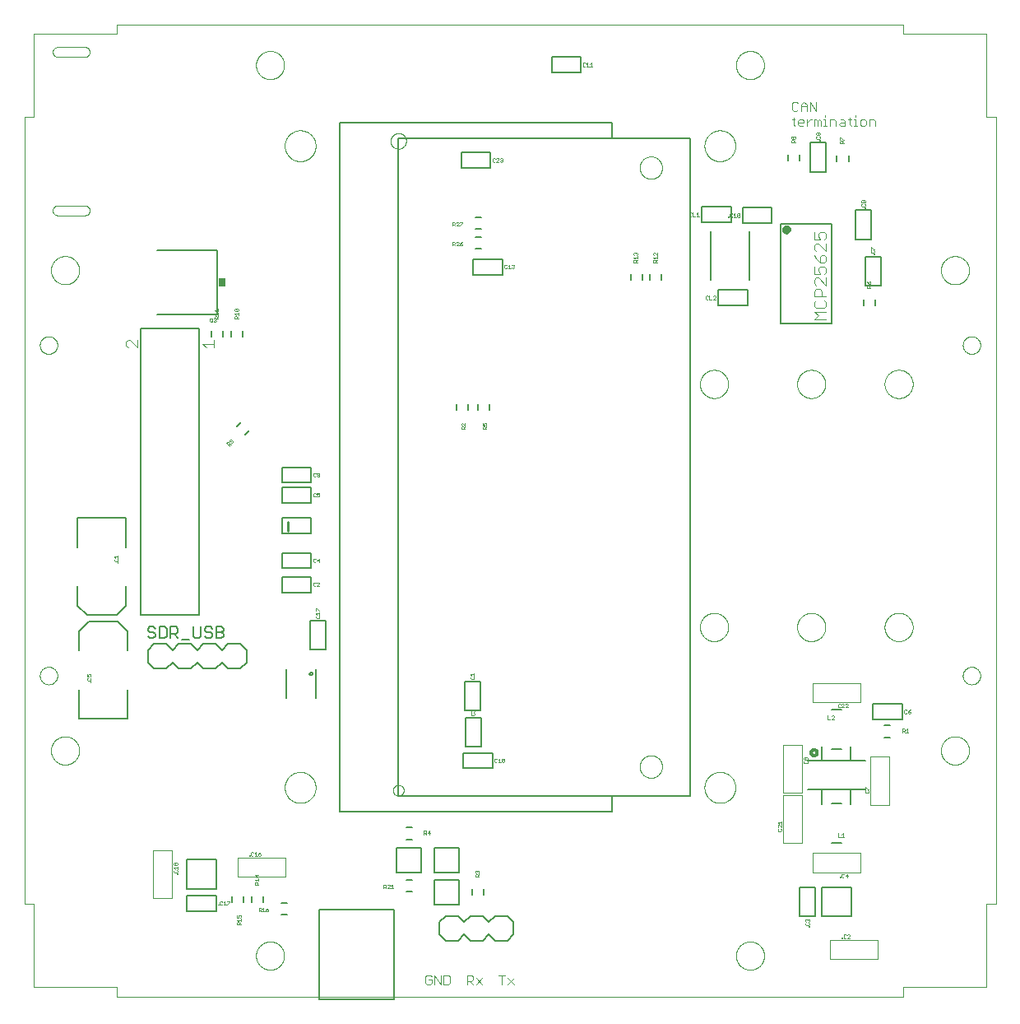
<source format=gto>
G75*
%MOIN*%
%OFA0B0*%
%FSLAX25Y25*%
%IPPOS*%
%LPD*%
%AMOC8*
5,1,8,0,0,1.08239X$1,22.5*
%
%ADD10C,0.00000*%
%ADD11C,0.00300*%
%ADD12C,0.00500*%
%ADD13C,0.00400*%
%ADD14C,0.00800*%
%ADD15C,0.00100*%
%ADD16C,0.00200*%
%ADD17C,0.01181*%
%ADD18C,0.00600*%
%ADD19C,0.01969*%
%ADD20C,0.00900*%
%ADD21R,0.03000X0.03400*%
D10*
X0025344Y0022313D02*
X0025344Y0055778D01*
X0021407Y0055778D01*
X0021407Y0374675D01*
X0025344Y0374675D01*
X0025344Y0408140D01*
X0058809Y0408140D01*
X0058809Y0412077D01*
X0377707Y0412077D01*
X0377707Y0408140D01*
X0411171Y0408140D01*
X0411171Y0374675D01*
X0415108Y0374675D01*
X0415108Y0055778D01*
X0411171Y0055778D01*
X0411171Y0022313D01*
X0377707Y0022313D01*
X0377707Y0018376D01*
X0058809Y0018376D01*
X0058809Y0022313D01*
X0025344Y0022313D01*
X0032234Y0117982D02*
X0032236Y0118133D01*
X0032242Y0118283D01*
X0032252Y0118434D01*
X0032266Y0118584D01*
X0032284Y0118733D01*
X0032305Y0118883D01*
X0032331Y0119031D01*
X0032361Y0119179D01*
X0032394Y0119326D01*
X0032432Y0119472D01*
X0032473Y0119617D01*
X0032518Y0119761D01*
X0032567Y0119903D01*
X0032620Y0120044D01*
X0032676Y0120184D01*
X0032736Y0120322D01*
X0032799Y0120459D01*
X0032867Y0120594D01*
X0032937Y0120727D01*
X0033011Y0120858D01*
X0033089Y0120987D01*
X0033170Y0121114D01*
X0033254Y0121239D01*
X0033342Y0121362D01*
X0033433Y0121482D01*
X0033527Y0121600D01*
X0033624Y0121715D01*
X0033724Y0121828D01*
X0033827Y0121938D01*
X0033933Y0122045D01*
X0034042Y0122150D01*
X0034153Y0122251D01*
X0034267Y0122350D01*
X0034383Y0122445D01*
X0034503Y0122538D01*
X0034624Y0122627D01*
X0034748Y0122713D01*
X0034874Y0122796D01*
X0035002Y0122875D01*
X0035132Y0122951D01*
X0035264Y0123024D01*
X0035398Y0123092D01*
X0035534Y0123158D01*
X0035672Y0123220D01*
X0035811Y0123278D01*
X0035951Y0123332D01*
X0036093Y0123383D01*
X0036236Y0123430D01*
X0036381Y0123473D01*
X0036526Y0123512D01*
X0036673Y0123548D01*
X0036820Y0123579D01*
X0036968Y0123607D01*
X0037117Y0123631D01*
X0037266Y0123651D01*
X0037416Y0123667D01*
X0037566Y0123679D01*
X0037717Y0123687D01*
X0037868Y0123691D01*
X0038018Y0123691D01*
X0038169Y0123687D01*
X0038320Y0123679D01*
X0038470Y0123667D01*
X0038620Y0123651D01*
X0038769Y0123631D01*
X0038918Y0123607D01*
X0039066Y0123579D01*
X0039213Y0123548D01*
X0039360Y0123512D01*
X0039505Y0123473D01*
X0039650Y0123430D01*
X0039793Y0123383D01*
X0039935Y0123332D01*
X0040075Y0123278D01*
X0040214Y0123220D01*
X0040352Y0123158D01*
X0040488Y0123092D01*
X0040622Y0123024D01*
X0040754Y0122951D01*
X0040884Y0122875D01*
X0041012Y0122796D01*
X0041138Y0122713D01*
X0041262Y0122627D01*
X0041383Y0122538D01*
X0041503Y0122445D01*
X0041619Y0122350D01*
X0041733Y0122251D01*
X0041844Y0122150D01*
X0041953Y0122045D01*
X0042059Y0121938D01*
X0042162Y0121828D01*
X0042262Y0121715D01*
X0042359Y0121600D01*
X0042453Y0121482D01*
X0042544Y0121362D01*
X0042632Y0121239D01*
X0042716Y0121114D01*
X0042797Y0120987D01*
X0042875Y0120858D01*
X0042949Y0120727D01*
X0043019Y0120594D01*
X0043087Y0120459D01*
X0043150Y0120322D01*
X0043210Y0120184D01*
X0043266Y0120044D01*
X0043319Y0119903D01*
X0043368Y0119761D01*
X0043413Y0119617D01*
X0043454Y0119472D01*
X0043492Y0119326D01*
X0043525Y0119179D01*
X0043555Y0119031D01*
X0043581Y0118883D01*
X0043602Y0118733D01*
X0043620Y0118584D01*
X0043634Y0118434D01*
X0043644Y0118283D01*
X0043650Y0118133D01*
X0043652Y0117982D01*
X0043650Y0117831D01*
X0043644Y0117681D01*
X0043634Y0117530D01*
X0043620Y0117380D01*
X0043602Y0117231D01*
X0043581Y0117081D01*
X0043555Y0116933D01*
X0043525Y0116785D01*
X0043492Y0116638D01*
X0043454Y0116492D01*
X0043413Y0116347D01*
X0043368Y0116203D01*
X0043319Y0116061D01*
X0043266Y0115920D01*
X0043210Y0115780D01*
X0043150Y0115642D01*
X0043087Y0115505D01*
X0043019Y0115370D01*
X0042949Y0115237D01*
X0042875Y0115106D01*
X0042797Y0114977D01*
X0042716Y0114850D01*
X0042632Y0114725D01*
X0042544Y0114602D01*
X0042453Y0114482D01*
X0042359Y0114364D01*
X0042262Y0114249D01*
X0042162Y0114136D01*
X0042059Y0114026D01*
X0041953Y0113919D01*
X0041844Y0113814D01*
X0041733Y0113713D01*
X0041619Y0113614D01*
X0041503Y0113519D01*
X0041383Y0113426D01*
X0041262Y0113337D01*
X0041138Y0113251D01*
X0041012Y0113168D01*
X0040884Y0113089D01*
X0040754Y0113013D01*
X0040622Y0112940D01*
X0040488Y0112872D01*
X0040352Y0112806D01*
X0040214Y0112744D01*
X0040075Y0112686D01*
X0039935Y0112632D01*
X0039793Y0112581D01*
X0039650Y0112534D01*
X0039505Y0112491D01*
X0039360Y0112452D01*
X0039213Y0112416D01*
X0039066Y0112385D01*
X0038918Y0112357D01*
X0038769Y0112333D01*
X0038620Y0112313D01*
X0038470Y0112297D01*
X0038320Y0112285D01*
X0038169Y0112277D01*
X0038018Y0112273D01*
X0037868Y0112273D01*
X0037717Y0112277D01*
X0037566Y0112285D01*
X0037416Y0112297D01*
X0037266Y0112313D01*
X0037117Y0112333D01*
X0036968Y0112357D01*
X0036820Y0112385D01*
X0036673Y0112416D01*
X0036526Y0112452D01*
X0036381Y0112491D01*
X0036236Y0112534D01*
X0036093Y0112581D01*
X0035951Y0112632D01*
X0035811Y0112686D01*
X0035672Y0112744D01*
X0035534Y0112806D01*
X0035398Y0112872D01*
X0035264Y0112940D01*
X0035132Y0113013D01*
X0035002Y0113089D01*
X0034874Y0113168D01*
X0034748Y0113251D01*
X0034624Y0113337D01*
X0034503Y0113426D01*
X0034383Y0113519D01*
X0034267Y0113614D01*
X0034153Y0113713D01*
X0034042Y0113814D01*
X0033933Y0113919D01*
X0033827Y0114026D01*
X0033724Y0114136D01*
X0033624Y0114249D01*
X0033527Y0114364D01*
X0033433Y0114482D01*
X0033342Y0114602D01*
X0033254Y0114725D01*
X0033170Y0114850D01*
X0033089Y0114977D01*
X0033011Y0115106D01*
X0032937Y0115237D01*
X0032867Y0115370D01*
X0032799Y0115505D01*
X0032736Y0115642D01*
X0032676Y0115780D01*
X0032620Y0115920D01*
X0032567Y0116061D01*
X0032518Y0116203D01*
X0032473Y0116347D01*
X0032432Y0116492D01*
X0032394Y0116638D01*
X0032361Y0116785D01*
X0032331Y0116933D01*
X0032305Y0117081D01*
X0032284Y0117231D01*
X0032266Y0117380D01*
X0032252Y0117530D01*
X0032242Y0117681D01*
X0032236Y0117831D01*
X0032234Y0117982D01*
X0027698Y0148297D02*
X0027700Y0148416D01*
X0027706Y0148534D01*
X0027716Y0148653D01*
X0027730Y0148770D01*
X0027747Y0148888D01*
X0027769Y0149005D01*
X0027795Y0149120D01*
X0027824Y0149235D01*
X0027857Y0149349D01*
X0027895Y0149462D01*
X0027935Y0149574D01*
X0027980Y0149684D01*
X0028028Y0149792D01*
X0028080Y0149899D01*
X0028135Y0150004D01*
X0028194Y0150107D01*
X0028256Y0150208D01*
X0028322Y0150307D01*
X0028390Y0150404D01*
X0028462Y0150498D01*
X0028538Y0150590D01*
X0028616Y0150680D01*
X0028697Y0150766D01*
X0028781Y0150850D01*
X0028867Y0150931D01*
X0028957Y0151009D01*
X0029049Y0151085D01*
X0029143Y0151157D01*
X0029240Y0151225D01*
X0029339Y0151291D01*
X0029440Y0151353D01*
X0029543Y0151412D01*
X0029648Y0151467D01*
X0029755Y0151519D01*
X0029863Y0151567D01*
X0029973Y0151612D01*
X0030085Y0151652D01*
X0030198Y0151690D01*
X0030312Y0151723D01*
X0030427Y0151752D01*
X0030542Y0151778D01*
X0030659Y0151800D01*
X0030777Y0151817D01*
X0030894Y0151831D01*
X0031013Y0151841D01*
X0031131Y0151847D01*
X0031250Y0151849D01*
X0031369Y0151847D01*
X0031487Y0151841D01*
X0031606Y0151831D01*
X0031723Y0151817D01*
X0031841Y0151800D01*
X0031958Y0151778D01*
X0032073Y0151752D01*
X0032188Y0151723D01*
X0032302Y0151690D01*
X0032415Y0151652D01*
X0032527Y0151612D01*
X0032637Y0151567D01*
X0032745Y0151519D01*
X0032852Y0151467D01*
X0032957Y0151412D01*
X0033060Y0151353D01*
X0033161Y0151291D01*
X0033260Y0151225D01*
X0033357Y0151157D01*
X0033451Y0151085D01*
X0033543Y0151009D01*
X0033633Y0150931D01*
X0033719Y0150850D01*
X0033803Y0150766D01*
X0033884Y0150680D01*
X0033962Y0150590D01*
X0034038Y0150498D01*
X0034110Y0150404D01*
X0034178Y0150307D01*
X0034244Y0150208D01*
X0034306Y0150107D01*
X0034365Y0150004D01*
X0034420Y0149899D01*
X0034472Y0149792D01*
X0034520Y0149684D01*
X0034565Y0149574D01*
X0034605Y0149462D01*
X0034643Y0149349D01*
X0034676Y0149235D01*
X0034705Y0149120D01*
X0034731Y0149005D01*
X0034753Y0148888D01*
X0034770Y0148770D01*
X0034784Y0148653D01*
X0034794Y0148534D01*
X0034800Y0148416D01*
X0034802Y0148297D01*
X0034800Y0148178D01*
X0034794Y0148060D01*
X0034784Y0147941D01*
X0034770Y0147824D01*
X0034753Y0147706D01*
X0034731Y0147589D01*
X0034705Y0147474D01*
X0034676Y0147359D01*
X0034643Y0147245D01*
X0034605Y0147132D01*
X0034565Y0147020D01*
X0034520Y0146910D01*
X0034472Y0146802D01*
X0034420Y0146695D01*
X0034365Y0146590D01*
X0034306Y0146487D01*
X0034244Y0146386D01*
X0034178Y0146287D01*
X0034110Y0146190D01*
X0034038Y0146096D01*
X0033962Y0146004D01*
X0033884Y0145914D01*
X0033803Y0145828D01*
X0033719Y0145744D01*
X0033633Y0145663D01*
X0033543Y0145585D01*
X0033451Y0145509D01*
X0033357Y0145437D01*
X0033260Y0145369D01*
X0033161Y0145303D01*
X0033060Y0145241D01*
X0032957Y0145182D01*
X0032852Y0145127D01*
X0032745Y0145075D01*
X0032637Y0145027D01*
X0032527Y0144982D01*
X0032415Y0144942D01*
X0032302Y0144904D01*
X0032188Y0144871D01*
X0032073Y0144842D01*
X0031958Y0144816D01*
X0031841Y0144794D01*
X0031723Y0144777D01*
X0031606Y0144763D01*
X0031487Y0144753D01*
X0031369Y0144747D01*
X0031250Y0144745D01*
X0031131Y0144747D01*
X0031013Y0144753D01*
X0030894Y0144763D01*
X0030777Y0144777D01*
X0030659Y0144794D01*
X0030542Y0144816D01*
X0030427Y0144842D01*
X0030312Y0144871D01*
X0030198Y0144904D01*
X0030085Y0144942D01*
X0029973Y0144982D01*
X0029863Y0145027D01*
X0029755Y0145075D01*
X0029648Y0145127D01*
X0029543Y0145182D01*
X0029440Y0145241D01*
X0029339Y0145303D01*
X0029240Y0145369D01*
X0029143Y0145437D01*
X0029049Y0145509D01*
X0028957Y0145585D01*
X0028867Y0145663D01*
X0028781Y0145744D01*
X0028697Y0145828D01*
X0028616Y0145914D01*
X0028538Y0146004D01*
X0028462Y0146096D01*
X0028390Y0146190D01*
X0028322Y0146287D01*
X0028256Y0146386D01*
X0028194Y0146487D01*
X0028135Y0146590D01*
X0028080Y0146695D01*
X0028028Y0146802D01*
X0027980Y0146910D01*
X0027935Y0147020D01*
X0027895Y0147132D01*
X0027857Y0147245D01*
X0027824Y0147359D01*
X0027795Y0147474D01*
X0027769Y0147589D01*
X0027747Y0147706D01*
X0027730Y0147824D01*
X0027716Y0147941D01*
X0027706Y0148060D01*
X0027700Y0148178D01*
X0027698Y0148297D01*
X0126959Y0103022D02*
X0126961Y0103180D01*
X0126967Y0103338D01*
X0126977Y0103495D01*
X0126991Y0103653D01*
X0127009Y0103810D01*
X0127031Y0103966D01*
X0127056Y0104122D01*
X0127086Y0104277D01*
X0127120Y0104431D01*
X0127157Y0104585D01*
X0127199Y0104737D01*
X0127244Y0104889D01*
X0127293Y0105039D01*
X0127346Y0105188D01*
X0127402Y0105335D01*
X0127462Y0105481D01*
X0127526Y0105626D01*
X0127594Y0105769D01*
X0127665Y0105910D01*
X0127739Y0106049D01*
X0127818Y0106186D01*
X0127899Y0106321D01*
X0127984Y0106455D01*
X0128072Y0106586D01*
X0128164Y0106714D01*
X0128259Y0106841D01*
X0128357Y0106965D01*
X0128458Y0107086D01*
X0128562Y0107205D01*
X0128669Y0107321D01*
X0128779Y0107435D01*
X0128891Y0107545D01*
X0129007Y0107653D01*
X0129125Y0107758D01*
X0129246Y0107859D01*
X0129369Y0107958D01*
X0129495Y0108054D01*
X0129623Y0108146D01*
X0129753Y0108235D01*
X0129886Y0108321D01*
X0130021Y0108403D01*
X0130158Y0108482D01*
X0130296Y0108558D01*
X0130437Y0108630D01*
X0130579Y0108698D01*
X0130723Y0108763D01*
X0130869Y0108824D01*
X0131016Y0108882D01*
X0131165Y0108935D01*
X0131315Y0108985D01*
X0131466Y0109031D01*
X0131618Y0109074D01*
X0131771Y0109112D01*
X0131925Y0109147D01*
X0132080Y0109178D01*
X0132236Y0109204D01*
X0132392Y0109227D01*
X0132549Y0109246D01*
X0132706Y0109261D01*
X0132864Y0109272D01*
X0133022Y0109279D01*
X0133180Y0109282D01*
X0133337Y0109281D01*
X0133495Y0109276D01*
X0133653Y0109267D01*
X0133810Y0109254D01*
X0133968Y0109237D01*
X0134124Y0109216D01*
X0134280Y0109191D01*
X0134435Y0109163D01*
X0134590Y0109130D01*
X0134744Y0109093D01*
X0134896Y0109053D01*
X0135048Y0109009D01*
X0135198Y0108961D01*
X0135348Y0108909D01*
X0135496Y0108853D01*
X0135642Y0108794D01*
X0135787Y0108731D01*
X0135930Y0108665D01*
X0136072Y0108594D01*
X0136211Y0108521D01*
X0136349Y0108443D01*
X0136485Y0108363D01*
X0136618Y0108279D01*
X0136750Y0108191D01*
X0136879Y0108100D01*
X0137006Y0108006D01*
X0137131Y0107909D01*
X0137253Y0107809D01*
X0137372Y0107706D01*
X0137489Y0107599D01*
X0137603Y0107490D01*
X0137715Y0107378D01*
X0137823Y0107263D01*
X0137929Y0107146D01*
X0138031Y0107026D01*
X0138131Y0106903D01*
X0138227Y0106778D01*
X0138320Y0106650D01*
X0138410Y0106520D01*
X0138497Y0106388D01*
X0138580Y0106254D01*
X0138660Y0106118D01*
X0138736Y0105979D01*
X0138809Y0105839D01*
X0138879Y0105697D01*
X0138944Y0105554D01*
X0139006Y0105408D01*
X0139065Y0105262D01*
X0139119Y0105113D01*
X0139170Y0104964D01*
X0139217Y0104813D01*
X0139261Y0104661D01*
X0139300Y0104508D01*
X0139336Y0104354D01*
X0139367Y0104200D01*
X0139395Y0104044D01*
X0139419Y0103888D01*
X0139439Y0103731D01*
X0139455Y0103574D01*
X0139467Y0103417D01*
X0139475Y0103259D01*
X0139479Y0103101D01*
X0139479Y0102943D01*
X0139475Y0102785D01*
X0139467Y0102627D01*
X0139455Y0102470D01*
X0139439Y0102313D01*
X0139419Y0102156D01*
X0139395Y0102000D01*
X0139367Y0101844D01*
X0139336Y0101690D01*
X0139300Y0101536D01*
X0139261Y0101383D01*
X0139217Y0101231D01*
X0139170Y0101080D01*
X0139119Y0100931D01*
X0139065Y0100782D01*
X0139006Y0100636D01*
X0138944Y0100490D01*
X0138879Y0100347D01*
X0138809Y0100205D01*
X0138736Y0100065D01*
X0138660Y0099926D01*
X0138580Y0099790D01*
X0138497Y0099656D01*
X0138410Y0099524D01*
X0138320Y0099394D01*
X0138227Y0099266D01*
X0138131Y0099141D01*
X0138031Y0099018D01*
X0137929Y0098898D01*
X0137823Y0098781D01*
X0137715Y0098666D01*
X0137603Y0098554D01*
X0137489Y0098445D01*
X0137372Y0098338D01*
X0137253Y0098235D01*
X0137131Y0098135D01*
X0137006Y0098038D01*
X0136879Y0097944D01*
X0136750Y0097853D01*
X0136618Y0097765D01*
X0136485Y0097681D01*
X0136349Y0097601D01*
X0136211Y0097523D01*
X0136072Y0097450D01*
X0135930Y0097379D01*
X0135787Y0097313D01*
X0135642Y0097250D01*
X0135496Y0097191D01*
X0135348Y0097135D01*
X0135198Y0097083D01*
X0135048Y0097035D01*
X0134896Y0096991D01*
X0134744Y0096951D01*
X0134590Y0096914D01*
X0134435Y0096881D01*
X0134280Y0096853D01*
X0134124Y0096828D01*
X0133968Y0096807D01*
X0133810Y0096790D01*
X0133653Y0096777D01*
X0133495Y0096768D01*
X0133337Y0096763D01*
X0133180Y0096762D01*
X0133022Y0096765D01*
X0132864Y0096772D01*
X0132706Y0096783D01*
X0132549Y0096798D01*
X0132392Y0096817D01*
X0132236Y0096840D01*
X0132080Y0096866D01*
X0131925Y0096897D01*
X0131771Y0096932D01*
X0131618Y0096970D01*
X0131466Y0097013D01*
X0131315Y0097059D01*
X0131165Y0097109D01*
X0131016Y0097162D01*
X0130869Y0097220D01*
X0130723Y0097281D01*
X0130579Y0097346D01*
X0130437Y0097414D01*
X0130296Y0097486D01*
X0130158Y0097562D01*
X0130021Y0097641D01*
X0129886Y0097723D01*
X0129753Y0097809D01*
X0129623Y0097898D01*
X0129495Y0097990D01*
X0129369Y0098086D01*
X0129246Y0098185D01*
X0129125Y0098286D01*
X0129007Y0098391D01*
X0128891Y0098499D01*
X0128779Y0098609D01*
X0128669Y0098723D01*
X0128562Y0098839D01*
X0128458Y0098958D01*
X0128357Y0099079D01*
X0128259Y0099203D01*
X0128164Y0099330D01*
X0128072Y0099458D01*
X0127984Y0099589D01*
X0127899Y0099723D01*
X0127818Y0099858D01*
X0127739Y0099995D01*
X0127665Y0100134D01*
X0127594Y0100275D01*
X0127526Y0100418D01*
X0127462Y0100563D01*
X0127402Y0100709D01*
X0127346Y0100856D01*
X0127293Y0101005D01*
X0127244Y0101155D01*
X0127199Y0101307D01*
X0127157Y0101459D01*
X0127120Y0101613D01*
X0127086Y0101767D01*
X0127056Y0101922D01*
X0127031Y0102078D01*
X0127009Y0102234D01*
X0126991Y0102391D01*
X0126977Y0102549D01*
X0126967Y0102706D01*
X0126961Y0102864D01*
X0126959Y0103022D01*
X0170817Y0101841D02*
X0170819Y0101934D01*
X0170825Y0102026D01*
X0170835Y0102118D01*
X0170849Y0102209D01*
X0170866Y0102300D01*
X0170888Y0102390D01*
X0170913Y0102479D01*
X0170942Y0102567D01*
X0170975Y0102653D01*
X0171012Y0102738D01*
X0171052Y0102822D01*
X0171096Y0102903D01*
X0171143Y0102983D01*
X0171193Y0103061D01*
X0171247Y0103136D01*
X0171304Y0103209D01*
X0171364Y0103279D01*
X0171427Y0103347D01*
X0171493Y0103412D01*
X0171561Y0103474D01*
X0171632Y0103534D01*
X0171706Y0103590D01*
X0171782Y0103643D01*
X0171860Y0103692D01*
X0171940Y0103739D01*
X0172022Y0103781D01*
X0172106Y0103821D01*
X0172191Y0103856D01*
X0172278Y0103888D01*
X0172366Y0103917D01*
X0172455Y0103941D01*
X0172545Y0103962D01*
X0172636Y0103978D01*
X0172728Y0103991D01*
X0172820Y0104000D01*
X0172913Y0104005D01*
X0173005Y0104006D01*
X0173098Y0104003D01*
X0173190Y0103996D01*
X0173282Y0103985D01*
X0173373Y0103970D01*
X0173464Y0103952D01*
X0173554Y0103929D01*
X0173642Y0103903D01*
X0173730Y0103873D01*
X0173816Y0103839D01*
X0173900Y0103802D01*
X0173983Y0103760D01*
X0174064Y0103716D01*
X0174144Y0103668D01*
X0174221Y0103617D01*
X0174295Y0103562D01*
X0174368Y0103504D01*
X0174438Y0103444D01*
X0174505Y0103380D01*
X0174569Y0103314D01*
X0174631Y0103244D01*
X0174689Y0103173D01*
X0174744Y0103099D01*
X0174796Y0103022D01*
X0174845Y0102943D01*
X0174891Y0102863D01*
X0174933Y0102780D01*
X0174971Y0102696D01*
X0175006Y0102610D01*
X0175037Y0102523D01*
X0175064Y0102435D01*
X0175087Y0102345D01*
X0175107Y0102255D01*
X0175123Y0102164D01*
X0175135Y0102072D01*
X0175143Y0101980D01*
X0175147Y0101887D01*
X0175147Y0101795D01*
X0175143Y0101702D01*
X0175135Y0101610D01*
X0175123Y0101518D01*
X0175107Y0101427D01*
X0175087Y0101337D01*
X0175064Y0101247D01*
X0175037Y0101159D01*
X0175006Y0101072D01*
X0174971Y0100986D01*
X0174933Y0100902D01*
X0174891Y0100819D01*
X0174845Y0100739D01*
X0174796Y0100660D01*
X0174744Y0100583D01*
X0174689Y0100509D01*
X0174631Y0100438D01*
X0174569Y0100368D01*
X0174505Y0100302D01*
X0174438Y0100238D01*
X0174368Y0100178D01*
X0174295Y0100120D01*
X0174221Y0100065D01*
X0174144Y0100014D01*
X0174065Y0099966D01*
X0173983Y0099922D01*
X0173900Y0099880D01*
X0173816Y0099843D01*
X0173730Y0099809D01*
X0173642Y0099779D01*
X0173554Y0099753D01*
X0173464Y0099730D01*
X0173373Y0099712D01*
X0173282Y0099697D01*
X0173190Y0099686D01*
X0173098Y0099679D01*
X0173005Y0099676D01*
X0172913Y0099677D01*
X0172820Y0099682D01*
X0172728Y0099691D01*
X0172636Y0099704D01*
X0172545Y0099720D01*
X0172455Y0099741D01*
X0172366Y0099765D01*
X0172278Y0099794D01*
X0172191Y0099826D01*
X0172106Y0099861D01*
X0172022Y0099901D01*
X0171940Y0099943D01*
X0171860Y0099990D01*
X0171782Y0100039D01*
X0171706Y0100092D01*
X0171632Y0100148D01*
X0171561Y0100208D01*
X0171493Y0100270D01*
X0171427Y0100335D01*
X0171364Y0100403D01*
X0171304Y0100473D01*
X0171247Y0100546D01*
X0171193Y0100621D01*
X0171143Y0100699D01*
X0171096Y0100779D01*
X0171052Y0100860D01*
X0171012Y0100944D01*
X0170975Y0101029D01*
X0170942Y0101115D01*
X0170913Y0101203D01*
X0170888Y0101292D01*
X0170866Y0101382D01*
X0170849Y0101473D01*
X0170835Y0101564D01*
X0170825Y0101656D01*
X0170819Y0101748D01*
X0170817Y0101841D01*
X0115305Y0034911D02*
X0115307Y0035062D01*
X0115313Y0035212D01*
X0115323Y0035363D01*
X0115337Y0035513D01*
X0115355Y0035662D01*
X0115376Y0035812D01*
X0115402Y0035960D01*
X0115432Y0036108D01*
X0115465Y0036255D01*
X0115503Y0036401D01*
X0115544Y0036546D01*
X0115589Y0036690D01*
X0115638Y0036832D01*
X0115691Y0036973D01*
X0115747Y0037113D01*
X0115807Y0037251D01*
X0115870Y0037388D01*
X0115938Y0037523D01*
X0116008Y0037656D01*
X0116082Y0037787D01*
X0116160Y0037916D01*
X0116241Y0038043D01*
X0116325Y0038168D01*
X0116413Y0038291D01*
X0116504Y0038411D01*
X0116598Y0038529D01*
X0116695Y0038644D01*
X0116795Y0038757D01*
X0116898Y0038867D01*
X0117004Y0038974D01*
X0117113Y0039079D01*
X0117224Y0039180D01*
X0117338Y0039279D01*
X0117454Y0039374D01*
X0117574Y0039467D01*
X0117695Y0039556D01*
X0117819Y0039642D01*
X0117945Y0039725D01*
X0118073Y0039804D01*
X0118203Y0039880D01*
X0118335Y0039953D01*
X0118469Y0040021D01*
X0118605Y0040087D01*
X0118743Y0040149D01*
X0118882Y0040207D01*
X0119022Y0040261D01*
X0119164Y0040312D01*
X0119307Y0040359D01*
X0119452Y0040402D01*
X0119597Y0040441D01*
X0119744Y0040477D01*
X0119891Y0040508D01*
X0120039Y0040536D01*
X0120188Y0040560D01*
X0120337Y0040580D01*
X0120487Y0040596D01*
X0120637Y0040608D01*
X0120788Y0040616D01*
X0120939Y0040620D01*
X0121089Y0040620D01*
X0121240Y0040616D01*
X0121391Y0040608D01*
X0121541Y0040596D01*
X0121691Y0040580D01*
X0121840Y0040560D01*
X0121989Y0040536D01*
X0122137Y0040508D01*
X0122284Y0040477D01*
X0122431Y0040441D01*
X0122576Y0040402D01*
X0122721Y0040359D01*
X0122864Y0040312D01*
X0123006Y0040261D01*
X0123146Y0040207D01*
X0123285Y0040149D01*
X0123423Y0040087D01*
X0123559Y0040021D01*
X0123693Y0039953D01*
X0123825Y0039880D01*
X0123955Y0039804D01*
X0124083Y0039725D01*
X0124209Y0039642D01*
X0124333Y0039556D01*
X0124454Y0039467D01*
X0124574Y0039374D01*
X0124690Y0039279D01*
X0124804Y0039180D01*
X0124915Y0039079D01*
X0125024Y0038974D01*
X0125130Y0038867D01*
X0125233Y0038757D01*
X0125333Y0038644D01*
X0125430Y0038529D01*
X0125524Y0038411D01*
X0125615Y0038291D01*
X0125703Y0038168D01*
X0125787Y0038043D01*
X0125868Y0037916D01*
X0125946Y0037787D01*
X0126020Y0037656D01*
X0126090Y0037523D01*
X0126158Y0037388D01*
X0126221Y0037251D01*
X0126281Y0037113D01*
X0126337Y0036973D01*
X0126390Y0036832D01*
X0126439Y0036690D01*
X0126484Y0036546D01*
X0126525Y0036401D01*
X0126563Y0036255D01*
X0126596Y0036108D01*
X0126626Y0035960D01*
X0126652Y0035812D01*
X0126673Y0035662D01*
X0126691Y0035513D01*
X0126705Y0035363D01*
X0126715Y0035212D01*
X0126721Y0035062D01*
X0126723Y0034911D01*
X0126721Y0034760D01*
X0126715Y0034610D01*
X0126705Y0034459D01*
X0126691Y0034309D01*
X0126673Y0034160D01*
X0126652Y0034010D01*
X0126626Y0033862D01*
X0126596Y0033714D01*
X0126563Y0033567D01*
X0126525Y0033421D01*
X0126484Y0033276D01*
X0126439Y0033132D01*
X0126390Y0032990D01*
X0126337Y0032849D01*
X0126281Y0032709D01*
X0126221Y0032571D01*
X0126158Y0032434D01*
X0126090Y0032299D01*
X0126020Y0032166D01*
X0125946Y0032035D01*
X0125868Y0031906D01*
X0125787Y0031779D01*
X0125703Y0031654D01*
X0125615Y0031531D01*
X0125524Y0031411D01*
X0125430Y0031293D01*
X0125333Y0031178D01*
X0125233Y0031065D01*
X0125130Y0030955D01*
X0125024Y0030848D01*
X0124915Y0030743D01*
X0124804Y0030642D01*
X0124690Y0030543D01*
X0124574Y0030448D01*
X0124454Y0030355D01*
X0124333Y0030266D01*
X0124209Y0030180D01*
X0124083Y0030097D01*
X0123955Y0030018D01*
X0123825Y0029942D01*
X0123693Y0029869D01*
X0123559Y0029801D01*
X0123423Y0029735D01*
X0123285Y0029673D01*
X0123146Y0029615D01*
X0123006Y0029561D01*
X0122864Y0029510D01*
X0122721Y0029463D01*
X0122576Y0029420D01*
X0122431Y0029381D01*
X0122284Y0029345D01*
X0122137Y0029314D01*
X0121989Y0029286D01*
X0121840Y0029262D01*
X0121691Y0029242D01*
X0121541Y0029226D01*
X0121391Y0029214D01*
X0121240Y0029206D01*
X0121089Y0029202D01*
X0120939Y0029202D01*
X0120788Y0029206D01*
X0120637Y0029214D01*
X0120487Y0029226D01*
X0120337Y0029242D01*
X0120188Y0029262D01*
X0120039Y0029286D01*
X0119891Y0029314D01*
X0119744Y0029345D01*
X0119597Y0029381D01*
X0119452Y0029420D01*
X0119307Y0029463D01*
X0119164Y0029510D01*
X0119022Y0029561D01*
X0118882Y0029615D01*
X0118743Y0029673D01*
X0118605Y0029735D01*
X0118469Y0029801D01*
X0118335Y0029869D01*
X0118203Y0029942D01*
X0118073Y0030018D01*
X0117945Y0030097D01*
X0117819Y0030180D01*
X0117695Y0030266D01*
X0117574Y0030355D01*
X0117454Y0030448D01*
X0117338Y0030543D01*
X0117224Y0030642D01*
X0117113Y0030743D01*
X0117004Y0030848D01*
X0116898Y0030955D01*
X0116795Y0031065D01*
X0116695Y0031178D01*
X0116598Y0031293D01*
X0116504Y0031411D01*
X0116413Y0031531D01*
X0116325Y0031654D01*
X0116241Y0031779D01*
X0116160Y0031906D01*
X0116082Y0032035D01*
X0116008Y0032166D01*
X0115938Y0032299D01*
X0115870Y0032434D01*
X0115807Y0032571D01*
X0115747Y0032709D01*
X0115691Y0032849D01*
X0115638Y0032990D01*
X0115589Y0033132D01*
X0115544Y0033276D01*
X0115503Y0033421D01*
X0115465Y0033567D01*
X0115432Y0033714D01*
X0115402Y0033862D01*
X0115376Y0034010D01*
X0115355Y0034160D01*
X0115337Y0034309D01*
X0115323Y0034459D01*
X0115313Y0034610D01*
X0115307Y0034760D01*
X0115305Y0034911D01*
X0270816Y0111486D02*
X0270818Y0111620D01*
X0270824Y0111754D01*
X0270834Y0111888D01*
X0270848Y0112022D01*
X0270866Y0112155D01*
X0270887Y0112287D01*
X0270913Y0112419D01*
X0270943Y0112550D01*
X0270976Y0112680D01*
X0271013Y0112808D01*
X0271055Y0112936D01*
X0271099Y0113063D01*
X0271148Y0113188D01*
X0271200Y0113311D01*
X0271256Y0113433D01*
X0271316Y0113554D01*
X0271379Y0113672D01*
X0271445Y0113789D01*
X0271515Y0113903D01*
X0271588Y0114016D01*
X0271665Y0114126D01*
X0271745Y0114234D01*
X0271828Y0114339D01*
X0271914Y0114442D01*
X0272003Y0114542D01*
X0272095Y0114640D01*
X0272190Y0114735D01*
X0272288Y0114827D01*
X0272388Y0114916D01*
X0272491Y0115002D01*
X0272596Y0115085D01*
X0272704Y0115165D01*
X0272814Y0115242D01*
X0272927Y0115315D01*
X0273041Y0115385D01*
X0273158Y0115451D01*
X0273276Y0115514D01*
X0273397Y0115574D01*
X0273519Y0115630D01*
X0273642Y0115682D01*
X0273767Y0115731D01*
X0273894Y0115775D01*
X0274022Y0115817D01*
X0274150Y0115854D01*
X0274280Y0115887D01*
X0274411Y0115917D01*
X0274543Y0115943D01*
X0274675Y0115964D01*
X0274808Y0115982D01*
X0274942Y0115996D01*
X0275076Y0116006D01*
X0275210Y0116012D01*
X0275344Y0116014D01*
X0275478Y0116012D01*
X0275612Y0116006D01*
X0275746Y0115996D01*
X0275880Y0115982D01*
X0276013Y0115964D01*
X0276145Y0115943D01*
X0276277Y0115917D01*
X0276408Y0115887D01*
X0276538Y0115854D01*
X0276666Y0115817D01*
X0276794Y0115775D01*
X0276921Y0115731D01*
X0277046Y0115682D01*
X0277169Y0115630D01*
X0277291Y0115574D01*
X0277412Y0115514D01*
X0277530Y0115451D01*
X0277647Y0115385D01*
X0277761Y0115315D01*
X0277874Y0115242D01*
X0277984Y0115165D01*
X0278092Y0115085D01*
X0278197Y0115002D01*
X0278300Y0114916D01*
X0278400Y0114827D01*
X0278498Y0114735D01*
X0278593Y0114640D01*
X0278685Y0114542D01*
X0278774Y0114442D01*
X0278860Y0114339D01*
X0278943Y0114234D01*
X0279023Y0114126D01*
X0279100Y0114016D01*
X0279173Y0113903D01*
X0279243Y0113789D01*
X0279309Y0113672D01*
X0279372Y0113554D01*
X0279432Y0113433D01*
X0279488Y0113311D01*
X0279540Y0113188D01*
X0279589Y0113063D01*
X0279633Y0112936D01*
X0279675Y0112808D01*
X0279712Y0112680D01*
X0279745Y0112550D01*
X0279775Y0112419D01*
X0279801Y0112287D01*
X0279822Y0112155D01*
X0279840Y0112022D01*
X0279854Y0111888D01*
X0279864Y0111754D01*
X0279870Y0111620D01*
X0279872Y0111486D01*
X0279870Y0111352D01*
X0279864Y0111218D01*
X0279854Y0111084D01*
X0279840Y0110950D01*
X0279822Y0110817D01*
X0279801Y0110685D01*
X0279775Y0110553D01*
X0279745Y0110422D01*
X0279712Y0110292D01*
X0279675Y0110164D01*
X0279633Y0110036D01*
X0279589Y0109909D01*
X0279540Y0109784D01*
X0279488Y0109661D01*
X0279432Y0109539D01*
X0279372Y0109418D01*
X0279309Y0109300D01*
X0279243Y0109183D01*
X0279173Y0109069D01*
X0279100Y0108956D01*
X0279023Y0108846D01*
X0278943Y0108738D01*
X0278860Y0108633D01*
X0278774Y0108530D01*
X0278685Y0108430D01*
X0278593Y0108332D01*
X0278498Y0108237D01*
X0278400Y0108145D01*
X0278300Y0108056D01*
X0278197Y0107970D01*
X0278092Y0107887D01*
X0277984Y0107807D01*
X0277874Y0107730D01*
X0277761Y0107657D01*
X0277647Y0107587D01*
X0277530Y0107521D01*
X0277412Y0107458D01*
X0277291Y0107398D01*
X0277169Y0107342D01*
X0277046Y0107290D01*
X0276921Y0107241D01*
X0276794Y0107197D01*
X0276666Y0107155D01*
X0276538Y0107118D01*
X0276408Y0107085D01*
X0276277Y0107055D01*
X0276145Y0107029D01*
X0276013Y0107008D01*
X0275880Y0106990D01*
X0275746Y0106976D01*
X0275612Y0106966D01*
X0275478Y0106960D01*
X0275344Y0106958D01*
X0275210Y0106960D01*
X0275076Y0106966D01*
X0274942Y0106976D01*
X0274808Y0106990D01*
X0274675Y0107008D01*
X0274543Y0107029D01*
X0274411Y0107055D01*
X0274280Y0107085D01*
X0274150Y0107118D01*
X0274022Y0107155D01*
X0273894Y0107197D01*
X0273767Y0107241D01*
X0273642Y0107290D01*
X0273519Y0107342D01*
X0273397Y0107398D01*
X0273276Y0107458D01*
X0273158Y0107521D01*
X0273041Y0107587D01*
X0272927Y0107657D01*
X0272814Y0107730D01*
X0272704Y0107807D01*
X0272596Y0107887D01*
X0272491Y0107970D01*
X0272388Y0108056D01*
X0272288Y0108145D01*
X0272190Y0108237D01*
X0272095Y0108332D01*
X0272003Y0108430D01*
X0271914Y0108530D01*
X0271828Y0108633D01*
X0271745Y0108738D01*
X0271665Y0108846D01*
X0271588Y0108956D01*
X0271515Y0109069D01*
X0271445Y0109183D01*
X0271379Y0109300D01*
X0271316Y0109418D01*
X0271256Y0109539D01*
X0271200Y0109661D01*
X0271148Y0109784D01*
X0271099Y0109909D01*
X0271055Y0110036D01*
X0271013Y0110164D01*
X0270976Y0110292D01*
X0270943Y0110422D01*
X0270913Y0110553D01*
X0270887Y0110685D01*
X0270866Y0110817D01*
X0270848Y0110950D01*
X0270834Y0111084D01*
X0270824Y0111218D01*
X0270818Y0111352D01*
X0270816Y0111486D01*
X0297037Y0103022D02*
X0297039Y0103180D01*
X0297045Y0103338D01*
X0297055Y0103495D01*
X0297069Y0103653D01*
X0297087Y0103810D01*
X0297109Y0103966D01*
X0297134Y0104122D01*
X0297164Y0104277D01*
X0297198Y0104431D01*
X0297235Y0104585D01*
X0297277Y0104737D01*
X0297322Y0104889D01*
X0297371Y0105039D01*
X0297424Y0105188D01*
X0297480Y0105335D01*
X0297540Y0105481D01*
X0297604Y0105626D01*
X0297672Y0105769D01*
X0297743Y0105910D01*
X0297817Y0106049D01*
X0297896Y0106186D01*
X0297977Y0106321D01*
X0298062Y0106455D01*
X0298150Y0106586D01*
X0298242Y0106714D01*
X0298337Y0106841D01*
X0298435Y0106965D01*
X0298536Y0107086D01*
X0298640Y0107205D01*
X0298747Y0107321D01*
X0298857Y0107435D01*
X0298969Y0107545D01*
X0299085Y0107653D01*
X0299203Y0107758D01*
X0299324Y0107859D01*
X0299447Y0107958D01*
X0299573Y0108054D01*
X0299701Y0108146D01*
X0299831Y0108235D01*
X0299964Y0108321D01*
X0300099Y0108403D01*
X0300236Y0108482D01*
X0300374Y0108558D01*
X0300515Y0108630D01*
X0300657Y0108698D01*
X0300801Y0108763D01*
X0300947Y0108824D01*
X0301094Y0108882D01*
X0301243Y0108935D01*
X0301393Y0108985D01*
X0301544Y0109031D01*
X0301696Y0109074D01*
X0301849Y0109112D01*
X0302003Y0109147D01*
X0302158Y0109178D01*
X0302314Y0109204D01*
X0302470Y0109227D01*
X0302627Y0109246D01*
X0302784Y0109261D01*
X0302942Y0109272D01*
X0303100Y0109279D01*
X0303258Y0109282D01*
X0303415Y0109281D01*
X0303573Y0109276D01*
X0303731Y0109267D01*
X0303888Y0109254D01*
X0304046Y0109237D01*
X0304202Y0109216D01*
X0304358Y0109191D01*
X0304513Y0109163D01*
X0304668Y0109130D01*
X0304822Y0109093D01*
X0304974Y0109053D01*
X0305126Y0109009D01*
X0305276Y0108961D01*
X0305426Y0108909D01*
X0305574Y0108853D01*
X0305720Y0108794D01*
X0305865Y0108731D01*
X0306008Y0108665D01*
X0306150Y0108594D01*
X0306289Y0108521D01*
X0306427Y0108443D01*
X0306563Y0108363D01*
X0306696Y0108279D01*
X0306828Y0108191D01*
X0306957Y0108100D01*
X0307084Y0108006D01*
X0307209Y0107909D01*
X0307331Y0107809D01*
X0307450Y0107706D01*
X0307567Y0107599D01*
X0307681Y0107490D01*
X0307793Y0107378D01*
X0307901Y0107263D01*
X0308007Y0107146D01*
X0308109Y0107026D01*
X0308209Y0106903D01*
X0308305Y0106778D01*
X0308398Y0106650D01*
X0308488Y0106520D01*
X0308575Y0106388D01*
X0308658Y0106254D01*
X0308738Y0106118D01*
X0308814Y0105979D01*
X0308887Y0105839D01*
X0308957Y0105697D01*
X0309022Y0105554D01*
X0309084Y0105408D01*
X0309143Y0105262D01*
X0309197Y0105113D01*
X0309248Y0104964D01*
X0309295Y0104813D01*
X0309339Y0104661D01*
X0309378Y0104508D01*
X0309414Y0104354D01*
X0309445Y0104200D01*
X0309473Y0104044D01*
X0309497Y0103888D01*
X0309517Y0103731D01*
X0309533Y0103574D01*
X0309545Y0103417D01*
X0309553Y0103259D01*
X0309557Y0103101D01*
X0309557Y0102943D01*
X0309553Y0102785D01*
X0309545Y0102627D01*
X0309533Y0102470D01*
X0309517Y0102313D01*
X0309497Y0102156D01*
X0309473Y0102000D01*
X0309445Y0101844D01*
X0309414Y0101690D01*
X0309378Y0101536D01*
X0309339Y0101383D01*
X0309295Y0101231D01*
X0309248Y0101080D01*
X0309197Y0100931D01*
X0309143Y0100782D01*
X0309084Y0100636D01*
X0309022Y0100490D01*
X0308957Y0100347D01*
X0308887Y0100205D01*
X0308814Y0100065D01*
X0308738Y0099926D01*
X0308658Y0099790D01*
X0308575Y0099656D01*
X0308488Y0099524D01*
X0308398Y0099394D01*
X0308305Y0099266D01*
X0308209Y0099141D01*
X0308109Y0099018D01*
X0308007Y0098898D01*
X0307901Y0098781D01*
X0307793Y0098666D01*
X0307681Y0098554D01*
X0307567Y0098445D01*
X0307450Y0098338D01*
X0307331Y0098235D01*
X0307209Y0098135D01*
X0307084Y0098038D01*
X0306957Y0097944D01*
X0306828Y0097853D01*
X0306696Y0097765D01*
X0306563Y0097681D01*
X0306427Y0097601D01*
X0306289Y0097523D01*
X0306150Y0097450D01*
X0306008Y0097379D01*
X0305865Y0097313D01*
X0305720Y0097250D01*
X0305574Y0097191D01*
X0305426Y0097135D01*
X0305276Y0097083D01*
X0305126Y0097035D01*
X0304974Y0096991D01*
X0304822Y0096951D01*
X0304668Y0096914D01*
X0304513Y0096881D01*
X0304358Y0096853D01*
X0304202Y0096828D01*
X0304046Y0096807D01*
X0303888Y0096790D01*
X0303731Y0096777D01*
X0303573Y0096768D01*
X0303415Y0096763D01*
X0303258Y0096762D01*
X0303100Y0096765D01*
X0302942Y0096772D01*
X0302784Y0096783D01*
X0302627Y0096798D01*
X0302470Y0096817D01*
X0302314Y0096840D01*
X0302158Y0096866D01*
X0302003Y0096897D01*
X0301849Y0096932D01*
X0301696Y0096970D01*
X0301544Y0097013D01*
X0301393Y0097059D01*
X0301243Y0097109D01*
X0301094Y0097162D01*
X0300947Y0097220D01*
X0300801Y0097281D01*
X0300657Y0097346D01*
X0300515Y0097414D01*
X0300374Y0097486D01*
X0300236Y0097562D01*
X0300099Y0097641D01*
X0299964Y0097723D01*
X0299831Y0097809D01*
X0299701Y0097898D01*
X0299573Y0097990D01*
X0299447Y0098086D01*
X0299324Y0098185D01*
X0299203Y0098286D01*
X0299085Y0098391D01*
X0298969Y0098499D01*
X0298857Y0098609D01*
X0298747Y0098723D01*
X0298640Y0098839D01*
X0298536Y0098958D01*
X0298435Y0099079D01*
X0298337Y0099203D01*
X0298242Y0099330D01*
X0298150Y0099458D01*
X0298062Y0099589D01*
X0297977Y0099723D01*
X0297896Y0099858D01*
X0297817Y0099995D01*
X0297743Y0100134D01*
X0297672Y0100275D01*
X0297604Y0100418D01*
X0297540Y0100563D01*
X0297480Y0100709D01*
X0297424Y0100856D01*
X0297371Y0101005D01*
X0297322Y0101155D01*
X0297277Y0101307D01*
X0297235Y0101459D01*
X0297198Y0101613D01*
X0297164Y0101767D01*
X0297134Y0101922D01*
X0297109Y0102078D01*
X0297087Y0102234D01*
X0297069Y0102391D01*
X0297055Y0102549D01*
X0297045Y0102706D01*
X0297039Y0102864D01*
X0297037Y0103022D01*
X0295226Y0167982D02*
X0295228Y0168133D01*
X0295234Y0168283D01*
X0295244Y0168434D01*
X0295258Y0168584D01*
X0295276Y0168733D01*
X0295297Y0168883D01*
X0295323Y0169031D01*
X0295353Y0169179D01*
X0295386Y0169326D01*
X0295424Y0169472D01*
X0295465Y0169617D01*
X0295510Y0169761D01*
X0295559Y0169903D01*
X0295612Y0170044D01*
X0295668Y0170184D01*
X0295728Y0170322D01*
X0295791Y0170459D01*
X0295859Y0170594D01*
X0295929Y0170727D01*
X0296003Y0170858D01*
X0296081Y0170987D01*
X0296162Y0171114D01*
X0296246Y0171239D01*
X0296334Y0171362D01*
X0296425Y0171482D01*
X0296519Y0171600D01*
X0296616Y0171715D01*
X0296716Y0171828D01*
X0296819Y0171938D01*
X0296925Y0172045D01*
X0297034Y0172150D01*
X0297145Y0172251D01*
X0297259Y0172350D01*
X0297375Y0172445D01*
X0297495Y0172538D01*
X0297616Y0172627D01*
X0297740Y0172713D01*
X0297866Y0172796D01*
X0297994Y0172875D01*
X0298124Y0172951D01*
X0298256Y0173024D01*
X0298390Y0173092D01*
X0298526Y0173158D01*
X0298664Y0173220D01*
X0298803Y0173278D01*
X0298943Y0173332D01*
X0299085Y0173383D01*
X0299228Y0173430D01*
X0299373Y0173473D01*
X0299518Y0173512D01*
X0299665Y0173548D01*
X0299812Y0173579D01*
X0299960Y0173607D01*
X0300109Y0173631D01*
X0300258Y0173651D01*
X0300408Y0173667D01*
X0300558Y0173679D01*
X0300709Y0173687D01*
X0300860Y0173691D01*
X0301010Y0173691D01*
X0301161Y0173687D01*
X0301312Y0173679D01*
X0301462Y0173667D01*
X0301612Y0173651D01*
X0301761Y0173631D01*
X0301910Y0173607D01*
X0302058Y0173579D01*
X0302205Y0173548D01*
X0302352Y0173512D01*
X0302497Y0173473D01*
X0302642Y0173430D01*
X0302785Y0173383D01*
X0302927Y0173332D01*
X0303067Y0173278D01*
X0303206Y0173220D01*
X0303344Y0173158D01*
X0303480Y0173092D01*
X0303614Y0173024D01*
X0303746Y0172951D01*
X0303876Y0172875D01*
X0304004Y0172796D01*
X0304130Y0172713D01*
X0304254Y0172627D01*
X0304375Y0172538D01*
X0304495Y0172445D01*
X0304611Y0172350D01*
X0304725Y0172251D01*
X0304836Y0172150D01*
X0304945Y0172045D01*
X0305051Y0171938D01*
X0305154Y0171828D01*
X0305254Y0171715D01*
X0305351Y0171600D01*
X0305445Y0171482D01*
X0305536Y0171362D01*
X0305624Y0171239D01*
X0305708Y0171114D01*
X0305789Y0170987D01*
X0305867Y0170858D01*
X0305941Y0170727D01*
X0306011Y0170594D01*
X0306079Y0170459D01*
X0306142Y0170322D01*
X0306202Y0170184D01*
X0306258Y0170044D01*
X0306311Y0169903D01*
X0306360Y0169761D01*
X0306405Y0169617D01*
X0306446Y0169472D01*
X0306484Y0169326D01*
X0306517Y0169179D01*
X0306547Y0169031D01*
X0306573Y0168883D01*
X0306594Y0168733D01*
X0306612Y0168584D01*
X0306626Y0168434D01*
X0306636Y0168283D01*
X0306642Y0168133D01*
X0306644Y0167982D01*
X0306642Y0167831D01*
X0306636Y0167681D01*
X0306626Y0167530D01*
X0306612Y0167380D01*
X0306594Y0167231D01*
X0306573Y0167081D01*
X0306547Y0166933D01*
X0306517Y0166785D01*
X0306484Y0166638D01*
X0306446Y0166492D01*
X0306405Y0166347D01*
X0306360Y0166203D01*
X0306311Y0166061D01*
X0306258Y0165920D01*
X0306202Y0165780D01*
X0306142Y0165642D01*
X0306079Y0165505D01*
X0306011Y0165370D01*
X0305941Y0165237D01*
X0305867Y0165106D01*
X0305789Y0164977D01*
X0305708Y0164850D01*
X0305624Y0164725D01*
X0305536Y0164602D01*
X0305445Y0164482D01*
X0305351Y0164364D01*
X0305254Y0164249D01*
X0305154Y0164136D01*
X0305051Y0164026D01*
X0304945Y0163919D01*
X0304836Y0163814D01*
X0304725Y0163713D01*
X0304611Y0163614D01*
X0304495Y0163519D01*
X0304375Y0163426D01*
X0304254Y0163337D01*
X0304130Y0163251D01*
X0304004Y0163168D01*
X0303876Y0163089D01*
X0303746Y0163013D01*
X0303614Y0162940D01*
X0303480Y0162872D01*
X0303344Y0162806D01*
X0303206Y0162744D01*
X0303067Y0162686D01*
X0302927Y0162632D01*
X0302785Y0162581D01*
X0302642Y0162534D01*
X0302497Y0162491D01*
X0302352Y0162452D01*
X0302205Y0162416D01*
X0302058Y0162385D01*
X0301910Y0162357D01*
X0301761Y0162333D01*
X0301612Y0162313D01*
X0301462Y0162297D01*
X0301312Y0162285D01*
X0301161Y0162277D01*
X0301010Y0162273D01*
X0300860Y0162273D01*
X0300709Y0162277D01*
X0300558Y0162285D01*
X0300408Y0162297D01*
X0300258Y0162313D01*
X0300109Y0162333D01*
X0299960Y0162357D01*
X0299812Y0162385D01*
X0299665Y0162416D01*
X0299518Y0162452D01*
X0299373Y0162491D01*
X0299228Y0162534D01*
X0299085Y0162581D01*
X0298943Y0162632D01*
X0298803Y0162686D01*
X0298664Y0162744D01*
X0298526Y0162806D01*
X0298390Y0162872D01*
X0298256Y0162940D01*
X0298124Y0163013D01*
X0297994Y0163089D01*
X0297866Y0163168D01*
X0297740Y0163251D01*
X0297616Y0163337D01*
X0297495Y0163426D01*
X0297375Y0163519D01*
X0297259Y0163614D01*
X0297145Y0163713D01*
X0297034Y0163814D01*
X0296925Y0163919D01*
X0296819Y0164026D01*
X0296716Y0164136D01*
X0296616Y0164249D01*
X0296519Y0164364D01*
X0296425Y0164482D01*
X0296334Y0164602D01*
X0296246Y0164725D01*
X0296162Y0164850D01*
X0296081Y0164977D01*
X0296003Y0165106D01*
X0295929Y0165237D01*
X0295859Y0165370D01*
X0295791Y0165505D01*
X0295728Y0165642D01*
X0295668Y0165780D01*
X0295612Y0165920D01*
X0295559Y0166061D01*
X0295510Y0166203D01*
X0295465Y0166347D01*
X0295424Y0166492D01*
X0295386Y0166638D01*
X0295353Y0166785D01*
X0295323Y0166933D01*
X0295297Y0167081D01*
X0295276Y0167231D01*
X0295258Y0167380D01*
X0295244Y0167530D01*
X0295234Y0167681D01*
X0295228Y0167831D01*
X0295226Y0167982D01*
X0334596Y0167982D02*
X0334598Y0168133D01*
X0334604Y0168283D01*
X0334614Y0168434D01*
X0334628Y0168584D01*
X0334646Y0168733D01*
X0334667Y0168883D01*
X0334693Y0169031D01*
X0334723Y0169179D01*
X0334756Y0169326D01*
X0334794Y0169472D01*
X0334835Y0169617D01*
X0334880Y0169761D01*
X0334929Y0169903D01*
X0334982Y0170044D01*
X0335038Y0170184D01*
X0335098Y0170322D01*
X0335161Y0170459D01*
X0335229Y0170594D01*
X0335299Y0170727D01*
X0335373Y0170858D01*
X0335451Y0170987D01*
X0335532Y0171114D01*
X0335616Y0171239D01*
X0335704Y0171362D01*
X0335795Y0171482D01*
X0335889Y0171600D01*
X0335986Y0171715D01*
X0336086Y0171828D01*
X0336189Y0171938D01*
X0336295Y0172045D01*
X0336404Y0172150D01*
X0336515Y0172251D01*
X0336629Y0172350D01*
X0336745Y0172445D01*
X0336865Y0172538D01*
X0336986Y0172627D01*
X0337110Y0172713D01*
X0337236Y0172796D01*
X0337364Y0172875D01*
X0337494Y0172951D01*
X0337626Y0173024D01*
X0337760Y0173092D01*
X0337896Y0173158D01*
X0338034Y0173220D01*
X0338173Y0173278D01*
X0338313Y0173332D01*
X0338455Y0173383D01*
X0338598Y0173430D01*
X0338743Y0173473D01*
X0338888Y0173512D01*
X0339035Y0173548D01*
X0339182Y0173579D01*
X0339330Y0173607D01*
X0339479Y0173631D01*
X0339628Y0173651D01*
X0339778Y0173667D01*
X0339928Y0173679D01*
X0340079Y0173687D01*
X0340230Y0173691D01*
X0340380Y0173691D01*
X0340531Y0173687D01*
X0340682Y0173679D01*
X0340832Y0173667D01*
X0340982Y0173651D01*
X0341131Y0173631D01*
X0341280Y0173607D01*
X0341428Y0173579D01*
X0341575Y0173548D01*
X0341722Y0173512D01*
X0341867Y0173473D01*
X0342012Y0173430D01*
X0342155Y0173383D01*
X0342297Y0173332D01*
X0342437Y0173278D01*
X0342576Y0173220D01*
X0342714Y0173158D01*
X0342850Y0173092D01*
X0342984Y0173024D01*
X0343116Y0172951D01*
X0343246Y0172875D01*
X0343374Y0172796D01*
X0343500Y0172713D01*
X0343624Y0172627D01*
X0343745Y0172538D01*
X0343865Y0172445D01*
X0343981Y0172350D01*
X0344095Y0172251D01*
X0344206Y0172150D01*
X0344315Y0172045D01*
X0344421Y0171938D01*
X0344524Y0171828D01*
X0344624Y0171715D01*
X0344721Y0171600D01*
X0344815Y0171482D01*
X0344906Y0171362D01*
X0344994Y0171239D01*
X0345078Y0171114D01*
X0345159Y0170987D01*
X0345237Y0170858D01*
X0345311Y0170727D01*
X0345381Y0170594D01*
X0345449Y0170459D01*
X0345512Y0170322D01*
X0345572Y0170184D01*
X0345628Y0170044D01*
X0345681Y0169903D01*
X0345730Y0169761D01*
X0345775Y0169617D01*
X0345816Y0169472D01*
X0345854Y0169326D01*
X0345887Y0169179D01*
X0345917Y0169031D01*
X0345943Y0168883D01*
X0345964Y0168733D01*
X0345982Y0168584D01*
X0345996Y0168434D01*
X0346006Y0168283D01*
X0346012Y0168133D01*
X0346014Y0167982D01*
X0346012Y0167831D01*
X0346006Y0167681D01*
X0345996Y0167530D01*
X0345982Y0167380D01*
X0345964Y0167231D01*
X0345943Y0167081D01*
X0345917Y0166933D01*
X0345887Y0166785D01*
X0345854Y0166638D01*
X0345816Y0166492D01*
X0345775Y0166347D01*
X0345730Y0166203D01*
X0345681Y0166061D01*
X0345628Y0165920D01*
X0345572Y0165780D01*
X0345512Y0165642D01*
X0345449Y0165505D01*
X0345381Y0165370D01*
X0345311Y0165237D01*
X0345237Y0165106D01*
X0345159Y0164977D01*
X0345078Y0164850D01*
X0344994Y0164725D01*
X0344906Y0164602D01*
X0344815Y0164482D01*
X0344721Y0164364D01*
X0344624Y0164249D01*
X0344524Y0164136D01*
X0344421Y0164026D01*
X0344315Y0163919D01*
X0344206Y0163814D01*
X0344095Y0163713D01*
X0343981Y0163614D01*
X0343865Y0163519D01*
X0343745Y0163426D01*
X0343624Y0163337D01*
X0343500Y0163251D01*
X0343374Y0163168D01*
X0343246Y0163089D01*
X0343116Y0163013D01*
X0342984Y0162940D01*
X0342850Y0162872D01*
X0342714Y0162806D01*
X0342576Y0162744D01*
X0342437Y0162686D01*
X0342297Y0162632D01*
X0342155Y0162581D01*
X0342012Y0162534D01*
X0341867Y0162491D01*
X0341722Y0162452D01*
X0341575Y0162416D01*
X0341428Y0162385D01*
X0341280Y0162357D01*
X0341131Y0162333D01*
X0340982Y0162313D01*
X0340832Y0162297D01*
X0340682Y0162285D01*
X0340531Y0162277D01*
X0340380Y0162273D01*
X0340230Y0162273D01*
X0340079Y0162277D01*
X0339928Y0162285D01*
X0339778Y0162297D01*
X0339628Y0162313D01*
X0339479Y0162333D01*
X0339330Y0162357D01*
X0339182Y0162385D01*
X0339035Y0162416D01*
X0338888Y0162452D01*
X0338743Y0162491D01*
X0338598Y0162534D01*
X0338455Y0162581D01*
X0338313Y0162632D01*
X0338173Y0162686D01*
X0338034Y0162744D01*
X0337896Y0162806D01*
X0337760Y0162872D01*
X0337626Y0162940D01*
X0337494Y0163013D01*
X0337364Y0163089D01*
X0337236Y0163168D01*
X0337110Y0163251D01*
X0336986Y0163337D01*
X0336865Y0163426D01*
X0336745Y0163519D01*
X0336629Y0163614D01*
X0336515Y0163713D01*
X0336404Y0163814D01*
X0336295Y0163919D01*
X0336189Y0164026D01*
X0336086Y0164136D01*
X0335986Y0164249D01*
X0335889Y0164364D01*
X0335795Y0164482D01*
X0335704Y0164602D01*
X0335616Y0164725D01*
X0335532Y0164850D01*
X0335451Y0164977D01*
X0335373Y0165106D01*
X0335299Y0165237D01*
X0335229Y0165370D01*
X0335161Y0165505D01*
X0335098Y0165642D01*
X0335038Y0165780D01*
X0334982Y0165920D01*
X0334929Y0166061D01*
X0334880Y0166203D01*
X0334835Y0166347D01*
X0334794Y0166492D01*
X0334756Y0166638D01*
X0334723Y0166785D01*
X0334693Y0166933D01*
X0334667Y0167081D01*
X0334646Y0167231D01*
X0334628Y0167380D01*
X0334614Y0167530D01*
X0334604Y0167681D01*
X0334598Y0167831D01*
X0334596Y0167982D01*
X0370029Y0167982D02*
X0370031Y0168133D01*
X0370037Y0168283D01*
X0370047Y0168434D01*
X0370061Y0168584D01*
X0370079Y0168733D01*
X0370100Y0168883D01*
X0370126Y0169031D01*
X0370156Y0169179D01*
X0370189Y0169326D01*
X0370227Y0169472D01*
X0370268Y0169617D01*
X0370313Y0169761D01*
X0370362Y0169903D01*
X0370415Y0170044D01*
X0370471Y0170184D01*
X0370531Y0170322D01*
X0370594Y0170459D01*
X0370662Y0170594D01*
X0370732Y0170727D01*
X0370806Y0170858D01*
X0370884Y0170987D01*
X0370965Y0171114D01*
X0371049Y0171239D01*
X0371137Y0171362D01*
X0371228Y0171482D01*
X0371322Y0171600D01*
X0371419Y0171715D01*
X0371519Y0171828D01*
X0371622Y0171938D01*
X0371728Y0172045D01*
X0371837Y0172150D01*
X0371948Y0172251D01*
X0372062Y0172350D01*
X0372178Y0172445D01*
X0372298Y0172538D01*
X0372419Y0172627D01*
X0372543Y0172713D01*
X0372669Y0172796D01*
X0372797Y0172875D01*
X0372927Y0172951D01*
X0373059Y0173024D01*
X0373193Y0173092D01*
X0373329Y0173158D01*
X0373467Y0173220D01*
X0373606Y0173278D01*
X0373746Y0173332D01*
X0373888Y0173383D01*
X0374031Y0173430D01*
X0374176Y0173473D01*
X0374321Y0173512D01*
X0374468Y0173548D01*
X0374615Y0173579D01*
X0374763Y0173607D01*
X0374912Y0173631D01*
X0375061Y0173651D01*
X0375211Y0173667D01*
X0375361Y0173679D01*
X0375512Y0173687D01*
X0375663Y0173691D01*
X0375813Y0173691D01*
X0375964Y0173687D01*
X0376115Y0173679D01*
X0376265Y0173667D01*
X0376415Y0173651D01*
X0376564Y0173631D01*
X0376713Y0173607D01*
X0376861Y0173579D01*
X0377008Y0173548D01*
X0377155Y0173512D01*
X0377300Y0173473D01*
X0377445Y0173430D01*
X0377588Y0173383D01*
X0377730Y0173332D01*
X0377870Y0173278D01*
X0378009Y0173220D01*
X0378147Y0173158D01*
X0378283Y0173092D01*
X0378417Y0173024D01*
X0378549Y0172951D01*
X0378679Y0172875D01*
X0378807Y0172796D01*
X0378933Y0172713D01*
X0379057Y0172627D01*
X0379178Y0172538D01*
X0379298Y0172445D01*
X0379414Y0172350D01*
X0379528Y0172251D01*
X0379639Y0172150D01*
X0379748Y0172045D01*
X0379854Y0171938D01*
X0379957Y0171828D01*
X0380057Y0171715D01*
X0380154Y0171600D01*
X0380248Y0171482D01*
X0380339Y0171362D01*
X0380427Y0171239D01*
X0380511Y0171114D01*
X0380592Y0170987D01*
X0380670Y0170858D01*
X0380744Y0170727D01*
X0380814Y0170594D01*
X0380882Y0170459D01*
X0380945Y0170322D01*
X0381005Y0170184D01*
X0381061Y0170044D01*
X0381114Y0169903D01*
X0381163Y0169761D01*
X0381208Y0169617D01*
X0381249Y0169472D01*
X0381287Y0169326D01*
X0381320Y0169179D01*
X0381350Y0169031D01*
X0381376Y0168883D01*
X0381397Y0168733D01*
X0381415Y0168584D01*
X0381429Y0168434D01*
X0381439Y0168283D01*
X0381445Y0168133D01*
X0381447Y0167982D01*
X0381445Y0167831D01*
X0381439Y0167681D01*
X0381429Y0167530D01*
X0381415Y0167380D01*
X0381397Y0167231D01*
X0381376Y0167081D01*
X0381350Y0166933D01*
X0381320Y0166785D01*
X0381287Y0166638D01*
X0381249Y0166492D01*
X0381208Y0166347D01*
X0381163Y0166203D01*
X0381114Y0166061D01*
X0381061Y0165920D01*
X0381005Y0165780D01*
X0380945Y0165642D01*
X0380882Y0165505D01*
X0380814Y0165370D01*
X0380744Y0165237D01*
X0380670Y0165106D01*
X0380592Y0164977D01*
X0380511Y0164850D01*
X0380427Y0164725D01*
X0380339Y0164602D01*
X0380248Y0164482D01*
X0380154Y0164364D01*
X0380057Y0164249D01*
X0379957Y0164136D01*
X0379854Y0164026D01*
X0379748Y0163919D01*
X0379639Y0163814D01*
X0379528Y0163713D01*
X0379414Y0163614D01*
X0379298Y0163519D01*
X0379178Y0163426D01*
X0379057Y0163337D01*
X0378933Y0163251D01*
X0378807Y0163168D01*
X0378679Y0163089D01*
X0378549Y0163013D01*
X0378417Y0162940D01*
X0378283Y0162872D01*
X0378147Y0162806D01*
X0378009Y0162744D01*
X0377870Y0162686D01*
X0377730Y0162632D01*
X0377588Y0162581D01*
X0377445Y0162534D01*
X0377300Y0162491D01*
X0377155Y0162452D01*
X0377008Y0162416D01*
X0376861Y0162385D01*
X0376713Y0162357D01*
X0376564Y0162333D01*
X0376415Y0162313D01*
X0376265Y0162297D01*
X0376115Y0162285D01*
X0375964Y0162277D01*
X0375813Y0162273D01*
X0375663Y0162273D01*
X0375512Y0162277D01*
X0375361Y0162285D01*
X0375211Y0162297D01*
X0375061Y0162313D01*
X0374912Y0162333D01*
X0374763Y0162357D01*
X0374615Y0162385D01*
X0374468Y0162416D01*
X0374321Y0162452D01*
X0374176Y0162491D01*
X0374031Y0162534D01*
X0373888Y0162581D01*
X0373746Y0162632D01*
X0373606Y0162686D01*
X0373467Y0162744D01*
X0373329Y0162806D01*
X0373193Y0162872D01*
X0373059Y0162940D01*
X0372927Y0163013D01*
X0372797Y0163089D01*
X0372669Y0163168D01*
X0372543Y0163251D01*
X0372419Y0163337D01*
X0372298Y0163426D01*
X0372178Y0163519D01*
X0372062Y0163614D01*
X0371948Y0163713D01*
X0371837Y0163814D01*
X0371728Y0163919D01*
X0371622Y0164026D01*
X0371519Y0164136D01*
X0371419Y0164249D01*
X0371322Y0164364D01*
X0371228Y0164482D01*
X0371137Y0164602D01*
X0371049Y0164725D01*
X0370965Y0164850D01*
X0370884Y0164977D01*
X0370806Y0165106D01*
X0370732Y0165237D01*
X0370662Y0165370D01*
X0370594Y0165505D01*
X0370531Y0165642D01*
X0370471Y0165780D01*
X0370415Y0165920D01*
X0370362Y0166061D01*
X0370313Y0166203D01*
X0370268Y0166347D01*
X0370227Y0166492D01*
X0370189Y0166638D01*
X0370156Y0166785D01*
X0370126Y0166933D01*
X0370100Y0167081D01*
X0370079Y0167231D01*
X0370061Y0167380D01*
X0370047Y0167530D01*
X0370037Y0167681D01*
X0370031Y0167831D01*
X0370029Y0167982D01*
X0401714Y0148297D02*
X0401716Y0148416D01*
X0401722Y0148534D01*
X0401732Y0148653D01*
X0401746Y0148770D01*
X0401763Y0148888D01*
X0401785Y0149005D01*
X0401811Y0149120D01*
X0401840Y0149235D01*
X0401873Y0149349D01*
X0401911Y0149462D01*
X0401951Y0149574D01*
X0401996Y0149684D01*
X0402044Y0149792D01*
X0402096Y0149899D01*
X0402151Y0150004D01*
X0402210Y0150107D01*
X0402272Y0150208D01*
X0402338Y0150307D01*
X0402406Y0150404D01*
X0402478Y0150498D01*
X0402554Y0150590D01*
X0402632Y0150680D01*
X0402713Y0150766D01*
X0402797Y0150850D01*
X0402883Y0150931D01*
X0402973Y0151009D01*
X0403065Y0151085D01*
X0403159Y0151157D01*
X0403256Y0151225D01*
X0403355Y0151291D01*
X0403456Y0151353D01*
X0403559Y0151412D01*
X0403664Y0151467D01*
X0403771Y0151519D01*
X0403879Y0151567D01*
X0403989Y0151612D01*
X0404101Y0151652D01*
X0404214Y0151690D01*
X0404328Y0151723D01*
X0404443Y0151752D01*
X0404558Y0151778D01*
X0404675Y0151800D01*
X0404793Y0151817D01*
X0404910Y0151831D01*
X0405029Y0151841D01*
X0405147Y0151847D01*
X0405266Y0151849D01*
X0405385Y0151847D01*
X0405503Y0151841D01*
X0405622Y0151831D01*
X0405739Y0151817D01*
X0405857Y0151800D01*
X0405974Y0151778D01*
X0406089Y0151752D01*
X0406204Y0151723D01*
X0406318Y0151690D01*
X0406431Y0151652D01*
X0406543Y0151612D01*
X0406653Y0151567D01*
X0406761Y0151519D01*
X0406868Y0151467D01*
X0406973Y0151412D01*
X0407076Y0151353D01*
X0407177Y0151291D01*
X0407276Y0151225D01*
X0407373Y0151157D01*
X0407467Y0151085D01*
X0407559Y0151009D01*
X0407649Y0150931D01*
X0407735Y0150850D01*
X0407819Y0150766D01*
X0407900Y0150680D01*
X0407978Y0150590D01*
X0408054Y0150498D01*
X0408126Y0150404D01*
X0408194Y0150307D01*
X0408260Y0150208D01*
X0408322Y0150107D01*
X0408381Y0150004D01*
X0408436Y0149899D01*
X0408488Y0149792D01*
X0408536Y0149684D01*
X0408581Y0149574D01*
X0408621Y0149462D01*
X0408659Y0149349D01*
X0408692Y0149235D01*
X0408721Y0149120D01*
X0408747Y0149005D01*
X0408769Y0148888D01*
X0408786Y0148770D01*
X0408800Y0148653D01*
X0408810Y0148534D01*
X0408816Y0148416D01*
X0408818Y0148297D01*
X0408816Y0148178D01*
X0408810Y0148060D01*
X0408800Y0147941D01*
X0408786Y0147824D01*
X0408769Y0147706D01*
X0408747Y0147589D01*
X0408721Y0147474D01*
X0408692Y0147359D01*
X0408659Y0147245D01*
X0408621Y0147132D01*
X0408581Y0147020D01*
X0408536Y0146910D01*
X0408488Y0146802D01*
X0408436Y0146695D01*
X0408381Y0146590D01*
X0408322Y0146487D01*
X0408260Y0146386D01*
X0408194Y0146287D01*
X0408126Y0146190D01*
X0408054Y0146096D01*
X0407978Y0146004D01*
X0407900Y0145914D01*
X0407819Y0145828D01*
X0407735Y0145744D01*
X0407649Y0145663D01*
X0407559Y0145585D01*
X0407467Y0145509D01*
X0407373Y0145437D01*
X0407276Y0145369D01*
X0407177Y0145303D01*
X0407076Y0145241D01*
X0406973Y0145182D01*
X0406868Y0145127D01*
X0406761Y0145075D01*
X0406653Y0145027D01*
X0406543Y0144982D01*
X0406431Y0144942D01*
X0406318Y0144904D01*
X0406204Y0144871D01*
X0406089Y0144842D01*
X0405974Y0144816D01*
X0405857Y0144794D01*
X0405739Y0144777D01*
X0405622Y0144763D01*
X0405503Y0144753D01*
X0405385Y0144747D01*
X0405266Y0144745D01*
X0405147Y0144747D01*
X0405029Y0144753D01*
X0404910Y0144763D01*
X0404793Y0144777D01*
X0404675Y0144794D01*
X0404558Y0144816D01*
X0404443Y0144842D01*
X0404328Y0144871D01*
X0404214Y0144904D01*
X0404101Y0144942D01*
X0403989Y0144982D01*
X0403879Y0145027D01*
X0403771Y0145075D01*
X0403664Y0145127D01*
X0403559Y0145182D01*
X0403456Y0145241D01*
X0403355Y0145303D01*
X0403256Y0145369D01*
X0403159Y0145437D01*
X0403065Y0145509D01*
X0402973Y0145585D01*
X0402883Y0145663D01*
X0402797Y0145744D01*
X0402713Y0145828D01*
X0402632Y0145914D01*
X0402554Y0146004D01*
X0402478Y0146096D01*
X0402406Y0146190D01*
X0402338Y0146287D01*
X0402272Y0146386D01*
X0402210Y0146487D01*
X0402151Y0146590D01*
X0402096Y0146695D01*
X0402044Y0146802D01*
X0401996Y0146910D01*
X0401951Y0147020D01*
X0401911Y0147132D01*
X0401873Y0147245D01*
X0401840Y0147359D01*
X0401811Y0147474D01*
X0401785Y0147589D01*
X0401763Y0147706D01*
X0401746Y0147824D01*
X0401732Y0147941D01*
X0401722Y0148060D01*
X0401716Y0148178D01*
X0401714Y0148297D01*
X0392864Y0117982D02*
X0392866Y0118133D01*
X0392872Y0118283D01*
X0392882Y0118434D01*
X0392896Y0118584D01*
X0392914Y0118733D01*
X0392935Y0118883D01*
X0392961Y0119031D01*
X0392991Y0119179D01*
X0393024Y0119326D01*
X0393062Y0119472D01*
X0393103Y0119617D01*
X0393148Y0119761D01*
X0393197Y0119903D01*
X0393250Y0120044D01*
X0393306Y0120184D01*
X0393366Y0120322D01*
X0393429Y0120459D01*
X0393497Y0120594D01*
X0393567Y0120727D01*
X0393641Y0120858D01*
X0393719Y0120987D01*
X0393800Y0121114D01*
X0393884Y0121239D01*
X0393972Y0121362D01*
X0394063Y0121482D01*
X0394157Y0121600D01*
X0394254Y0121715D01*
X0394354Y0121828D01*
X0394457Y0121938D01*
X0394563Y0122045D01*
X0394672Y0122150D01*
X0394783Y0122251D01*
X0394897Y0122350D01*
X0395013Y0122445D01*
X0395133Y0122538D01*
X0395254Y0122627D01*
X0395378Y0122713D01*
X0395504Y0122796D01*
X0395632Y0122875D01*
X0395762Y0122951D01*
X0395894Y0123024D01*
X0396028Y0123092D01*
X0396164Y0123158D01*
X0396302Y0123220D01*
X0396441Y0123278D01*
X0396581Y0123332D01*
X0396723Y0123383D01*
X0396866Y0123430D01*
X0397011Y0123473D01*
X0397156Y0123512D01*
X0397303Y0123548D01*
X0397450Y0123579D01*
X0397598Y0123607D01*
X0397747Y0123631D01*
X0397896Y0123651D01*
X0398046Y0123667D01*
X0398196Y0123679D01*
X0398347Y0123687D01*
X0398498Y0123691D01*
X0398648Y0123691D01*
X0398799Y0123687D01*
X0398950Y0123679D01*
X0399100Y0123667D01*
X0399250Y0123651D01*
X0399399Y0123631D01*
X0399548Y0123607D01*
X0399696Y0123579D01*
X0399843Y0123548D01*
X0399990Y0123512D01*
X0400135Y0123473D01*
X0400280Y0123430D01*
X0400423Y0123383D01*
X0400565Y0123332D01*
X0400705Y0123278D01*
X0400844Y0123220D01*
X0400982Y0123158D01*
X0401118Y0123092D01*
X0401252Y0123024D01*
X0401384Y0122951D01*
X0401514Y0122875D01*
X0401642Y0122796D01*
X0401768Y0122713D01*
X0401892Y0122627D01*
X0402013Y0122538D01*
X0402133Y0122445D01*
X0402249Y0122350D01*
X0402363Y0122251D01*
X0402474Y0122150D01*
X0402583Y0122045D01*
X0402689Y0121938D01*
X0402792Y0121828D01*
X0402892Y0121715D01*
X0402989Y0121600D01*
X0403083Y0121482D01*
X0403174Y0121362D01*
X0403262Y0121239D01*
X0403346Y0121114D01*
X0403427Y0120987D01*
X0403505Y0120858D01*
X0403579Y0120727D01*
X0403649Y0120594D01*
X0403717Y0120459D01*
X0403780Y0120322D01*
X0403840Y0120184D01*
X0403896Y0120044D01*
X0403949Y0119903D01*
X0403998Y0119761D01*
X0404043Y0119617D01*
X0404084Y0119472D01*
X0404122Y0119326D01*
X0404155Y0119179D01*
X0404185Y0119031D01*
X0404211Y0118883D01*
X0404232Y0118733D01*
X0404250Y0118584D01*
X0404264Y0118434D01*
X0404274Y0118283D01*
X0404280Y0118133D01*
X0404282Y0117982D01*
X0404280Y0117831D01*
X0404274Y0117681D01*
X0404264Y0117530D01*
X0404250Y0117380D01*
X0404232Y0117231D01*
X0404211Y0117081D01*
X0404185Y0116933D01*
X0404155Y0116785D01*
X0404122Y0116638D01*
X0404084Y0116492D01*
X0404043Y0116347D01*
X0403998Y0116203D01*
X0403949Y0116061D01*
X0403896Y0115920D01*
X0403840Y0115780D01*
X0403780Y0115642D01*
X0403717Y0115505D01*
X0403649Y0115370D01*
X0403579Y0115237D01*
X0403505Y0115106D01*
X0403427Y0114977D01*
X0403346Y0114850D01*
X0403262Y0114725D01*
X0403174Y0114602D01*
X0403083Y0114482D01*
X0402989Y0114364D01*
X0402892Y0114249D01*
X0402792Y0114136D01*
X0402689Y0114026D01*
X0402583Y0113919D01*
X0402474Y0113814D01*
X0402363Y0113713D01*
X0402249Y0113614D01*
X0402133Y0113519D01*
X0402013Y0113426D01*
X0401892Y0113337D01*
X0401768Y0113251D01*
X0401642Y0113168D01*
X0401514Y0113089D01*
X0401384Y0113013D01*
X0401252Y0112940D01*
X0401118Y0112872D01*
X0400982Y0112806D01*
X0400844Y0112744D01*
X0400705Y0112686D01*
X0400565Y0112632D01*
X0400423Y0112581D01*
X0400280Y0112534D01*
X0400135Y0112491D01*
X0399990Y0112452D01*
X0399843Y0112416D01*
X0399696Y0112385D01*
X0399548Y0112357D01*
X0399399Y0112333D01*
X0399250Y0112313D01*
X0399100Y0112297D01*
X0398950Y0112285D01*
X0398799Y0112277D01*
X0398648Y0112273D01*
X0398498Y0112273D01*
X0398347Y0112277D01*
X0398196Y0112285D01*
X0398046Y0112297D01*
X0397896Y0112313D01*
X0397747Y0112333D01*
X0397598Y0112357D01*
X0397450Y0112385D01*
X0397303Y0112416D01*
X0397156Y0112452D01*
X0397011Y0112491D01*
X0396866Y0112534D01*
X0396723Y0112581D01*
X0396581Y0112632D01*
X0396441Y0112686D01*
X0396302Y0112744D01*
X0396164Y0112806D01*
X0396028Y0112872D01*
X0395894Y0112940D01*
X0395762Y0113013D01*
X0395632Y0113089D01*
X0395504Y0113168D01*
X0395378Y0113251D01*
X0395254Y0113337D01*
X0395133Y0113426D01*
X0395013Y0113519D01*
X0394897Y0113614D01*
X0394783Y0113713D01*
X0394672Y0113814D01*
X0394563Y0113919D01*
X0394457Y0114026D01*
X0394354Y0114136D01*
X0394254Y0114249D01*
X0394157Y0114364D01*
X0394063Y0114482D01*
X0393972Y0114602D01*
X0393884Y0114725D01*
X0393800Y0114850D01*
X0393719Y0114977D01*
X0393641Y0115106D01*
X0393567Y0115237D01*
X0393497Y0115370D01*
X0393429Y0115505D01*
X0393366Y0115642D01*
X0393306Y0115780D01*
X0393250Y0115920D01*
X0393197Y0116061D01*
X0393148Y0116203D01*
X0393103Y0116347D01*
X0393062Y0116492D01*
X0393024Y0116638D01*
X0392991Y0116785D01*
X0392961Y0116933D01*
X0392935Y0117081D01*
X0392914Y0117231D01*
X0392896Y0117380D01*
X0392882Y0117530D01*
X0392872Y0117681D01*
X0392866Y0117831D01*
X0392864Y0117982D01*
X0309793Y0034911D02*
X0309795Y0035062D01*
X0309801Y0035212D01*
X0309811Y0035363D01*
X0309825Y0035513D01*
X0309843Y0035662D01*
X0309864Y0035812D01*
X0309890Y0035960D01*
X0309920Y0036108D01*
X0309953Y0036255D01*
X0309991Y0036401D01*
X0310032Y0036546D01*
X0310077Y0036690D01*
X0310126Y0036832D01*
X0310179Y0036973D01*
X0310235Y0037113D01*
X0310295Y0037251D01*
X0310358Y0037388D01*
X0310426Y0037523D01*
X0310496Y0037656D01*
X0310570Y0037787D01*
X0310648Y0037916D01*
X0310729Y0038043D01*
X0310813Y0038168D01*
X0310901Y0038291D01*
X0310992Y0038411D01*
X0311086Y0038529D01*
X0311183Y0038644D01*
X0311283Y0038757D01*
X0311386Y0038867D01*
X0311492Y0038974D01*
X0311601Y0039079D01*
X0311712Y0039180D01*
X0311826Y0039279D01*
X0311942Y0039374D01*
X0312062Y0039467D01*
X0312183Y0039556D01*
X0312307Y0039642D01*
X0312433Y0039725D01*
X0312561Y0039804D01*
X0312691Y0039880D01*
X0312823Y0039953D01*
X0312957Y0040021D01*
X0313093Y0040087D01*
X0313231Y0040149D01*
X0313370Y0040207D01*
X0313510Y0040261D01*
X0313652Y0040312D01*
X0313795Y0040359D01*
X0313940Y0040402D01*
X0314085Y0040441D01*
X0314232Y0040477D01*
X0314379Y0040508D01*
X0314527Y0040536D01*
X0314676Y0040560D01*
X0314825Y0040580D01*
X0314975Y0040596D01*
X0315125Y0040608D01*
X0315276Y0040616D01*
X0315427Y0040620D01*
X0315577Y0040620D01*
X0315728Y0040616D01*
X0315879Y0040608D01*
X0316029Y0040596D01*
X0316179Y0040580D01*
X0316328Y0040560D01*
X0316477Y0040536D01*
X0316625Y0040508D01*
X0316772Y0040477D01*
X0316919Y0040441D01*
X0317064Y0040402D01*
X0317209Y0040359D01*
X0317352Y0040312D01*
X0317494Y0040261D01*
X0317634Y0040207D01*
X0317773Y0040149D01*
X0317911Y0040087D01*
X0318047Y0040021D01*
X0318181Y0039953D01*
X0318313Y0039880D01*
X0318443Y0039804D01*
X0318571Y0039725D01*
X0318697Y0039642D01*
X0318821Y0039556D01*
X0318942Y0039467D01*
X0319062Y0039374D01*
X0319178Y0039279D01*
X0319292Y0039180D01*
X0319403Y0039079D01*
X0319512Y0038974D01*
X0319618Y0038867D01*
X0319721Y0038757D01*
X0319821Y0038644D01*
X0319918Y0038529D01*
X0320012Y0038411D01*
X0320103Y0038291D01*
X0320191Y0038168D01*
X0320275Y0038043D01*
X0320356Y0037916D01*
X0320434Y0037787D01*
X0320508Y0037656D01*
X0320578Y0037523D01*
X0320646Y0037388D01*
X0320709Y0037251D01*
X0320769Y0037113D01*
X0320825Y0036973D01*
X0320878Y0036832D01*
X0320927Y0036690D01*
X0320972Y0036546D01*
X0321013Y0036401D01*
X0321051Y0036255D01*
X0321084Y0036108D01*
X0321114Y0035960D01*
X0321140Y0035812D01*
X0321161Y0035662D01*
X0321179Y0035513D01*
X0321193Y0035363D01*
X0321203Y0035212D01*
X0321209Y0035062D01*
X0321211Y0034911D01*
X0321209Y0034760D01*
X0321203Y0034610D01*
X0321193Y0034459D01*
X0321179Y0034309D01*
X0321161Y0034160D01*
X0321140Y0034010D01*
X0321114Y0033862D01*
X0321084Y0033714D01*
X0321051Y0033567D01*
X0321013Y0033421D01*
X0320972Y0033276D01*
X0320927Y0033132D01*
X0320878Y0032990D01*
X0320825Y0032849D01*
X0320769Y0032709D01*
X0320709Y0032571D01*
X0320646Y0032434D01*
X0320578Y0032299D01*
X0320508Y0032166D01*
X0320434Y0032035D01*
X0320356Y0031906D01*
X0320275Y0031779D01*
X0320191Y0031654D01*
X0320103Y0031531D01*
X0320012Y0031411D01*
X0319918Y0031293D01*
X0319821Y0031178D01*
X0319721Y0031065D01*
X0319618Y0030955D01*
X0319512Y0030848D01*
X0319403Y0030743D01*
X0319292Y0030642D01*
X0319178Y0030543D01*
X0319062Y0030448D01*
X0318942Y0030355D01*
X0318821Y0030266D01*
X0318697Y0030180D01*
X0318571Y0030097D01*
X0318443Y0030018D01*
X0318313Y0029942D01*
X0318181Y0029869D01*
X0318047Y0029801D01*
X0317911Y0029735D01*
X0317773Y0029673D01*
X0317634Y0029615D01*
X0317494Y0029561D01*
X0317352Y0029510D01*
X0317209Y0029463D01*
X0317064Y0029420D01*
X0316919Y0029381D01*
X0316772Y0029345D01*
X0316625Y0029314D01*
X0316477Y0029286D01*
X0316328Y0029262D01*
X0316179Y0029242D01*
X0316029Y0029226D01*
X0315879Y0029214D01*
X0315728Y0029206D01*
X0315577Y0029202D01*
X0315427Y0029202D01*
X0315276Y0029206D01*
X0315125Y0029214D01*
X0314975Y0029226D01*
X0314825Y0029242D01*
X0314676Y0029262D01*
X0314527Y0029286D01*
X0314379Y0029314D01*
X0314232Y0029345D01*
X0314085Y0029381D01*
X0313940Y0029420D01*
X0313795Y0029463D01*
X0313652Y0029510D01*
X0313510Y0029561D01*
X0313370Y0029615D01*
X0313231Y0029673D01*
X0313093Y0029735D01*
X0312957Y0029801D01*
X0312823Y0029869D01*
X0312691Y0029942D01*
X0312561Y0030018D01*
X0312433Y0030097D01*
X0312307Y0030180D01*
X0312183Y0030266D01*
X0312062Y0030355D01*
X0311942Y0030448D01*
X0311826Y0030543D01*
X0311712Y0030642D01*
X0311601Y0030743D01*
X0311492Y0030848D01*
X0311386Y0030955D01*
X0311283Y0031065D01*
X0311183Y0031178D01*
X0311086Y0031293D01*
X0310992Y0031411D01*
X0310901Y0031531D01*
X0310813Y0031654D01*
X0310729Y0031779D01*
X0310648Y0031906D01*
X0310570Y0032035D01*
X0310496Y0032166D01*
X0310426Y0032299D01*
X0310358Y0032434D01*
X0310295Y0032571D01*
X0310235Y0032709D01*
X0310179Y0032849D01*
X0310126Y0032990D01*
X0310077Y0033132D01*
X0310032Y0033276D01*
X0309991Y0033421D01*
X0309953Y0033567D01*
X0309920Y0033714D01*
X0309890Y0033862D01*
X0309864Y0034010D01*
X0309843Y0034160D01*
X0309825Y0034309D01*
X0309811Y0034459D01*
X0309801Y0034610D01*
X0309795Y0034760D01*
X0309793Y0034911D01*
X0295226Y0266407D02*
X0295228Y0266558D01*
X0295234Y0266708D01*
X0295244Y0266859D01*
X0295258Y0267009D01*
X0295276Y0267158D01*
X0295297Y0267308D01*
X0295323Y0267456D01*
X0295353Y0267604D01*
X0295386Y0267751D01*
X0295424Y0267897D01*
X0295465Y0268042D01*
X0295510Y0268186D01*
X0295559Y0268328D01*
X0295612Y0268469D01*
X0295668Y0268609D01*
X0295728Y0268747D01*
X0295791Y0268884D01*
X0295859Y0269019D01*
X0295929Y0269152D01*
X0296003Y0269283D01*
X0296081Y0269412D01*
X0296162Y0269539D01*
X0296246Y0269664D01*
X0296334Y0269787D01*
X0296425Y0269907D01*
X0296519Y0270025D01*
X0296616Y0270140D01*
X0296716Y0270253D01*
X0296819Y0270363D01*
X0296925Y0270470D01*
X0297034Y0270575D01*
X0297145Y0270676D01*
X0297259Y0270775D01*
X0297375Y0270870D01*
X0297495Y0270963D01*
X0297616Y0271052D01*
X0297740Y0271138D01*
X0297866Y0271221D01*
X0297994Y0271300D01*
X0298124Y0271376D01*
X0298256Y0271449D01*
X0298390Y0271517D01*
X0298526Y0271583D01*
X0298664Y0271645D01*
X0298803Y0271703D01*
X0298943Y0271757D01*
X0299085Y0271808D01*
X0299228Y0271855D01*
X0299373Y0271898D01*
X0299518Y0271937D01*
X0299665Y0271973D01*
X0299812Y0272004D01*
X0299960Y0272032D01*
X0300109Y0272056D01*
X0300258Y0272076D01*
X0300408Y0272092D01*
X0300558Y0272104D01*
X0300709Y0272112D01*
X0300860Y0272116D01*
X0301010Y0272116D01*
X0301161Y0272112D01*
X0301312Y0272104D01*
X0301462Y0272092D01*
X0301612Y0272076D01*
X0301761Y0272056D01*
X0301910Y0272032D01*
X0302058Y0272004D01*
X0302205Y0271973D01*
X0302352Y0271937D01*
X0302497Y0271898D01*
X0302642Y0271855D01*
X0302785Y0271808D01*
X0302927Y0271757D01*
X0303067Y0271703D01*
X0303206Y0271645D01*
X0303344Y0271583D01*
X0303480Y0271517D01*
X0303614Y0271449D01*
X0303746Y0271376D01*
X0303876Y0271300D01*
X0304004Y0271221D01*
X0304130Y0271138D01*
X0304254Y0271052D01*
X0304375Y0270963D01*
X0304495Y0270870D01*
X0304611Y0270775D01*
X0304725Y0270676D01*
X0304836Y0270575D01*
X0304945Y0270470D01*
X0305051Y0270363D01*
X0305154Y0270253D01*
X0305254Y0270140D01*
X0305351Y0270025D01*
X0305445Y0269907D01*
X0305536Y0269787D01*
X0305624Y0269664D01*
X0305708Y0269539D01*
X0305789Y0269412D01*
X0305867Y0269283D01*
X0305941Y0269152D01*
X0306011Y0269019D01*
X0306079Y0268884D01*
X0306142Y0268747D01*
X0306202Y0268609D01*
X0306258Y0268469D01*
X0306311Y0268328D01*
X0306360Y0268186D01*
X0306405Y0268042D01*
X0306446Y0267897D01*
X0306484Y0267751D01*
X0306517Y0267604D01*
X0306547Y0267456D01*
X0306573Y0267308D01*
X0306594Y0267158D01*
X0306612Y0267009D01*
X0306626Y0266859D01*
X0306636Y0266708D01*
X0306642Y0266558D01*
X0306644Y0266407D01*
X0306642Y0266256D01*
X0306636Y0266106D01*
X0306626Y0265955D01*
X0306612Y0265805D01*
X0306594Y0265656D01*
X0306573Y0265506D01*
X0306547Y0265358D01*
X0306517Y0265210D01*
X0306484Y0265063D01*
X0306446Y0264917D01*
X0306405Y0264772D01*
X0306360Y0264628D01*
X0306311Y0264486D01*
X0306258Y0264345D01*
X0306202Y0264205D01*
X0306142Y0264067D01*
X0306079Y0263930D01*
X0306011Y0263795D01*
X0305941Y0263662D01*
X0305867Y0263531D01*
X0305789Y0263402D01*
X0305708Y0263275D01*
X0305624Y0263150D01*
X0305536Y0263027D01*
X0305445Y0262907D01*
X0305351Y0262789D01*
X0305254Y0262674D01*
X0305154Y0262561D01*
X0305051Y0262451D01*
X0304945Y0262344D01*
X0304836Y0262239D01*
X0304725Y0262138D01*
X0304611Y0262039D01*
X0304495Y0261944D01*
X0304375Y0261851D01*
X0304254Y0261762D01*
X0304130Y0261676D01*
X0304004Y0261593D01*
X0303876Y0261514D01*
X0303746Y0261438D01*
X0303614Y0261365D01*
X0303480Y0261297D01*
X0303344Y0261231D01*
X0303206Y0261169D01*
X0303067Y0261111D01*
X0302927Y0261057D01*
X0302785Y0261006D01*
X0302642Y0260959D01*
X0302497Y0260916D01*
X0302352Y0260877D01*
X0302205Y0260841D01*
X0302058Y0260810D01*
X0301910Y0260782D01*
X0301761Y0260758D01*
X0301612Y0260738D01*
X0301462Y0260722D01*
X0301312Y0260710D01*
X0301161Y0260702D01*
X0301010Y0260698D01*
X0300860Y0260698D01*
X0300709Y0260702D01*
X0300558Y0260710D01*
X0300408Y0260722D01*
X0300258Y0260738D01*
X0300109Y0260758D01*
X0299960Y0260782D01*
X0299812Y0260810D01*
X0299665Y0260841D01*
X0299518Y0260877D01*
X0299373Y0260916D01*
X0299228Y0260959D01*
X0299085Y0261006D01*
X0298943Y0261057D01*
X0298803Y0261111D01*
X0298664Y0261169D01*
X0298526Y0261231D01*
X0298390Y0261297D01*
X0298256Y0261365D01*
X0298124Y0261438D01*
X0297994Y0261514D01*
X0297866Y0261593D01*
X0297740Y0261676D01*
X0297616Y0261762D01*
X0297495Y0261851D01*
X0297375Y0261944D01*
X0297259Y0262039D01*
X0297145Y0262138D01*
X0297034Y0262239D01*
X0296925Y0262344D01*
X0296819Y0262451D01*
X0296716Y0262561D01*
X0296616Y0262674D01*
X0296519Y0262789D01*
X0296425Y0262907D01*
X0296334Y0263027D01*
X0296246Y0263150D01*
X0296162Y0263275D01*
X0296081Y0263402D01*
X0296003Y0263531D01*
X0295929Y0263662D01*
X0295859Y0263795D01*
X0295791Y0263930D01*
X0295728Y0264067D01*
X0295668Y0264205D01*
X0295612Y0264345D01*
X0295559Y0264486D01*
X0295510Y0264628D01*
X0295465Y0264772D01*
X0295424Y0264917D01*
X0295386Y0265063D01*
X0295353Y0265210D01*
X0295323Y0265358D01*
X0295297Y0265506D01*
X0295276Y0265656D01*
X0295258Y0265805D01*
X0295244Y0265955D01*
X0295234Y0266106D01*
X0295228Y0266256D01*
X0295226Y0266407D01*
X0334596Y0266407D02*
X0334598Y0266558D01*
X0334604Y0266708D01*
X0334614Y0266859D01*
X0334628Y0267009D01*
X0334646Y0267158D01*
X0334667Y0267308D01*
X0334693Y0267456D01*
X0334723Y0267604D01*
X0334756Y0267751D01*
X0334794Y0267897D01*
X0334835Y0268042D01*
X0334880Y0268186D01*
X0334929Y0268328D01*
X0334982Y0268469D01*
X0335038Y0268609D01*
X0335098Y0268747D01*
X0335161Y0268884D01*
X0335229Y0269019D01*
X0335299Y0269152D01*
X0335373Y0269283D01*
X0335451Y0269412D01*
X0335532Y0269539D01*
X0335616Y0269664D01*
X0335704Y0269787D01*
X0335795Y0269907D01*
X0335889Y0270025D01*
X0335986Y0270140D01*
X0336086Y0270253D01*
X0336189Y0270363D01*
X0336295Y0270470D01*
X0336404Y0270575D01*
X0336515Y0270676D01*
X0336629Y0270775D01*
X0336745Y0270870D01*
X0336865Y0270963D01*
X0336986Y0271052D01*
X0337110Y0271138D01*
X0337236Y0271221D01*
X0337364Y0271300D01*
X0337494Y0271376D01*
X0337626Y0271449D01*
X0337760Y0271517D01*
X0337896Y0271583D01*
X0338034Y0271645D01*
X0338173Y0271703D01*
X0338313Y0271757D01*
X0338455Y0271808D01*
X0338598Y0271855D01*
X0338743Y0271898D01*
X0338888Y0271937D01*
X0339035Y0271973D01*
X0339182Y0272004D01*
X0339330Y0272032D01*
X0339479Y0272056D01*
X0339628Y0272076D01*
X0339778Y0272092D01*
X0339928Y0272104D01*
X0340079Y0272112D01*
X0340230Y0272116D01*
X0340380Y0272116D01*
X0340531Y0272112D01*
X0340682Y0272104D01*
X0340832Y0272092D01*
X0340982Y0272076D01*
X0341131Y0272056D01*
X0341280Y0272032D01*
X0341428Y0272004D01*
X0341575Y0271973D01*
X0341722Y0271937D01*
X0341867Y0271898D01*
X0342012Y0271855D01*
X0342155Y0271808D01*
X0342297Y0271757D01*
X0342437Y0271703D01*
X0342576Y0271645D01*
X0342714Y0271583D01*
X0342850Y0271517D01*
X0342984Y0271449D01*
X0343116Y0271376D01*
X0343246Y0271300D01*
X0343374Y0271221D01*
X0343500Y0271138D01*
X0343624Y0271052D01*
X0343745Y0270963D01*
X0343865Y0270870D01*
X0343981Y0270775D01*
X0344095Y0270676D01*
X0344206Y0270575D01*
X0344315Y0270470D01*
X0344421Y0270363D01*
X0344524Y0270253D01*
X0344624Y0270140D01*
X0344721Y0270025D01*
X0344815Y0269907D01*
X0344906Y0269787D01*
X0344994Y0269664D01*
X0345078Y0269539D01*
X0345159Y0269412D01*
X0345237Y0269283D01*
X0345311Y0269152D01*
X0345381Y0269019D01*
X0345449Y0268884D01*
X0345512Y0268747D01*
X0345572Y0268609D01*
X0345628Y0268469D01*
X0345681Y0268328D01*
X0345730Y0268186D01*
X0345775Y0268042D01*
X0345816Y0267897D01*
X0345854Y0267751D01*
X0345887Y0267604D01*
X0345917Y0267456D01*
X0345943Y0267308D01*
X0345964Y0267158D01*
X0345982Y0267009D01*
X0345996Y0266859D01*
X0346006Y0266708D01*
X0346012Y0266558D01*
X0346014Y0266407D01*
X0346012Y0266256D01*
X0346006Y0266106D01*
X0345996Y0265955D01*
X0345982Y0265805D01*
X0345964Y0265656D01*
X0345943Y0265506D01*
X0345917Y0265358D01*
X0345887Y0265210D01*
X0345854Y0265063D01*
X0345816Y0264917D01*
X0345775Y0264772D01*
X0345730Y0264628D01*
X0345681Y0264486D01*
X0345628Y0264345D01*
X0345572Y0264205D01*
X0345512Y0264067D01*
X0345449Y0263930D01*
X0345381Y0263795D01*
X0345311Y0263662D01*
X0345237Y0263531D01*
X0345159Y0263402D01*
X0345078Y0263275D01*
X0344994Y0263150D01*
X0344906Y0263027D01*
X0344815Y0262907D01*
X0344721Y0262789D01*
X0344624Y0262674D01*
X0344524Y0262561D01*
X0344421Y0262451D01*
X0344315Y0262344D01*
X0344206Y0262239D01*
X0344095Y0262138D01*
X0343981Y0262039D01*
X0343865Y0261944D01*
X0343745Y0261851D01*
X0343624Y0261762D01*
X0343500Y0261676D01*
X0343374Y0261593D01*
X0343246Y0261514D01*
X0343116Y0261438D01*
X0342984Y0261365D01*
X0342850Y0261297D01*
X0342714Y0261231D01*
X0342576Y0261169D01*
X0342437Y0261111D01*
X0342297Y0261057D01*
X0342155Y0261006D01*
X0342012Y0260959D01*
X0341867Y0260916D01*
X0341722Y0260877D01*
X0341575Y0260841D01*
X0341428Y0260810D01*
X0341280Y0260782D01*
X0341131Y0260758D01*
X0340982Y0260738D01*
X0340832Y0260722D01*
X0340682Y0260710D01*
X0340531Y0260702D01*
X0340380Y0260698D01*
X0340230Y0260698D01*
X0340079Y0260702D01*
X0339928Y0260710D01*
X0339778Y0260722D01*
X0339628Y0260738D01*
X0339479Y0260758D01*
X0339330Y0260782D01*
X0339182Y0260810D01*
X0339035Y0260841D01*
X0338888Y0260877D01*
X0338743Y0260916D01*
X0338598Y0260959D01*
X0338455Y0261006D01*
X0338313Y0261057D01*
X0338173Y0261111D01*
X0338034Y0261169D01*
X0337896Y0261231D01*
X0337760Y0261297D01*
X0337626Y0261365D01*
X0337494Y0261438D01*
X0337364Y0261514D01*
X0337236Y0261593D01*
X0337110Y0261676D01*
X0336986Y0261762D01*
X0336865Y0261851D01*
X0336745Y0261944D01*
X0336629Y0262039D01*
X0336515Y0262138D01*
X0336404Y0262239D01*
X0336295Y0262344D01*
X0336189Y0262451D01*
X0336086Y0262561D01*
X0335986Y0262674D01*
X0335889Y0262789D01*
X0335795Y0262907D01*
X0335704Y0263027D01*
X0335616Y0263150D01*
X0335532Y0263275D01*
X0335451Y0263402D01*
X0335373Y0263531D01*
X0335299Y0263662D01*
X0335229Y0263795D01*
X0335161Y0263930D01*
X0335098Y0264067D01*
X0335038Y0264205D01*
X0334982Y0264345D01*
X0334929Y0264486D01*
X0334880Y0264628D01*
X0334835Y0264772D01*
X0334794Y0264917D01*
X0334756Y0265063D01*
X0334723Y0265210D01*
X0334693Y0265358D01*
X0334667Y0265506D01*
X0334646Y0265656D01*
X0334628Y0265805D01*
X0334614Y0265955D01*
X0334604Y0266106D01*
X0334598Y0266256D01*
X0334596Y0266407D01*
X0370029Y0266407D02*
X0370031Y0266558D01*
X0370037Y0266708D01*
X0370047Y0266859D01*
X0370061Y0267009D01*
X0370079Y0267158D01*
X0370100Y0267308D01*
X0370126Y0267456D01*
X0370156Y0267604D01*
X0370189Y0267751D01*
X0370227Y0267897D01*
X0370268Y0268042D01*
X0370313Y0268186D01*
X0370362Y0268328D01*
X0370415Y0268469D01*
X0370471Y0268609D01*
X0370531Y0268747D01*
X0370594Y0268884D01*
X0370662Y0269019D01*
X0370732Y0269152D01*
X0370806Y0269283D01*
X0370884Y0269412D01*
X0370965Y0269539D01*
X0371049Y0269664D01*
X0371137Y0269787D01*
X0371228Y0269907D01*
X0371322Y0270025D01*
X0371419Y0270140D01*
X0371519Y0270253D01*
X0371622Y0270363D01*
X0371728Y0270470D01*
X0371837Y0270575D01*
X0371948Y0270676D01*
X0372062Y0270775D01*
X0372178Y0270870D01*
X0372298Y0270963D01*
X0372419Y0271052D01*
X0372543Y0271138D01*
X0372669Y0271221D01*
X0372797Y0271300D01*
X0372927Y0271376D01*
X0373059Y0271449D01*
X0373193Y0271517D01*
X0373329Y0271583D01*
X0373467Y0271645D01*
X0373606Y0271703D01*
X0373746Y0271757D01*
X0373888Y0271808D01*
X0374031Y0271855D01*
X0374176Y0271898D01*
X0374321Y0271937D01*
X0374468Y0271973D01*
X0374615Y0272004D01*
X0374763Y0272032D01*
X0374912Y0272056D01*
X0375061Y0272076D01*
X0375211Y0272092D01*
X0375361Y0272104D01*
X0375512Y0272112D01*
X0375663Y0272116D01*
X0375813Y0272116D01*
X0375964Y0272112D01*
X0376115Y0272104D01*
X0376265Y0272092D01*
X0376415Y0272076D01*
X0376564Y0272056D01*
X0376713Y0272032D01*
X0376861Y0272004D01*
X0377008Y0271973D01*
X0377155Y0271937D01*
X0377300Y0271898D01*
X0377445Y0271855D01*
X0377588Y0271808D01*
X0377730Y0271757D01*
X0377870Y0271703D01*
X0378009Y0271645D01*
X0378147Y0271583D01*
X0378283Y0271517D01*
X0378417Y0271449D01*
X0378549Y0271376D01*
X0378679Y0271300D01*
X0378807Y0271221D01*
X0378933Y0271138D01*
X0379057Y0271052D01*
X0379178Y0270963D01*
X0379298Y0270870D01*
X0379414Y0270775D01*
X0379528Y0270676D01*
X0379639Y0270575D01*
X0379748Y0270470D01*
X0379854Y0270363D01*
X0379957Y0270253D01*
X0380057Y0270140D01*
X0380154Y0270025D01*
X0380248Y0269907D01*
X0380339Y0269787D01*
X0380427Y0269664D01*
X0380511Y0269539D01*
X0380592Y0269412D01*
X0380670Y0269283D01*
X0380744Y0269152D01*
X0380814Y0269019D01*
X0380882Y0268884D01*
X0380945Y0268747D01*
X0381005Y0268609D01*
X0381061Y0268469D01*
X0381114Y0268328D01*
X0381163Y0268186D01*
X0381208Y0268042D01*
X0381249Y0267897D01*
X0381287Y0267751D01*
X0381320Y0267604D01*
X0381350Y0267456D01*
X0381376Y0267308D01*
X0381397Y0267158D01*
X0381415Y0267009D01*
X0381429Y0266859D01*
X0381439Y0266708D01*
X0381445Y0266558D01*
X0381447Y0266407D01*
X0381445Y0266256D01*
X0381439Y0266106D01*
X0381429Y0265955D01*
X0381415Y0265805D01*
X0381397Y0265656D01*
X0381376Y0265506D01*
X0381350Y0265358D01*
X0381320Y0265210D01*
X0381287Y0265063D01*
X0381249Y0264917D01*
X0381208Y0264772D01*
X0381163Y0264628D01*
X0381114Y0264486D01*
X0381061Y0264345D01*
X0381005Y0264205D01*
X0380945Y0264067D01*
X0380882Y0263930D01*
X0380814Y0263795D01*
X0380744Y0263662D01*
X0380670Y0263531D01*
X0380592Y0263402D01*
X0380511Y0263275D01*
X0380427Y0263150D01*
X0380339Y0263027D01*
X0380248Y0262907D01*
X0380154Y0262789D01*
X0380057Y0262674D01*
X0379957Y0262561D01*
X0379854Y0262451D01*
X0379748Y0262344D01*
X0379639Y0262239D01*
X0379528Y0262138D01*
X0379414Y0262039D01*
X0379298Y0261944D01*
X0379178Y0261851D01*
X0379057Y0261762D01*
X0378933Y0261676D01*
X0378807Y0261593D01*
X0378679Y0261514D01*
X0378549Y0261438D01*
X0378417Y0261365D01*
X0378283Y0261297D01*
X0378147Y0261231D01*
X0378009Y0261169D01*
X0377870Y0261111D01*
X0377730Y0261057D01*
X0377588Y0261006D01*
X0377445Y0260959D01*
X0377300Y0260916D01*
X0377155Y0260877D01*
X0377008Y0260841D01*
X0376861Y0260810D01*
X0376713Y0260782D01*
X0376564Y0260758D01*
X0376415Y0260738D01*
X0376265Y0260722D01*
X0376115Y0260710D01*
X0375964Y0260702D01*
X0375813Y0260698D01*
X0375663Y0260698D01*
X0375512Y0260702D01*
X0375361Y0260710D01*
X0375211Y0260722D01*
X0375061Y0260738D01*
X0374912Y0260758D01*
X0374763Y0260782D01*
X0374615Y0260810D01*
X0374468Y0260841D01*
X0374321Y0260877D01*
X0374176Y0260916D01*
X0374031Y0260959D01*
X0373888Y0261006D01*
X0373746Y0261057D01*
X0373606Y0261111D01*
X0373467Y0261169D01*
X0373329Y0261231D01*
X0373193Y0261297D01*
X0373059Y0261365D01*
X0372927Y0261438D01*
X0372797Y0261514D01*
X0372669Y0261593D01*
X0372543Y0261676D01*
X0372419Y0261762D01*
X0372298Y0261851D01*
X0372178Y0261944D01*
X0372062Y0262039D01*
X0371948Y0262138D01*
X0371837Y0262239D01*
X0371728Y0262344D01*
X0371622Y0262451D01*
X0371519Y0262561D01*
X0371419Y0262674D01*
X0371322Y0262789D01*
X0371228Y0262907D01*
X0371137Y0263027D01*
X0371049Y0263150D01*
X0370965Y0263275D01*
X0370884Y0263402D01*
X0370806Y0263531D01*
X0370732Y0263662D01*
X0370662Y0263795D01*
X0370594Y0263930D01*
X0370531Y0264067D01*
X0370471Y0264205D01*
X0370415Y0264345D01*
X0370362Y0264486D01*
X0370313Y0264628D01*
X0370268Y0264772D01*
X0370227Y0264917D01*
X0370189Y0265063D01*
X0370156Y0265210D01*
X0370126Y0265358D01*
X0370100Y0265506D01*
X0370079Y0265656D01*
X0370061Y0265805D01*
X0370047Y0265955D01*
X0370037Y0266106D01*
X0370031Y0266256D01*
X0370029Y0266407D01*
X0401714Y0282156D02*
X0401716Y0282275D01*
X0401722Y0282393D01*
X0401732Y0282512D01*
X0401746Y0282629D01*
X0401763Y0282747D01*
X0401785Y0282864D01*
X0401811Y0282979D01*
X0401840Y0283094D01*
X0401873Y0283208D01*
X0401911Y0283321D01*
X0401951Y0283433D01*
X0401996Y0283543D01*
X0402044Y0283651D01*
X0402096Y0283758D01*
X0402151Y0283863D01*
X0402210Y0283966D01*
X0402272Y0284067D01*
X0402338Y0284166D01*
X0402406Y0284263D01*
X0402478Y0284357D01*
X0402554Y0284449D01*
X0402632Y0284539D01*
X0402713Y0284625D01*
X0402797Y0284709D01*
X0402883Y0284790D01*
X0402973Y0284868D01*
X0403065Y0284944D01*
X0403159Y0285016D01*
X0403256Y0285084D01*
X0403355Y0285150D01*
X0403456Y0285212D01*
X0403559Y0285271D01*
X0403664Y0285326D01*
X0403771Y0285378D01*
X0403879Y0285426D01*
X0403989Y0285471D01*
X0404101Y0285511D01*
X0404214Y0285549D01*
X0404328Y0285582D01*
X0404443Y0285611D01*
X0404558Y0285637D01*
X0404675Y0285659D01*
X0404793Y0285676D01*
X0404910Y0285690D01*
X0405029Y0285700D01*
X0405147Y0285706D01*
X0405266Y0285708D01*
X0405385Y0285706D01*
X0405503Y0285700D01*
X0405622Y0285690D01*
X0405739Y0285676D01*
X0405857Y0285659D01*
X0405974Y0285637D01*
X0406089Y0285611D01*
X0406204Y0285582D01*
X0406318Y0285549D01*
X0406431Y0285511D01*
X0406543Y0285471D01*
X0406653Y0285426D01*
X0406761Y0285378D01*
X0406868Y0285326D01*
X0406973Y0285271D01*
X0407076Y0285212D01*
X0407177Y0285150D01*
X0407276Y0285084D01*
X0407373Y0285016D01*
X0407467Y0284944D01*
X0407559Y0284868D01*
X0407649Y0284790D01*
X0407735Y0284709D01*
X0407819Y0284625D01*
X0407900Y0284539D01*
X0407978Y0284449D01*
X0408054Y0284357D01*
X0408126Y0284263D01*
X0408194Y0284166D01*
X0408260Y0284067D01*
X0408322Y0283966D01*
X0408381Y0283863D01*
X0408436Y0283758D01*
X0408488Y0283651D01*
X0408536Y0283543D01*
X0408581Y0283433D01*
X0408621Y0283321D01*
X0408659Y0283208D01*
X0408692Y0283094D01*
X0408721Y0282979D01*
X0408747Y0282864D01*
X0408769Y0282747D01*
X0408786Y0282629D01*
X0408800Y0282512D01*
X0408810Y0282393D01*
X0408816Y0282275D01*
X0408818Y0282156D01*
X0408816Y0282037D01*
X0408810Y0281919D01*
X0408800Y0281800D01*
X0408786Y0281683D01*
X0408769Y0281565D01*
X0408747Y0281448D01*
X0408721Y0281333D01*
X0408692Y0281218D01*
X0408659Y0281104D01*
X0408621Y0280991D01*
X0408581Y0280879D01*
X0408536Y0280769D01*
X0408488Y0280661D01*
X0408436Y0280554D01*
X0408381Y0280449D01*
X0408322Y0280346D01*
X0408260Y0280245D01*
X0408194Y0280146D01*
X0408126Y0280049D01*
X0408054Y0279955D01*
X0407978Y0279863D01*
X0407900Y0279773D01*
X0407819Y0279687D01*
X0407735Y0279603D01*
X0407649Y0279522D01*
X0407559Y0279444D01*
X0407467Y0279368D01*
X0407373Y0279296D01*
X0407276Y0279228D01*
X0407177Y0279162D01*
X0407076Y0279100D01*
X0406973Y0279041D01*
X0406868Y0278986D01*
X0406761Y0278934D01*
X0406653Y0278886D01*
X0406543Y0278841D01*
X0406431Y0278801D01*
X0406318Y0278763D01*
X0406204Y0278730D01*
X0406089Y0278701D01*
X0405974Y0278675D01*
X0405857Y0278653D01*
X0405739Y0278636D01*
X0405622Y0278622D01*
X0405503Y0278612D01*
X0405385Y0278606D01*
X0405266Y0278604D01*
X0405147Y0278606D01*
X0405029Y0278612D01*
X0404910Y0278622D01*
X0404793Y0278636D01*
X0404675Y0278653D01*
X0404558Y0278675D01*
X0404443Y0278701D01*
X0404328Y0278730D01*
X0404214Y0278763D01*
X0404101Y0278801D01*
X0403989Y0278841D01*
X0403879Y0278886D01*
X0403771Y0278934D01*
X0403664Y0278986D01*
X0403559Y0279041D01*
X0403456Y0279100D01*
X0403355Y0279162D01*
X0403256Y0279228D01*
X0403159Y0279296D01*
X0403065Y0279368D01*
X0402973Y0279444D01*
X0402883Y0279522D01*
X0402797Y0279603D01*
X0402713Y0279687D01*
X0402632Y0279773D01*
X0402554Y0279863D01*
X0402478Y0279955D01*
X0402406Y0280049D01*
X0402338Y0280146D01*
X0402272Y0280245D01*
X0402210Y0280346D01*
X0402151Y0280449D01*
X0402096Y0280554D01*
X0402044Y0280661D01*
X0401996Y0280769D01*
X0401951Y0280879D01*
X0401911Y0280991D01*
X0401873Y0281104D01*
X0401840Y0281218D01*
X0401811Y0281333D01*
X0401785Y0281448D01*
X0401763Y0281565D01*
X0401746Y0281683D01*
X0401732Y0281800D01*
X0401722Y0281919D01*
X0401716Y0282037D01*
X0401714Y0282156D01*
X0392864Y0312470D02*
X0392866Y0312621D01*
X0392872Y0312771D01*
X0392882Y0312922D01*
X0392896Y0313072D01*
X0392914Y0313221D01*
X0392935Y0313371D01*
X0392961Y0313519D01*
X0392991Y0313667D01*
X0393024Y0313814D01*
X0393062Y0313960D01*
X0393103Y0314105D01*
X0393148Y0314249D01*
X0393197Y0314391D01*
X0393250Y0314532D01*
X0393306Y0314672D01*
X0393366Y0314810D01*
X0393429Y0314947D01*
X0393497Y0315082D01*
X0393567Y0315215D01*
X0393641Y0315346D01*
X0393719Y0315475D01*
X0393800Y0315602D01*
X0393884Y0315727D01*
X0393972Y0315850D01*
X0394063Y0315970D01*
X0394157Y0316088D01*
X0394254Y0316203D01*
X0394354Y0316316D01*
X0394457Y0316426D01*
X0394563Y0316533D01*
X0394672Y0316638D01*
X0394783Y0316739D01*
X0394897Y0316838D01*
X0395013Y0316933D01*
X0395133Y0317026D01*
X0395254Y0317115D01*
X0395378Y0317201D01*
X0395504Y0317284D01*
X0395632Y0317363D01*
X0395762Y0317439D01*
X0395894Y0317512D01*
X0396028Y0317580D01*
X0396164Y0317646D01*
X0396302Y0317708D01*
X0396441Y0317766D01*
X0396581Y0317820D01*
X0396723Y0317871D01*
X0396866Y0317918D01*
X0397011Y0317961D01*
X0397156Y0318000D01*
X0397303Y0318036D01*
X0397450Y0318067D01*
X0397598Y0318095D01*
X0397747Y0318119D01*
X0397896Y0318139D01*
X0398046Y0318155D01*
X0398196Y0318167D01*
X0398347Y0318175D01*
X0398498Y0318179D01*
X0398648Y0318179D01*
X0398799Y0318175D01*
X0398950Y0318167D01*
X0399100Y0318155D01*
X0399250Y0318139D01*
X0399399Y0318119D01*
X0399548Y0318095D01*
X0399696Y0318067D01*
X0399843Y0318036D01*
X0399990Y0318000D01*
X0400135Y0317961D01*
X0400280Y0317918D01*
X0400423Y0317871D01*
X0400565Y0317820D01*
X0400705Y0317766D01*
X0400844Y0317708D01*
X0400982Y0317646D01*
X0401118Y0317580D01*
X0401252Y0317512D01*
X0401384Y0317439D01*
X0401514Y0317363D01*
X0401642Y0317284D01*
X0401768Y0317201D01*
X0401892Y0317115D01*
X0402013Y0317026D01*
X0402133Y0316933D01*
X0402249Y0316838D01*
X0402363Y0316739D01*
X0402474Y0316638D01*
X0402583Y0316533D01*
X0402689Y0316426D01*
X0402792Y0316316D01*
X0402892Y0316203D01*
X0402989Y0316088D01*
X0403083Y0315970D01*
X0403174Y0315850D01*
X0403262Y0315727D01*
X0403346Y0315602D01*
X0403427Y0315475D01*
X0403505Y0315346D01*
X0403579Y0315215D01*
X0403649Y0315082D01*
X0403717Y0314947D01*
X0403780Y0314810D01*
X0403840Y0314672D01*
X0403896Y0314532D01*
X0403949Y0314391D01*
X0403998Y0314249D01*
X0404043Y0314105D01*
X0404084Y0313960D01*
X0404122Y0313814D01*
X0404155Y0313667D01*
X0404185Y0313519D01*
X0404211Y0313371D01*
X0404232Y0313221D01*
X0404250Y0313072D01*
X0404264Y0312922D01*
X0404274Y0312771D01*
X0404280Y0312621D01*
X0404282Y0312470D01*
X0404280Y0312319D01*
X0404274Y0312169D01*
X0404264Y0312018D01*
X0404250Y0311868D01*
X0404232Y0311719D01*
X0404211Y0311569D01*
X0404185Y0311421D01*
X0404155Y0311273D01*
X0404122Y0311126D01*
X0404084Y0310980D01*
X0404043Y0310835D01*
X0403998Y0310691D01*
X0403949Y0310549D01*
X0403896Y0310408D01*
X0403840Y0310268D01*
X0403780Y0310130D01*
X0403717Y0309993D01*
X0403649Y0309858D01*
X0403579Y0309725D01*
X0403505Y0309594D01*
X0403427Y0309465D01*
X0403346Y0309338D01*
X0403262Y0309213D01*
X0403174Y0309090D01*
X0403083Y0308970D01*
X0402989Y0308852D01*
X0402892Y0308737D01*
X0402792Y0308624D01*
X0402689Y0308514D01*
X0402583Y0308407D01*
X0402474Y0308302D01*
X0402363Y0308201D01*
X0402249Y0308102D01*
X0402133Y0308007D01*
X0402013Y0307914D01*
X0401892Y0307825D01*
X0401768Y0307739D01*
X0401642Y0307656D01*
X0401514Y0307577D01*
X0401384Y0307501D01*
X0401252Y0307428D01*
X0401118Y0307360D01*
X0400982Y0307294D01*
X0400844Y0307232D01*
X0400705Y0307174D01*
X0400565Y0307120D01*
X0400423Y0307069D01*
X0400280Y0307022D01*
X0400135Y0306979D01*
X0399990Y0306940D01*
X0399843Y0306904D01*
X0399696Y0306873D01*
X0399548Y0306845D01*
X0399399Y0306821D01*
X0399250Y0306801D01*
X0399100Y0306785D01*
X0398950Y0306773D01*
X0398799Y0306765D01*
X0398648Y0306761D01*
X0398498Y0306761D01*
X0398347Y0306765D01*
X0398196Y0306773D01*
X0398046Y0306785D01*
X0397896Y0306801D01*
X0397747Y0306821D01*
X0397598Y0306845D01*
X0397450Y0306873D01*
X0397303Y0306904D01*
X0397156Y0306940D01*
X0397011Y0306979D01*
X0396866Y0307022D01*
X0396723Y0307069D01*
X0396581Y0307120D01*
X0396441Y0307174D01*
X0396302Y0307232D01*
X0396164Y0307294D01*
X0396028Y0307360D01*
X0395894Y0307428D01*
X0395762Y0307501D01*
X0395632Y0307577D01*
X0395504Y0307656D01*
X0395378Y0307739D01*
X0395254Y0307825D01*
X0395133Y0307914D01*
X0395013Y0308007D01*
X0394897Y0308102D01*
X0394783Y0308201D01*
X0394672Y0308302D01*
X0394563Y0308407D01*
X0394457Y0308514D01*
X0394354Y0308624D01*
X0394254Y0308737D01*
X0394157Y0308852D01*
X0394063Y0308970D01*
X0393972Y0309090D01*
X0393884Y0309213D01*
X0393800Y0309338D01*
X0393719Y0309465D01*
X0393641Y0309594D01*
X0393567Y0309725D01*
X0393497Y0309858D01*
X0393429Y0309993D01*
X0393366Y0310130D01*
X0393306Y0310268D01*
X0393250Y0310408D01*
X0393197Y0310549D01*
X0393148Y0310691D01*
X0393103Y0310835D01*
X0393062Y0310980D01*
X0393024Y0311126D01*
X0392991Y0311273D01*
X0392961Y0311421D01*
X0392935Y0311569D01*
X0392914Y0311719D01*
X0392896Y0311868D01*
X0392882Y0312018D01*
X0392872Y0312169D01*
X0392866Y0312319D01*
X0392864Y0312470D01*
X0297037Y0362864D02*
X0297039Y0363022D01*
X0297045Y0363180D01*
X0297055Y0363337D01*
X0297069Y0363495D01*
X0297087Y0363652D01*
X0297109Y0363808D01*
X0297134Y0363964D01*
X0297164Y0364119D01*
X0297198Y0364273D01*
X0297235Y0364427D01*
X0297277Y0364579D01*
X0297322Y0364731D01*
X0297371Y0364881D01*
X0297424Y0365030D01*
X0297480Y0365177D01*
X0297540Y0365323D01*
X0297604Y0365468D01*
X0297672Y0365611D01*
X0297743Y0365752D01*
X0297817Y0365891D01*
X0297896Y0366028D01*
X0297977Y0366163D01*
X0298062Y0366297D01*
X0298150Y0366428D01*
X0298242Y0366556D01*
X0298337Y0366683D01*
X0298435Y0366807D01*
X0298536Y0366928D01*
X0298640Y0367047D01*
X0298747Y0367163D01*
X0298857Y0367277D01*
X0298969Y0367387D01*
X0299085Y0367495D01*
X0299203Y0367600D01*
X0299324Y0367701D01*
X0299447Y0367800D01*
X0299573Y0367896D01*
X0299701Y0367988D01*
X0299831Y0368077D01*
X0299964Y0368163D01*
X0300099Y0368245D01*
X0300236Y0368324D01*
X0300374Y0368400D01*
X0300515Y0368472D01*
X0300657Y0368540D01*
X0300801Y0368605D01*
X0300947Y0368666D01*
X0301094Y0368724D01*
X0301243Y0368777D01*
X0301393Y0368827D01*
X0301544Y0368873D01*
X0301696Y0368916D01*
X0301849Y0368954D01*
X0302003Y0368989D01*
X0302158Y0369020D01*
X0302314Y0369046D01*
X0302470Y0369069D01*
X0302627Y0369088D01*
X0302784Y0369103D01*
X0302942Y0369114D01*
X0303100Y0369121D01*
X0303258Y0369124D01*
X0303415Y0369123D01*
X0303573Y0369118D01*
X0303731Y0369109D01*
X0303888Y0369096D01*
X0304046Y0369079D01*
X0304202Y0369058D01*
X0304358Y0369033D01*
X0304513Y0369005D01*
X0304668Y0368972D01*
X0304822Y0368935D01*
X0304974Y0368895D01*
X0305126Y0368851D01*
X0305276Y0368803D01*
X0305426Y0368751D01*
X0305574Y0368695D01*
X0305720Y0368636D01*
X0305865Y0368573D01*
X0306008Y0368507D01*
X0306150Y0368436D01*
X0306289Y0368363D01*
X0306427Y0368285D01*
X0306563Y0368205D01*
X0306696Y0368121D01*
X0306828Y0368033D01*
X0306957Y0367942D01*
X0307084Y0367848D01*
X0307209Y0367751D01*
X0307331Y0367651D01*
X0307450Y0367548D01*
X0307567Y0367441D01*
X0307681Y0367332D01*
X0307793Y0367220D01*
X0307901Y0367105D01*
X0308007Y0366988D01*
X0308109Y0366868D01*
X0308209Y0366745D01*
X0308305Y0366620D01*
X0308398Y0366492D01*
X0308488Y0366362D01*
X0308575Y0366230D01*
X0308658Y0366096D01*
X0308738Y0365960D01*
X0308814Y0365821D01*
X0308887Y0365681D01*
X0308957Y0365539D01*
X0309022Y0365396D01*
X0309084Y0365250D01*
X0309143Y0365104D01*
X0309197Y0364955D01*
X0309248Y0364806D01*
X0309295Y0364655D01*
X0309339Y0364503D01*
X0309378Y0364350D01*
X0309414Y0364196D01*
X0309445Y0364042D01*
X0309473Y0363886D01*
X0309497Y0363730D01*
X0309517Y0363573D01*
X0309533Y0363416D01*
X0309545Y0363259D01*
X0309553Y0363101D01*
X0309557Y0362943D01*
X0309557Y0362785D01*
X0309553Y0362627D01*
X0309545Y0362469D01*
X0309533Y0362312D01*
X0309517Y0362155D01*
X0309497Y0361998D01*
X0309473Y0361842D01*
X0309445Y0361686D01*
X0309414Y0361532D01*
X0309378Y0361378D01*
X0309339Y0361225D01*
X0309295Y0361073D01*
X0309248Y0360922D01*
X0309197Y0360773D01*
X0309143Y0360624D01*
X0309084Y0360478D01*
X0309022Y0360332D01*
X0308957Y0360189D01*
X0308887Y0360047D01*
X0308814Y0359907D01*
X0308738Y0359768D01*
X0308658Y0359632D01*
X0308575Y0359498D01*
X0308488Y0359366D01*
X0308398Y0359236D01*
X0308305Y0359108D01*
X0308209Y0358983D01*
X0308109Y0358860D01*
X0308007Y0358740D01*
X0307901Y0358623D01*
X0307793Y0358508D01*
X0307681Y0358396D01*
X0307567Y0358287D01*
X0307450Y0358180D01*
X0307331Y0358077D01*
X0307209Y0357977D01*
X0307084Y0357880D01*
X0306957Y0357786D01*
X0306828Y0357695D01*
X0306696Y0357607D01*
X0306563Y0357523D01*
X0306427Y0357443D01*
X0306289Y0357365D01*
X0306150Y0357292D01*
X0306008Y0357221D01*
X0305865Y0357155D01*
X0305720Y0357092D01*
X0305574Y0357033D01*
X0305426Y0356977D01*
X0305276Y0356925D01*
X0305126Y0356877D01*
X0304974Y0356833D01*
X0304822Y0356793D01*
X0304668Y0356756D01*
X0304513Y0356723D01*
X0304358Y0356695D01*
X0304202Y0356670D01*
X0304046Y0356649D01*
X0303888Y0356632D01*
X0303731Y0356619D01*
X0303573Y0356610D01*
X0303415Y0356605D01*
X0303258Y0356604D01*
X0303100Y0356607D01*
X0302942Y0356614D01*
X0302784Y0356625D01*
X0302627Y0356640D01*
X0302470Y0356659D01*
X0302314Y0356682D01*
X0302158Y0356708D01*
X0302003Y0356739D01*
X0301849Y0356774D01*
X0301696Y0356812D01*
X0301544Y0356855D01*
X0301393Y0356901D01*
X0301243Y0356951D01*
X0301094Y0357004D01*
X0300947Y0357062D01*
X0300801Y0357123D01*
X0300657Y0357188D01*
X0300515Y0357256D01*
X0300374Y0357328D01*
X0300236Y0357404D01*
X0300099Y0357483D01*
X0299964Y0357565D01*
X0299831Y0357651D01*
X0299701Y0357740D01*
X0299573Y0357832D01*
X0299447Y0357928D01*
X0299324Y0358027D01*
X0299203Y0358128D01*
X0299085Y0358233D01*
X0298969Y0358341D01*
X0298857Y0358451D01*
X0298747Y0358565D01*
X0298640Y0358681D01*
X0298536Y0358800D01*
X0298435Y0358921D01*
X0298337Y0359045D01*
X0298242Y0359172D01*
X0298150Y0359300D01*
X0298062Y0359431D01*
X0297977Y0359565D01*
X0297896Y0359700D01*
X0297817Y0359837D01*
X0297743Y0359976D01*
X0297672Y0360117D01*
X0297604Y0360260D01*
X0297540Y0360405D01*
X0297480Y0360551D01*
X0297424Y0360698D01*
X0297371Y0360847D01*
X0297322Y0360997D01*
X0297277Y0361149D01*
X0297235Y0361301D01*
X0297198Y0361455D01*
X0297164Y0361609D01*
X0297134Y0361764D01*
X0297109Y0361920D01*
X0297087Y0362076D01*
X0297069Y0362233D01*
X0297055Y0362391D01*
X0297045Y0362548D01*
X0297039Y0362706D01*
X0297037Y0362864D01*
X0270816Y0354006D02*
X0270818Y0354140D01*
X0270824Y0354274D01*
X0270834Y0354408D01*
X0270848Y0354542D01*
X0270866Y0354675D01*
X0270887Y0354807D01*
X0270913Y0354939D01*
X0270943Y0355070D01*
X0270976Y0355200D01*
X0271013Y0355328D01*
X0271055Y0355456D01*
X0271099Y0355583D01*
X0271148Y0355708D01*
X0271200Y0355831D01*
X0271256Y0355953D01*
X0271316Y0356074D01*
X0271379Y0356192D01*
X0271445Y0356309D01*
X0271515Y0356423D01*
X0271588Y0356536D01*
X0271665Y0356646D01*
X0271745Y0356754D01*
X0271828Y0356859D01*
X0271914Y0356962D01*
X0272003Y0357062D01*
X0272095Y0357160D01*
X0272190Y0357255D01*
X0272288Y0357347D01*
X0272388Y0357436D01*
X0272491Y0357522D01*
X0272596Y0357605D01*
X0272704Y0357685D01*
X0272814Y0357762D01*
X0272927Y0357835D01*
X0273041Y0357905D01*
X0273158Y0357971D01*
X0273276Y0358034D01*
X0273397Y0358094D01*
X0273519Y0358150D01*
X0273642Y0358202D01*
X0273767Y0358251D01*
X0273894Y0358295D01*
X0274022Y0358337D01*
X0274150Y0358374D01*
X0274280Y0358407D01*
X0274411Y0358437D01*
X0274543Y0358463D01*
X0274675Y0358484D01*
X0274808Y0358502D01*
X0274942Y0358516D01*
X0275076Y0358526D01*
X0275210Y0358532D01*
X0275344Y0358534D01*
X0275478Y0358532D01*
X0275612Y0358526D01*
X0275746Y0358516D01*
X0275880Y0358502D01*
X0276013Y0358484D01*
X0276145Y0358463D01*
X0276277Y0358437D01*
X0276408Y0358407D01*
X0276538Y0358374D01*
X0276666Y0358337D01*
X0276794Y0358295D01*
X0276921Y0358251D01*
X0277046Y0358202D01*
X0277169Y0358150D01*
X0277291Y0358094D01*
X0277412Y0358034D01*
X0277530Y0357971D01*
X0277647Y0357905D01*
X0277761Y0357835D01*
X0277874Y0357762D01*
X0277984Y0357685D01*
X0278092Y0357605D01*
X0278197Y0357522D01*
X0278300Y0357436D01*
X0278400Y0357347D01*
X0278498Y0357255D01*
X0278593Y0357160D01*
X0278685Y0357062D01*
X0278774Y0356962D01*
X0278860Y0356859D01*
X0278943Y0356754D01*
X0279023Y0356646D01*
X0279100Y0356536D01*
X0279173Y0356423D01*
X0279243Y0356309D01*
X0279309Y0356192D01*
X0279372Y0356074D01*
X0279432Y0355953D01*
X0279488Y0355831D01*
X0279540Y0355708D01*
X0279589Y0355583D01*
X0279633Y0355456D01*
X0279675Y0355328D01*
X0279712Y0355200D01*
X0279745Y0355070D01*
X0279775Y0354939D01*
X0279801Y0354807D01*
X0279822Y0354675D01*
X0279840Y0354542D01*
X0279854Y0354408D01*
X0279864Y0354274D01*
X0279870Y0354140D01*
X0279872Y0354006D01*
X0279870Y0353872D01*
X0279864Y0353738D01*
X0279854Y0353604D01*
X0279840Y0353470D01*
X0279822Y0353337D01*
X0279801Y0353205D01*
X0279775Y0353073D01*
X0279745Y0352942D01*
X0279712Y0352812D01*
X0279675Y0352684D01*
X0279633Y0352556D01*
X0279589Y0352429D01*
X0279540Y0352304D01*
X0279488Y0352181D01*
X0279432Y0352059D01*
X0279372Y0351938D01*
X0279309Y0351820D01*
X0279243Y0351703D01*
X0279173Y0351589D01*
X0279100Y0351476D01*
X0279023Y0351366D01*
X0278943Y0351258D01*
X0278860Y0351153D01*
X0278774Y0351050D01*
X0278685Y0350950D01*
X0278593Y0350852D01*
X0278498Y0350757D01*
X0278400Y0350665D01*
X0278300Y0350576D01*
X0278197Y0350490D01*
X0278092Y0350407D01*
X0277984Y0350327D01*
X0277874Y0350250D01*
X0277761Y0350177D01*
X0277647Y0350107D01*
X0277530Y0350041D01*
X0277412Y0349978D01*
X0277291Y0349918D01*
X0277169Y0349862D01*
X0277046Y0349810D01*
X0276921Y0349761D01*
X0276794Y0349717D01*
X0276666Y0349675D01*
X0276538Y0349638D01*
X0276408Y0349605D01*
X0276277Y0349575D01*
X0276145Y0349549D01*
X0276013Y0349528D01*
X0275880Y0349510D01*
X0275746Y0349496D01*
X0275612Y0349486D01*
X0275478Y0349480D01*
X0275344Y0349478D01*
X0275210Y0349480D01*
X0275076Y0349486D01*
X0274942Y0349496D01*
X0274808Y0349510D01*
X0274675Y0349528D01*
X0274543Y0349549D01*
X0274411Y0349575D01*
X0274280Y0349605D01*
X0274150Y0349638D01*
X0274022Y0349675D01*
X0273894Y0349717D01*
X0273767Y0349761D01*
X0273642Y0349810D01*
X0273519Y0349862D01*
X0273397Y0349918D01*
X0273276Y0349978D01*
X0273158Y0350041D01*
X0273041Y0350107D01*
X0272927Y0350177D01*
X0272814Y0350250D01*
X0272704Y0350327D01*
X0272596Y0350407D01*
X0272491Y0350490D01*
X0272388Y0350576D01*
X0272288Y0350665D01*
X0272190Y0350757D01*
X0272095Y0350852D01*
X0272003Y0350950D01*
X0271914Y0351050D01*
X0271828Y0351153D01*
X0271745Y0351258D01*
X0271665Y0351366D01*
X0271588Y0351476D01*
X0271515Y0351589D01*
X0271445Y0351703D01*
X0271379Y0351820D01*
X0271316Y0351938D01*
X0271256Y0352059D01*
X0271200Y0352181D01*
X0271148Y0352304D01*
X0271099Y0352429D01*
X0271055Y0352556D01*
X0271013Y0352684D01*
X0270976Y0352812D01*
X0270943Y0352942D01*
X0270913Y0353073D01*
X0270887Y0353205D01*
X0270866Y0353337D01*
X0270848Y0353470D01*
X0270834Y0353604D01*
X0270824Y0353738D01*
X0270818Y0353872D01*
X0270816Y0354006D01*
X0309793Y0395541D02*
X0309795Y0395692D01*
X0309801Y0395842D01*
X0309811Y0395993D01*
X0309825Y0396143D01*
X0309843Y0396292D01*
X0309864Y0396442D01*
X0309890Y0396590D01*
X0309920Y0396738D01*
X0309953Y0396885D01*
X0309991Y0397031D01*
X0310032Y0397176D01*
X0310077Y0397320D01*
X0310126Y0397462D01*
X0310179Y0397603D01*
X0310235Y0397743D01*
X0310295Y0397881D01*
X0310358Y0398018D01*
X0310426Y0398153D01*
X0310496Y0398286D01*
X0310570Y0398417D01*
X0310648Y0398546D01*
X0310729Y0398673D01*
X0310813Y0398798D01*
X0310901Y0398921D01*
X0310992Y0399041D01*
X0311086Y0399159D01*
X0311183Y0399274D01*
X0311283Y0399387D01*
X0311386Y0399497D01*
X0311492Y0399604D01*
X0311601Y0399709D01*
X0311712Y0399810D01*
X0311826Y0399909D01*
X0311942Y0400004D01*
X0312062Y0400097D01*
X0312183Y0400186D01*
X0312307Y0400272D01*
X0312433Y0400355D01*
X0312561Y0400434D01*
X0312691Y0400510D01*
X0312823Y0400583D01*
X0312957Y0400651D01*
X0313093Y0400717D01*
X0313231Y0400779D01*
X0313370Y0400837D01*
X0313510Y0400891D01*
X0313652Y0400942D01*
X0313795Y0400989D01*
X0313940Y0401032D01*
X0314085Y0401071D01*
X0314232Y0401107D01*
X0314379Y0401138D01*
X0314527Y0401166D01*
X0314676Y0401190D01*
X0314825Y0401210D01*
X0314975Y0401226D01*
X0315125Y0401238D01*
X0315276Y0401246D01*
X0315427Y0401250D01*
X0315577Y0401250D01*
X0315728Y0401246D01*
X0315879Y0401238D01*
X0316029Y0401226D01*
X0316179Y0401210D01*
X0316328Y0401190D01*
X0316477Y0401166D01*
X0316625Y0401138D01*
X0316772Y0401107D01*
X0316919Y0401071D01*
X0317064Y0401032D01*
X0317209Y0400989D01*
X0317352Y0400942D01*
X0317494Y0400891D01*
X0317634Y0400837D01*
X0317773Y0400779D01*
X0317911Y0400717D01*
X0318047Y0400651D01*
X0318181Y0400583D01*
X0318313Y0400510D01*
X0318443Y0400434D01*
X0318571Y0400355D01*
X0318697Y0400272D01*
X0318821Y0400186D01*
X0318942Y0400097D01*
X0319062Y0400004D01*
X0319178Y0399909D01*
X0319292Y0399810D01*
X0319403Y0399709D01*
X0319512Y0399604D01*
X0319618Y0399497D01*
X0319721Y0399387D01*
X0319821Y0399274D01*
X0319918Y0399159D01*
X0320012Y0399041D01*
X0320103Y0398921D01*
X0320191Y0398798D01*
X0320275Y0398673D01*
X0320356Y0398546D01*
X0320434Y0398417D01*
X0320508Y0398286D01*
X0320578Y0398153D01*
X0320646Y0398018D01*
X0320709Y0397881D01*
X0320769Y0397743D01*
X0320825Y0397603D01*
X0320878Y0397462D01*
X0320927Y0397320D01*
X0320972Y0397176D01*
X0321013Y0397031D01*
X0321051Y0396885D01*
X0321084Y0396738D01*
X0321114Y0396590D01*
X0321140Y0396442D01*
X0321161Y0396292D01*
X0321179Y0396143D01*
X0321193Y0395993D01*
X0321203Y0395842D01*
X0321209Y0395692D01*
X0321211Y0395541D01*
X0321209Y0395390D01*
X0321203Y0395240D01*
X0321193Y0395089D01*
X0321179Y0394939D01*
X0321161Y0394790D01*
X0321140Y0394640D01*
X0321114Y0394492D01*
X0321084Y0394344D01*
X0321051Y0394197D01*
X0321013Y0394051D01*
X0320972Y0393906D01*
X0320927Y0393762D01*
X0320878Y0393620D01*
X0320825Y0393479D01*
X0320769Y0393339D01*
X0320709Y0393201D01*
X0320646Y0393064D01*
X0320578Y0392929D01*
X0320508Y0392796D01*
X0320434Y0392665D01*
X0320356Y0392536D01*
X0320275Y0392409D01*
X0320191Y0392284D01*
X0320103Y0392161D01*
X0320012Y0392041D01*
X0319918Y0391923D01*
X0319821Y0391808D01*
X0319721Y0391695D01*
X0319618Y0391585D01*
X0319512Y0391478D01*
X0319403Y0391373D01*
X0319292Y0391272D01*
X0319178Y0391173D01*
X0319062Y0391078D01*
X0318942Y0390985D01*
X0318821Y0390896D01*
X0318697Y0390810D01*
X0318571Y0390727D01*
X0318443Y0390648D01*
X0318313Y0390572D01*
X0318181Y0390499D01*
X0318047Y0390431D01*
X0317911Y0390365D01*
X0317773Y0390303D01*
X0317634Y0390245D01*
X0317494Y0390191D01*
X0317352Y0390140D01*
X0317209Y0390093D01*
X0317064Y0390050D01*
X0316919Y0390011D01*
X0316772Y0389975D01*
X0316625Y0389944D01*
X0316477Y0389916D01*
X0316328Y0389892D01*
X0316179Y0389872D01*
X0316029Y0389856D01*
X0315879Y0389844D01*
X0315728Y0389836D01*
X0315577Y0389832D01*
X0315427Y0389832D01*
X0315276Y0389836D01*
X0315125Y0389844D01*
X0314975Y0389856D01*
X0314825Y0389872D01*
X0314676Y0389892D01*
X0314527Y0389916D01*
X0314379Y0389944D01*
X0314232Y0389975D01*
X0314085Y0390011D01*
X0313940Y0390050D01*
X0313795Y0390093D01*
X0313652Y0390140D01*
X0313510Y0390191D01*
X0313370Y0390245D01*
X0313231Y0390303D01*
X0313093Y0390365D01*
X0312957Y0390431D01*
X0312823Y0390499D01*
X0312691Y0390572D01*
X0312561Y0390648D01*
X0312433Y0390727D01*
X0312307Y0390810D01*
X0312183Y0390896D01*
X0312062Y0390985D01*
X0311942Y0391078D01*
X0311826Y0391173D01*
X0311712Y0391272D01*
X0311601Y0391373D01*
X0311492Y0391478D01*
X0311386Y0391585D01*
X0311283Y0391695D01*
X0311183Y0391808D01*
X0311086Y0391923D01*
X0310992Y0392041D01*
X0310901Y0392161D01*
X0310813Y0392284D01*
X0310729Y0392409D01*
X0310648Y0392536D01*
X0310570Y0392665D01*
X0310496Y0392796D01*
X0310426Y0392929D01*
X0310358Y0393064D01*
X0310295Y0393201D01*
X0310235Y0393339D01*
X0310179Y0393479D01*
X0310126Y0393620D01*
X0310077Y0393762D01*
X0310032Y0393906D01*
X0309991Y0394051D01*
X0309953Y0394197D01*
X0309920Y0394344D01*
X0309890Y0394492D01*
X0309864Y0394640D01*
X0309843Y0394790D01*
X0309825Y0394939D01*
X0309811Y0395089D01*
X0309801Y0395240D01*
X0309795Y0395390D01*
X0309793Y0395541D01*
X0169832Y0364833D02*
X0169834Y0364945D01*
X0169840Y0365056D01*
X0169850Y0365168D01*
X0169864Y0365279D01*
X0169881Y0365389D01*
X0169903Y0365499D01*
X0169929Y0365608D01*
X0169958Y0365716D01*
X0169991Y0365822D01*
X0170028Y0365928D01*
X0170069Y0366032D01*
X0170114Y0366135D01*
X0170162Y0366236D01*
X0170213Y0366335D01*
X0170268Y0366432D01*
X0170327Y0366527D01*
X0170388Y0366621D01*
X0170453Y0366712D01*
X0170522Y0366800D01*
X0170593Y0366886D01*
X0170667Y0366970D01*
X0170745Y0367050D01*
X0170825Y0367128D01*
X0170908Y0367204D01*
X0170993Y0367276D01*
X0171081Y0367345D01*
X0171171Y0367411D01*
X0171264Y0367473D01*
X0171359Y0367533D01*
X0171456Y0367589D01*
X0171554Y0367641D01*
X0171655Y0367690D01*
X0171757Y0367735D01*
X0171861Y0367777D01*
X0171966Y0367815D01*
X0172073Y0367849D01*
X0172180Y0367879D01*
X0172289Y0367906D01*
X0172398Y0367928D01*
X0172509Y0367947D01*
X0172619Y0367962D01*
X0172731Y0367973D01*
X0172842Y0367980D01*
X0172954Y0367983D01*
X0173066Y0367982D01*
X0173178Y0367977D01*
X0173289Y0367968D01*
X0173400Y0367955D01*
X0173511Y0367938D01*
X0173621Y0367918D01*
X0173730Y0367893D01*
X0173838Y0367865D01*
X0173945Y0367832D01*
X0174051Y0367796D01*
X0174155Y0367756D01*
X0174258Y0367713D01*
X0174360Y0367666D01*
X0174459Y0367615D01*
X0174557Y0367561D01*
X0174653Y0367503D01*
X0174747Y0367442D01*
X0174838Y0367378D01*
X0174927Y0367311D01*
X0175014Y0367240D01*
X0175098Y0367166D01*
X0175180Y0367090D01*
X0175258Y0367010D01*
X0175334Y0366928D01*
X0175407Y0366843D01*
X0175477Y0366756D01*
X0175543Y0366666D01*
X0175607Y0366574D01*
X0175667Y0366480D01*
X0175724Y0366384D01*
X0175777Y0366285D01*
X0175827Y0366185D01*
X0175873Y0366084D01*
X0175916Y0365980D01*
X0175955Y0365875D01*
X0175990Y0365769D01*
X0176021Y0365662D01*
X0176049Y0365553D01*
X0176072Y0365444D01*
X0176092Y0365334D01*
X0176108Y0365223D01*
X0176120Y0365112D01*
X0176128Y0365001D01*
X0176132Y0364889D01*
X0176132Y0364777D01*
X0176128Y0364665D01*
X0176120Y0364554D01*
X0176108Y0364443D01*
X0176092Y0364332D01*
X0176072Y0364222D01*
X0176049Y0364113D01*
X0176021Y0364004D01*
X0175990Y0363897D01*
X0175955Y0363791D01*
X0175916Y0363686D01*
X0175873Y0363582D01*
X0175827Y0363481D01*
X0175777Y0363381D01*
X0175724Y0363282D01*
X0175667Y0363186D01*
X0175607Y0363092D01*
X0175543Y0363000D01*
X0175477Y0362910D01*
X0175407Y0362823D01*
X0175334Y0362738D01*
X0175258Y0362656D01*
X0175180Y0362576D01*
X0175098Y0362500D01*
X0175014Y0362426D01*
X0174927Y0362355D01*
X0174838Y0362288D01*
X0174747Y0362224D01*
X0174653Y0362163D01*
X0174557Y0362105D01*
X0174459Y0362051D01*
X0174360Y0362000D01*
X0174258Y0361953D01*
X0174155Y0361910D01*
X0174051Y0361870D01*
X0173945Y0361834D01*
X0173838Y0361801D01*
X0173730Y0361773D01*
X0173621Y0361748D01*
X0173511Y0361728D01*
X0173400Y0361711D01*
X0173289Y0361698D01*
X0173178Y0361689D01*
X0173066Y0361684D01*
X0172954Y0361683D01*
X0172842Y0361686D01*
X0172731Y0361693D01*
X0172619Y0361704D01*
X0172509Y0361719D01*
X0172398Y0361738D01*
X0172289Y0361760D01*
X0172180Y0361787D01*
X0172073Y0361817D01*
X0171966Y0361851D01*
X0171861Y0361889D01*
X0171757Y0361931D01*
X0171655Y0361976D01*
X0171554Y0362025D01*
X0171456Y0362077D01*
X0171359Y0362133D01*
X0171264Y0362193D01*
X0171171Y0362255D01*
X0171081Y0362321D01*
X0170993Y0362390D01*
X0170908Y0362462D01*
X0170825Y0362538D01*
X0170745Y0362616D01*
X0170667Y0362696D01*
X0170593Y0362780D01*
X0170522Y0362866D01*
X0170453Y0362954D01*
X0170388Y0363045D01*
X0170327Y0363139D01*
X0170268Y0363234D01*
X0170213Y0363331D01*
X0170162Y0363430D01*
X0170114Y0363531D01*
X0170069Y0363634D01*
X0170028Y0363738D01*
X0169991Y0363844D01*
X0169958Y0363950D01*
X0169929Y0364058D01*
X0169903Y0364167D01*
X0169881Y0364277D01*
X0169864Y0364387D01*
X0169850Y0364498D01*
X0169840Y0364610D01*
X0169834Y0364721D01*
X0169832Y0364833D01*
X0126959Y0362864D02*
X0126961Y0363022D01*
X0126967Y0363180D01*
X0126977Y0363337D01*
X0126991Y0363495D01*
X0127009Y0363652D01*
X0127031Y0363808D01*
X0127056Y0363964D01*
X0127086Y0364119D01*
X0127120Y0364273D01*
X0127157Y0364427D01*
X0127199Y0364579D01*
X0127244Y0364731D01*
X0127293Y0364881D01*
X0127346Y0365030D01*
X0127402Y0365177D01*
X0127462Y0365323D01*
X0127526Y0365468D01*
X0127594Y0365611D01*
X0127665Y0365752D01*
X0127739Y0365891D01*
X0127818Y0366028D01*
X0127899Y0366163D01*
X0127984Y0366297D01*
X0128072Y0366428D01*
X0128164Y0366556D01*
X0128259Y0366683D01*
X0128357Y0366807D01*
X0128458Y0366928D01*
X0128562Y0367047D01*
X0128669Y0367163D01*
X0128779Y0367277D01*
X0128891Y0367387D01*
X0129007Y0367495D01*
X0129125Y0367600D01*
X0129246Y0367701D01*
X0129369Y0367800D01*
X0129495Y0367896D01*
X0129623Y0367988D01*
X0129753Y0368077D01*
X0129886Y0368163D01*
X0130021Y0368245D01*
X0130158Y0368324D01*
X0130296Y0368400D01*
X0130437Y0368472D01*
X0130579Y0368540D01*
X0130723Y0368605D01*
X0130869Y0368666D01*
X0131016Y0368724D01*
X0131165Y0368777D01*
X0131315Y0368827D01*
X0131466Y0368873D01*
X0131618Y0368916D01*
X0131771Y0368954D01*
X0131925Y0368989D01*
X0132080Y0369020D01*
X0132236Y0369046D01*
X0132392Y0369069D01*
X0132549Y0369088D01*
X0132706Y0369103D01*
X0132864Y0369114D01*
X0133022Y0369121D01*
X0133180Y0369124D01*
X0133337Y0369123D01*
X0133495Y0369118D01*
X0133653Y0369109D01*
X0133810Y0369096D01*
X0133968Y0369079D01*
X0134124Y0369058D01*
X0134280Y0369033D01*
X0134435Y0369005D01*
X0134590Y0368972D01*
X0134744Y0368935D01*
X0134896Y0368895D01*
X0135048Y0368851D01*
X0135198Y0368803D01*
X0135348Y0368751D01*
X0135496Y0368695D01*
X0135642Y0368636D01*
X0135787Y0368573D01*
X0135930Y0368507D01*
X0136072Y0368436D01*
X0136211Y0368363D01*
X0136349Y0368285D01*
X0136485Y0368205D01*
X0136618Y0368121D01*
X0136750Y0368033D01*
X0136879Y0367942D01*
X0137006Y0367848D01*
X0137131Y0367751D01*
X0137253Y0367651D01*
X0137372Y0367548D01*
X0137489Y0367441D01*
X0137603Y0367332D01*
X0137715Y0367220D01*
X0137823Y0367105D01*
X0137929Y0366988D01*
X0138031Y0366868D01*
X0138131Y0366745D01*
X0138227Y0366620D01*
X0138320Y0366492D01*
X0138410Y0366362D01*
X0138497Y0366230D01*
X0138580Y0366096D01*
X0138660Y0365960D01*
X0138736Y0365821D01*
X0138809Y0365681D01*
X0138879Y0365539D01*
X0138944Y0365396D01*
X0139006Y0365250D01*
X0139065Y0365104D01*
X0139119Y0364955D01*
X0139170Y0364806D01*
X0139217Y0364655D01*
X0139261Y0364503D01*
X0139300Y0364350D01*
X0139336Y0364196D01*
X0139367Y0364042D01*
X0139395Y0363886D01*
X0139419Y0363730D01*
X0139439Y0363573D01*
X0139455Y0363416D01*
X0139467Y0363259D01*
X0139475Y0363101D01*
X0139479Y0362943D01*
X0139479Y0362785D01*
X0139475Y0362627D01*
X0139467Y0362469D01*
X0139455Y0362312D01*
X0139439Y0362155D01*
X0139419Y0361998D01*
X0139395Y0361842D01*
X0139367Y0361686D01*
X0139336Y0361532D01*
X0139300Y0361378D01*
X0139261Y0361225D01*
X0139217Y0361073D01*
X0139170Y0360922D01*
X0139119Y0360773D01*
X0139065Y0360624D01*
X0139006Y0360478D01*
X0138944Y0360332D01*
X0138879Y0360189D01*
X0138809Y0360047D01*
X0138736Y0359907D01*
X0138660Y0359768D01*
X0138580Y0359632D01*
X0138497Y0359498D01*
X0138410Y0359366D01*
X0138320Y0359236D01*
X0138227Y0359108D01*
X0138131Y0358983D01*
X0138031Y0358860D01*
X0137929Y0358740D01*
X0137823Y0358623D01*
X0137715Y0358508D01*
X0137603Y0358396D01*
X0137489Y0358287D01*
X0137372Y0358180D01*
X0137253Y0358077D01*
X0137131Y0357977D01*
X0137006Y0357880D01*
X0136879Y0357786D01*
X0136750Y0357695D01*
X0136618Y0357607D01*
X0136485Y0357523D01*
X0136349Y0357443D01*
X0136211Y0357365D01*
X0136072Y0357292D01*
X0135930Y0357221D01*
X0135787Y0357155D01*
X0135642Y0357092D01*
X0135496Y0357033D01*
X0135348Y0356977D01*
X0135198Y0356925D01*
X0135048Y0356877D01*
X0134896Y0356833D01*
X0134744Y0356793D01*
X0134590Y0356756D01*
X0134435Y0356723D01*
X0134280Y0356695D01*
X0134124Y0356670D01*
X0133968Y0356649D01*
X0133810Y0356632D01*
X0133653Y0356619D01*
X0133495Y0356610D01*
X0133337Y0356605D01*
X0133180Y0356604D01*
X0133022Y0356607D01*
X0132864Y0356614D01*
X0132706Y0356625D01*
X0132549Y0356640D01*
X0132392Y0356659D01*
X0132236Y0356682D01*
X0132080Y0356708D01*
X0131925Y0356739D01*
X0131771Y0356774D01*
X0131618Y0356812D01*
X0131466Y0356855D01*
X0131315Y0356901D01*
X0131165Y0356951D01*
X0131016Y0357004D01*
X0130869Y0357062D01*
X0130723Y0357123D01*
X0130579Y0357188D01*
X0130437Y0357256D01*
X0130296Y0357328D01*
X0130158Y0357404D01*
X0130021Y0357483D01*
X0129886Y0357565D01*
X0129753Y0357651D01*
X0129623Y0357740D01*
X0129495Y0357832D01*
X0129369Y0357928D01*
X0129246Y0358027D01*
X0129125Y0358128D01*
X0129007Y0358233D01*
X0128891Y0358341D01*
X0128779Y0358451D01*
X0128669Y0358565D01*
X0128562Y0358681D01*
X0128458Y0358800D01*
X0128357Y0358921D01*
X0128259Y0359045D01*
X0128164Y0359172D01*
X0128072Y0359300D01*
X0127984Y0359431D01*
X0127899Y0359565D01*
X0127818Y0359700D01*
X0127739Y0359837D01*
X0127665Y0359976D01*
X0127594Y0360117D01*
X0127526Y0360260D01*
X0127462Y0360405D01*
X0127402Y0360551D01*
X0127346Y0360698D01*
X0127293Y0360847D01*
X0127244Y0360997D01*
X0127199Y0361149D01*
X0127157Y0361301D01*
X0127120Y0361455D01*
X0127086Y0361609D01*
X0127056Y0361764D01*
X0127031Y0361920D01*
X0127009Y0362076D01*
X0126991Y0362233D01*
X0126977Y0362391D01*
X0126967Y0362548D01*
X0126961Y0362706D01*
X0126959Y0362864D01*
X0115305Y0395541D02*
X0115307Y0395692D01*
X0115313Y0395842D01*
X0115323Y0395993D01*
X0115337Y0396143D01*
X0115355Y0396292D01*
X0115376Y0396442D01*
X0115402Y0396590D01*
X0115432Y0396738D01*
X0115465Y0396885D01*
X0115503Y0397031D01*
X0115544Y0397176D01*
X0115589Y0397320D01*
X0115638Y0397462D01*
X0115691Y0397603D01*
X0115747Y0397743D01*
X0115807Y0397881D01*
X0115870Y0398018D01*
X0115938Y0398153D01*
X0116008Y0398286D01*
X0116082Y0398417D01*
X0116160Y0398546D01*
X0116241Y0398673D01*
X0116325Y0398798D01*
X0116413Y0398921D01*
X0116504Y0399041D01*
X0116598Y0399159D01*
X0116695Y0399274D01*
X0116795Y0399387D01*
X0116898Y0399497D01*
X0117004Y0399604D01*
X0117113Y0399709D01*
X0117224Y0399810D01*
X0117338Y0399909D01*
X0117454Y0400004D01*
X0117574Y0400097D01*
X0117695Y0400186D01*
X0117819Y0400272D01*
X0117945Y0400355D01*
X0118073Y0400434D01*
X0118203Y0400510D01*
X0118335Y0400583D01*
X0118469Y0400651D01*
X0118605Y0400717D01*
X0118743Y0400779D01*
X0118882Y0400837D01*
X0119022Y0400891D01*
X0119164Y0400942D01*
X0119307Y0400989D01*
X0119452Y0401032D01*
X0119597Y0401071D01*
X0119744Y0401107D01*
X0119891Y0401138D01*
X0120039Y0401166D01*
X0120188Y0401190D01*
X0120337Y0401210D01*
X0120487Y0401226D01*
X0120637Y0401238D01*
X0120788Y0401246D01*
X0120939Y0401250D01*
X0121089Y0401250D01*
X0121240Y0401246D01*
X0121391Y0401238D01*
X0121541Y0401226D01*
X0121691Y0401210D01*
X0121840Y0401190D01*
X0121989Y0401166D01*
X0122137Y0401138D01*
X0122284Y0401107D01*
X0122431Y0401071D01*
X0122576Y0401032D01*
X0122721Y0400989D01*
X0122864Y0400942D01*
X0123006Y0400891D01*
X0123146Y0400837D01*
X0123285Y0400779D01*
X0123423Y0400717D01*
X0123559Y0400651D01*
X0123693Y0400583D01*
X0123825Y0400510D01*
X0123955Y0400434D01*
X0124083Y0400355D01*
X0124209Y0400272D01*
X0124333Y0400186D01*
X0124454Y0400097D01*
X0124574Y0400004D01*
X0124690Y0399909D01*
X0124804Y0399810D01*
X0124915Y0399709D01*
X0125024Y0399604D01*
X0125130Y0399497D01*
X0125233Y0399387D01*
X0125333Y0399274D01*
X0125430Y0399159D01*
X0125524Y0399041D01*
X0125615Y0398921D01*
X0125703Y0398798D01*
X0125787Y0398673D01*
X0125868Y0398546D01*
X0125946Y0398417D01*
X0126020Y0398286D01*
X0126090Y0398153D01*
X0126158Y0398018D01*
X0126221Y0397881D01*
X0126281Y0397743D01*
X0126337Y0397603D01*
X0126390Y0397462D01*
X0126439Y0397320D01*
X0126484Y0397176D01*
X0126525Y0397031D01*
X0126563Y0396885D01*
X0126596Y0396738D01*
X0126626Y0396590D01*
X0126652Y0396442D01*
X0126673Y0396292D01*
X0126691Y0396143D01*
X0126705Y0395993D01*
X0126715Y0395842D01*
X0126721Y0395692D01*
X0126723Y0395541D01*
X0126721Y0395390D01*
X0126715Y0395240D01*
X0126705Y0395089D01*
X0126691Y0394939D01*
X0126673Y0394790D01*
X0126652Y0394640D01*
X0126626Y0394492D01*
X0126596Y0394344D01*
X0126563Y0394197D01*
X0126525Y0394051D01*
X0126484Y0393906D01*
X0126439Y0393762D01*
X0126390Y0393620D01*
X0126337Y0393479D01*
X0126281Y0393339D01*
X0126221Y0393201D01*
X0126158Y0393064D01*
X0126090Y0392929D01*
X0126020Y0392796D01*
X0125946Y0392665D01*
X0125868Y0392536D01*
X0125787Y0392409D01*
X0125703Y0392284D01*
X0125615Y0392161D01*
X0125524Y0392041D01*
X0125430Y0391923D01*
X0125333Y0391808D01*
X0125233Y0391695D01*
X0125130Y0391585D01*
X0125024Y0391478D01*
X0124915Y0391373D01*
X0124804Y0391272D01*
X0124690Y0391173D01*
X0124574Y0391078D01*
X0124454Y0390985D01*
X0124333Y0390896D01*
X0124209Y0390810D01*
X0124083Y0390727D01*
X0123955Y0390648D01*
X0123825Y0390572D01*
X0123693Y0390499D01*
X0123559Y0390431D01*
X0123423Y0390365D01*
X0123285Y0390303D01*
X0123146Y0390245D01*
X0123006Y0390191D01*
X0122864Y0390140D01*
X0122721Y0390093D01*
X0122576Y0390050D01*
X0122431Y0390011D01*
X0122284Y0389975D01*
X0122137Y0389944D01*
X0121989Y0389916D01*
X0121840Y0389892D01*
X0121691Y0389872D01*
X0121541Y0389856D01*
X0121391Y0389844D01*
X0121240Y0389836D01*
X0121089Y0389832D01*
X0120939Y0389832D01*
X0120788Y0389836D01*
X0120637Y0389844D01*
X0120487Y0389856D01*
X0120337Y0389872D01*
X0120188Y0389892D01*
X0120039Y0389916D01*
X0119891Y0389944D01*
X0119744Y0389975D01*
X0119597Y0390011D01*
X0119452Y0390050D01*
X0119307Y0390093D01*
X0119164Y0390140D01*
X0119022Y0390191D01*
X0118882Y0390245D01*
X0118743Y0390303D01*
X0118605Y0390365D01*
X0118469Y0390431D01*
X0118335Y0390499D01*
X0118203Y0390572D01*
X0118073Y0390648D01*
X0117945Y0390727D01*
X0117819Y0390810D01*
X0117695Y0390896D01*
X0117574Y0390985D01*
X0117454Y0391078D01*
X0117338Y0391173D01*
X0117224Y0391272D01*
X0117113Y0391373D01*
X0117004Y0391478D01*
X0116898Y0391585D01*
X0116795Y0391695D01*
X0116695Y0391808D01*
X0116598Y0391923D01*
X0116504Y0392041D01*
X0116413Y0392161D01*
X0116325Y0392284D01*
X0116241Y0392409D01*
X0116160Y0392536D01*
X0116082Y0392665D01*
X0116008Y0392796D01*
X0115938Y0392929D01*
X0115870Y0393064D01*
X0115807Y0393201D01*
X0115747Y0393339D01*
X0115691Y0393479D01*
X0115638Y0393620D01*
X0115589Y0393762D01*
X0115544Y0393906D01*
X0115503Y0394051D01*
X0115465Y0394197D01*
X0115432Y0394344D01*
X0115402Y0394492D01*
X0115376Y0394640D01*
X0115355Y0394790D01*
X0115337Y0394939D01*
X0115323Y0395089D01*
X0115313Y0395240D01*
X0115307Y0395390D01*
X0115305Y0395541D01*
X0045935Y0398888D02*
X0034911Y0398888D01*
X0034911Y0398887D02*
X0034825Y0398889D01*
X0034739Y0398894D01*
X0034654Y0398904D01*
X0034569Y0398917D01*
X0034485Y0398934D01*
X0034401Y0398954D01*
X0034319Y0398978D01*
X0034238Y0399006D01*
X0034157Y0399037D01*
X0034079Y0399071D01*
X0034002Y0399109D01*
X0033927Y0399151D01*
X0033853Y0399195D01*
X0033782Y0399243D01*
X0033712Y0399294D01*
X0033645Y0399348D01*
X0033581Y0399404D01*
X0033519Y0399464D01*
X0033459Y0399526D01*
X0033403Y0399590D01*
X0033349Y0399657D01*
X0033298Y0399727D01*
X0033250Y0399798D01*
X0033206Y0399872D01*
X0033164Y0399947D01*
X0033126Y0400024D01*
X0033092Y0400102D01*
X0033061Y0400183D01*
X0033033Y0400264D01*
X0033009Y0400346D01*
X0032989Y0400430D01*
X0032972Y0400514D01*
X0032959Y0400599D01*
X0032949Y0400684D01*
X0032944Y0400770D01*
X0032942Y0400856D01*
X0032944Y0400942D01*
X0032949Y0401028D01*
X0032959Y0401113D01*
X0032972Y0401198D01*
X0032989Y0401282D01*
X0033009Y0401366D01*
X0033033Y0401448D01*
X0033061Y0401529D01*
X0033092Y0401610D01*
X0033126Y0401688D01*
X0033164Y0401765D01*
X0033206Y0401841D01*
X0033250Y0401914D01*
X0033298Y0401985D01*
X0033349Y0402055D01*
X0033403Y0402122D01*
X0033459Y0402186D01*
X0033519Y0402248D01*
X0033581Y0402308D01*
X0033645Y0402364D01*
X0033712Y0402418D01*
X0033782Y0402469D01*
X0033853Y0402517D01*
X0033927Y0402561D01*
X0034002Y0402603D01*
X0034079Y0402641D01*
X0034157Y0402675D01*
X0034238Y0402706D01*
X0034319Y0402734D01*
X0034401Y0402758D01*
X0034485Y0402778D01*
X0034569Y0402795D01*
X0034654Y0402808D01*
X0034739Y0402818D01*
X0034825Y0402823D01*
X0034911Y0402825D01*
X0045935Y0402825D01*
X0046021Y0402823D01*
X0046107Y0402818D01*
X0046192Y0402808D01*
X0046277Y0402795D01*
X0046361Y0402778D01*
X0046445Y0402758D01*
X0046527Y0402734D01*
X0046608Y0402706D01*
X0046689Y0402675D01*
X0046767Y0402641D01*
X0046844Y0402603D01*
X0046920Y0402561D01*
X0046993Y0402517D01*
X0047064Y0402469D01*
X0047134Y0402418D01*
X0047201Y0402364D01*
X0047265Y0402308D01*
X0047327Y0402248D01*
X0047387Y0402186D01*
X0047443Y0402122D01*
X0047497Y0402055D01*
X0047548Y0401985D01*
X0047596Y0401914D01*
X0047640Y0401841D01*
X0047682Y0401765D01*
X0047720Y0401688D01*
X0047754Y0401610D01*
X0047785Y0401529D01*
X0047813Y0401448D01*
X0047837Y0401366D01*
X0047857Y0401282D01*
X0047874Y0401198D01*
X0047887Y0401113D01*
X0047897Y0401028D01*
X0047902Y0400942D01*
X0047904Y0400856D01*
X0047902Y0400770D01*
X0047897Y0400684D01*
X0047887Y0400599D01*
X0047874Y0400514D01*
X0047857Y0400430D01*
X0047837Y0400346D01*
X0047813Y0400264D01*
X0047785Y0400183D01*
X0047754Y0400102D01*
X0047720Y0400024D01*
X0047682Y0399947D01*
X0047640Y0399872D01*
X0047596Y0399798D01*
X0047548Y0399727D01*
X0047497Y0399657D01*
X0047443Y0399590D01*
X0047387Y0399526D01*
X0047327Y0399464D01*
X0047265Y0399404D01*
X0047201Y0399348D01*
X0047134Y0399294D01*
X0047064Y0399243D01*
X0046993Y0399195D01*
X0046920Y0399151D01*
X0046844Y0399109D01*
X0046767Y0399071D01*
X0046689Y0399037D01*
X0046608Y0399006D01*
X0046527Y0398978D01*
X0046445Y0398954D01*
X0046361Y0398934D01*
X0046277Y0398917D01*
X0046192Y0398904D01*
X0046107Y0398894D01*
X0046021Y0398889D01*
X0045935Y0398887D01*
X0045935Y0338652D02*
X0034911Y0338652D01*
X0032942Y0336683D02*
X0032944Y0336597D01*
X0032949Y0336511D01*
X0032959Y0336426D01*
X0032972Y0336341D01*
X0032989Y0336257D01*
X0033009Y0336173D01*
X0033033Y0336091D01*
X0033061Y0336010D01*
X0033092Y0335929D01*
X0033126Y0335851D01*
X0033164Y0335774D01*
X0033206Y0335699D01*
X0033250Y0335625D01*
X0033298Y0335554D01*
X0033349Y0335484D01*
X0033403Y0335417D01*
X0033459Y0335353D01*
X0033519Y0335291D01*
X0033581Y0335231D01*
X0033645Y0335175D01*
X0033712Y0335121D01*
X0033782Y0335070D01*
X0033853Y0335022D01*
X0033927Y0334978D01*
X0034002Y0334936D01*
X0034079Y0334898D01*
X0034157Y0334864D01*
X0034238Y0334833D01*
X0034319Y0334805D01*
X0034401Y0334781D01*
X0034485Y0334761D01*
X0034569Y0334744D01*
X0034654Y0334731D01*
X0034739Y0334721D01*
X0034825Y0334716D01*
X0034911Y0334714D01*
X0034911Y0334715D02*
X0045935Y0334715D01*
X0047904Y0336683D02*
X0047902Y0336769D01*
X0047897Y0336855D01*
X0047887Y0336940D01*
X0047874Y0337025D01*
X0047857Y0337109D01*
X0047837Y0337193D01*
X0047813Y0337275D01*
X0047785Y0337356D01*
X0047754Y0337437D01*
X0047720Y0337515D01*
X0047682Y0337592D01*
X0047640Y0337668D01*
X0047596Y0337741D01*
X0047548Y0337812D01*
X0047497Y0337882D01*
X0047443Y0337949D01*
X0047387Y0338013D01*
X0047327Y0338075D01*
X0047265Y0338135D01*
X0047201Y0338191D01*
X0047134Y0338245D01*
X0047064Y0338296D01*
X0046993Y0338344D01*
X0046920Y0338388D01*
X0046844Y0338430D01*
X0046767Y0338468D01*
X0046689Y0338502D01*
X0046608Y0338533D01*
X0046527Y0338561D01*
X0046445Y0338585D01*
X0046361Y0338605D01*
X0046277Y0338622D01*
X0046192Y0338635D01*
X0046107Y0338645D01*
X0046021Y0338650D01*
X0045935Y0338652D01*
X0047904Y0336683D02*
X0047902Y0336597D01*
X0047897Y0336511D01*
X0047887Y0336426D01*
X0047874Y0336341D01*
X0047857Y0336257D01*
X0047837Y0336173D01*
X0047813Y0336091D01*
X0047785Y0336010D01*
X0047754Y0335929D01*
X0047720Y0335851D01*
X0047682Y0335774D01*
X0047640Y0335699D01*
X0047596Y0335625D01*
X0047548Y0335554D01*
X0047497Y0335484D01*
X0047443Y0335417D01*
X0047387Y0335353D01*
X0047327Y0335291D01*
X0047265Y0335231D01*
X0047201Y0335175D01*
X0047134Y0335121D01*
X0047064Y0335070D01*
X0046993Y0335022D01*
X0046920Y0334978D01*
X0046844Y0334936D01*
X0046767Y0334898D01*
X0046689Y0334864D01*
X0046608Y0334833D01*
X0046527Y0334805D01*
X0046445Y0334781D01*
X0046361Y0334761D01*
X0046277Y0334744D01*
X0046192Y0334731D01*
X0046107Y0334721D01*
X0046021Y0334716D01*
X0045935Y0334714D01*
X0034911Y0338652D02*
X0034825Y0338650D01*
X0034739Y0338645D01*
X0034654Y0338635D01*
X0034569Y0338622D01*
X0034485Y0338605D01*
X0034401Y0338585D01*
X0034319Y0338561D01*
X0034238Y0338533D01*
X0034157Y0338502D01*
X0034079Y0338468D01*
X0034002Y0338430D01*
X0033927Y0338388D01*
X0033853Y0338344D01*
X0033782Y0338296D01*
X0033712Y0338245D01*
X0033645Y0338191D01*
X0033581Y0338135D01*
X0033519Y0338075D01*
X0033459Y0338013D01*
X0033403Y0337949D01*
X0033349Y0337882D01*
X0033298Y0337812D01*
X0033250Y0337741D01*
X0033206Y0337668D01*
X0033164Y0337592D01*
X0033126Y0337515D01*
X0033092Y0337437D01*
X0033061Y0337356D01*
X0033033Y0337275D01*
X0033009Y0337193D01*
X0032989Y0337109D01*
X0032972Y0337025D01*
X0032959Y0336940D01*
X0032949Y0336855D01*
X0032944Y0336769D01*
X0032942Y0336683D01*
X0032234Y0312470D02*
X0032236Y0312621D01*
X0032242Y0312771D01*
X0032252Y0312922D01*
X0032266Y0313072D01*
X0032284Y0313221D01*
X0032305Y0313371D01*
X0032331Y0313519D01*
X0032361Y0313667D01*
X0032394Y0313814D01*
X0032432Y0313960D01*
X0032473Y0314105D01*
X0032518Y0314249D01*
X0032567Y0314391D01*
X0032620Y0314532D01*
X0032676Y0314672D01*
X0032736Y0314810D01*
X0032799Y0314947D01*
X0032867Y0315082D01*
X0032937Y0315215D01*
X0033011Y0315346D01*
X0033089Y0315475D01*
X0033170Y0315602D01*
X0033254Y0315727D01*
X0033342Y0315850D01*
X0033433Y0315970D01*
X0033527Y0316088D01*
X0033624Y0316203D01*
X0033724Y0316316D01*
X0033827Y0316426D01*
X0033933Y0316533D01*
X0034042Y0316638D01*
X0034153Y0316739D01*
X0034267Y0316838D01*
X0034383Y0316933D01*
X0034503Y0317026D01*
X0034624Y0317115D01*
X0034748Y0317201D01*
X0034874Y0317284D01*
X0035002Y0317363D01*
X0035132Y0317439D01*
X0035264Y0317512D01*
X0035398Y0317580D01*
X0035534Y0317646D01*
X0035672Y0317708D01*
X0035811Y0317766D01*
X0035951Y0317820D01*
X0036093Y0317871D01*
X0036236Y0317918D01*
X0036381Y0317961D01*
X0036526Y0318000D01*
X0036673Y0318036D01*
X0036820Y0318067D01*
X0036968Y0318095D01*
X0037117Y0318119D01*
X0037266Y0318139D01*
X0037416Y0318155D01*
X0037566Y0318167D01*
X0037717Y0318175D01*
X0037868Y0318179D01*
X0038018Y0318179D01*
X0038169Y0318175D01*
X0038320Y0318167D01*
X0038470Y0318155D01*
X0038620Y0318139D01*
X0038769Y0318119D01*
X0038918Y0318095D01*
X0039066Y0318067D01*
X0039213Y0318036D01*
X0039360Y0318000D01*
X0039505Y0317961D01*
X0039650Y0317918D01*
X0039793Y0317871D01*
X0039935Y0317820D01*
X0040075Y0317766D01*
X0040214Y0317708D01*
X0040352Y0317646D01*
X0040488Y0317580D01*
X0040622Y0317512D01*
X0040754Y0317439D01*
X0040884Y0317363D01*
X0041012Y0317284D01*
X0041138Y0317201D01*
X0041262Y0317115D01*
X0041383Y0317026D01*
X0041503Y0316933D01*
X0041619Y0316838D01*
X0041733Y0316739D01*
X0041844Y0316638D01*
X0041953Y0316533D01*
X0042059Y0316426D01*
X0042162Y0316316D01*
X0042262Y0316203D01*
X0042359Y0316088D01*
X0042453Y0315970D01*
X0042544Y0315850D01*
X0042632Y0315727D01*
X0042716Y0315602D01*
X0042797Y0315475D01*
X0042875Y0315346D01*
X0042949Y0315215D01*
X0043019Y0315082D01*
X0043087Y0314947D01*
X0043150Y0314810D01*
X0043210Y0314672D01*
X0043266Y0314532D01*
X0043319Y0314391D01*
X0043368Y0314249D01*
X0043413Y0314105D01*
X0043454Y0313960D01*
X0043492Y0313814D01*
X0043525Y0313667D01*
X0043555Y0313519D01*
X0043581Y0313371D01*
X0043602Y0313221D01*
X0043620Y0313072D01*
X0043634Y0312922D01*
X0043644Y0312771D01*
X0043650Y0312621D01*
X0043652Y0312470D01*
X0043650Y0312319D01*
X0043644Y0312169D01*
X0043634Y0312018D01*
X0043620Y0311868D01*
X0043602Y0311719D01*
X0043581Y0311569D01*
X0043555Y0311421D01*
X0043525Y0311273D01*
X0043492Y0311126D01*
X0043454Y0310980D01*
X0043413Y0310835D01*
X0043368Y0310691D01*
X0043319Y0310549D01*
X0043266Y0310408D01*
X0043210Y0310268D01*
X0043150Y0310130D01*
X0043087Y0309993D01*
X0043019Y0309858D01*
X0042949Y0309725D01*
X0042875Y0309594D01*
X0042797Y0309465D01*
X0042716Y0309338D01*
X0042632Y0309213D01*
X0042544Y0309090D01*
X0042453Y0308970D01*
X0042359Y0308852D01*
X0042262Y0308737D01*
X0042162Y0308624D01*
X0042059Y0308514D01*
X0041953Y0308407D01*
X0041844Y0308302D01*
X0041733Y0308201D01*
X0041619Y0308102D01*
X0041503Y0308007D01*
X0041383Y0307914D01*
X0041262Y0307825D01*
X0041138Y0307739D01*
X0041012Y0307656D01*
X0040884Y0307577D01*
X0040754Y0307501D01*
X0040622Y0307428D01*
X0040488Y0307360D01*
X0040352Y0307294D01*
X0040214Y0307232D01*
X0040075Y0307174D01*
X0039935Y0307120D01*
X0039793Y0307069D01*
X0039650Y0307022D01*
X0039505Y0306979D01*
X0039360Y0306940D01*
X0039213Y0306904D01*
X0039066Y0306873D01*
X0038918Y0306845D01*
X0038769Y0306821D01*
X0038620Y0306801D01*
X0038470Y0306785D01*
X0038320Y0306773D01*
X0038169Y0306765D01*
X0038018Y0306761D01*
X0037868Y0306761D01*
X0037717Y0306765D01*
X0037566Y0306773D01*
X0037416Y0306785D01*
X0037266Y0306801D01*
X0037117Y0306821D01*
X0036968Y0306845D01*
X0036820Y0306873D01*
X0036673Y0306904D01*
X0036526Y0306940D01*
X0036381Y0306979D01*
X0036236Y0307022D01*
X0036093Y0307069D01*
X0035951Y0307120D01*
X0035811Y0307174D01*
X0035672Y0307232D01*
X0035534Y0307294D01*
X0035398Y0307360D01*
X0035264Y0307428D01*
X0035132Y0307501D01*
X0035002Y0307577D01*
X0034874Y0307656D01*
X0034748Y0307739D01*
X0034624Y0307825D01*
X0034503Y0307914D01*
X0034383Y0308007D01*
X0034267Y0308102D01*
X0034153Y0308201D01*
X0034042Y0308302D01*
X0033933Y0308407D01*
X0033827Y0308514D01*
X0033724Y0308624D01*
X0033624Y0308737D01*
X0033527Y0308852D01*
X0033433Y0308970D01*
X0033342Y0309090D01*
X0033254Y0309213D01*
X0033170Y0309338D01*
X0033089Y0309465D01*
X0033011Y0309594D01*
X0032937Y0309725D01*
X0032867Y0309858D01*
X0032799Y0309993D01*
X0032736Y0310130D01*
X0032676Y0310268D01*
X0032620Y0310408D01*
X0032567Y0310549D01*
X0032518Y0310691D01*
X0032473Y0310835D01*
X0032432Y0310980D01*
X0032394Y0311126D01*
X0032361Y0311273D01*
X0032331Y0311421D01*
X0032305Y0311569D01*
X0032284Y0311719D01*
X0032266Y0311868D01*
X0032252Y0312018D01*
X0032242Y0312169D01*
X0032236Y0312319D01*
X0032234Y0312470D01*
X0027698Y0282156D02*
X0027700Y0282275D01*
X0027706Y0282393D01*
X0027716Y0282512D01*
X0027730Y0282629D01*
X0027747Y0282747D01*
X0027769Y0282864D01*
X0027795Y0282979D01*
X0027824Y0283094D01*
X0027857Y0283208D01*
X0027895Y0283321D01*
X0027935Y0283433D01*
X0027980Y0283543D01*
X0028028Y0283651D01*
X0028080Y0283758D01*
X0028135Y0283863D01*
X0028194Y0283966D01*
X0028256Y0284067D01*
X0028322Y0284166D01*
X0028390Y0284263D01*
X0028462Y0284357D01*
X0028538Y0284449D01*
X0028616Y0284539D01*
X0028697Y0284625D01*
X0028781Y0284709D01*
X0028867Y0284790D01*
X0028957Y0284868D01*
X0029049Y0284944D01*
X0029143Y0285016D01*
X0029240Y0285084D01*
X0029339Y0285150D01*
X0029440Y0285212D01*
X0029543Y0285271D01*
X0029648Y0285326D01*
X0029755Y0285378D01*
X0029863Y0285426D01*
X0029973Y0285471D01*
X0030085Y0285511D01*
X0030198Y0285549D01*
X0030312Y0285582D01*
X0030427Y0285611D01*
X0030542Y0285637D01*
X0030659Y0285659D01*
X0030777Y0285676D01*
X0030894Y0285690D01*
X0031013Y0285700D01*
X0031131Y0285706D01*
X0031250Y0285708D01*
X0031369Y0285706D01*
X0031487Y0285700D01*
X0031606Y0285690D01*
X0031723Y0285676D01*
X0031841Y0285659D01*
X0031958Y0285637D01*
X0032073Y0285611D01*
X0032188Y0285582D01*
X0032302Y0285549D01*
X0032415Y0285511D01*
X0032527Y0285471D01*
X0032637Y0285426D01*
X0032745Y0285378D01*
X0032852Y0285326D01*
X0032957Y0285271D01*
X0033060Y0285212D01*
X0033161Y0285150D01*
X0033260Y0285084D01*
X0033357Y0285016D01*
X0033451Y0284944D01*
X0033543Y0284868D01*
X0033633Y0284790D01*
X0033719Y0284709D01*
X0033803Y0284625D01*
X0033884Y0284539D01*
X0033962Y0284449D01*
X0034038Y0284357D01*
X0034110Y0284263D01*
X0034178Y0284166D01*
X0034244Y0284067D01*
X0034306Y0283966D01*
X0034365Y0283863D01*
X0034420Y0283758D01*
X0034472Y0283651D01*
X0034520Y0283543D01*
X0034565Y0283433D01*
X0034605Y0283321D01*
X0034643Y0283208D01*
X0034676Y0283094D01*
X0034705Y0282979D01*
X0034731Y0282864D01*
X0034753Y0282747D01*
X0034770Y0282629D01*
X0034784Y0282512D01*
X0034794Y0282393D01*
X0034800Y0282275D01*
X0034802Y0282156D01*
X0034800Y0282037D01*
X0034794Y0281919D01*
X0034784Y0281800D01*
X0034770Y0281683D01*
X0034753Y0281565D01*
X0034731Y0281448D01*
X0034705Y0281333D01*
X0034676Y0281218D01*
X0034643Y0281104D01*
X0034605Y0280991D01*
X0034565Y0280879D01*
X0034520Y0280769D01*
X0034472Y0280661D01*
X0034420Y0280554D01*
X0034365Y0280449D01*
X0034306Y0280346D01*
X0034244Y0280245D01*
X0034178Y0280146D01*
X0034110Y0280049D01*
X0034038Y0279955D01*
X0033962Y0279863D01*
X0033884Y0279773D01*
X0033803Y0279687D01*
X0033719Y0279603D01*
X0033633Y0279522D01*
X0033543Y0279444D01*
X0033451Y0279368D01*
X0033357Y0279296D01*
X0033260Y0279228D01*
X0033161Y0279162D01*
X0033060Y0279100D01*
X0032957Y0279041D01*
X0032852Y0278986D01*
X0032745Y0278934D01*
X0032637Y0278886D01*
X0032527Y0278841D01*
X0032415Y0278801D01*
X0032302Y0278763D01*
X0032188Y0278730D01*
X0032073Y0278701D01*
X0031958Y0278675D01*
X0031841Y0278653D01*
X0031723Y0278636D01*
X0031606Y0278622D01*
X0031487Y0278612D01*
X0031369Y0278606D01*
X0031250Y0278604D01*
X0031131Y0278606D01*
X0031013Y0278612D01*
X0030894Y0278622D01*
X0030777Y0278636D01*
X0030659Y0278653D01*
X0030542Y0278675D01*
X0030427Y0278701D01*
X0030312Y0278730D01*
X0030198Y0278763D01*
X0030085Y0278801D01*
X0029973Y0278841D01*
X0029863Y0278886D01*
X0029755Y0278934D01*
X0029648Y0278986D01*
X0029543Y0279041D01*
X0029440Y0279100D01*
X0029339Y0279162D01*
X0029240Y0279228D01*
X0029143Y0279296D01*
X0029049Y0279368D01*
X0028957Y0279444D01*
X0028867Y0279522D01*
X0028781Y0279603D01*
X0028697Y0279687D01*
X0028616Y0279773D01*
X0028538Y0279863D01*
X0028462Y0279955D01*
X0028390Y0280049D01*
X0028322Y0280146D01*
X0028256Y0280245D01*
X0028194Y0280346D01*
X0028135Y0280449D01*
X0028080Y0280554D01*
X0028028Y0280661D01*
X0027980Y0280769D01*
X0027935Y0280879D01*
X0027895Y0280991D01*
X0027857Y0281104D01*
X0027824Y0281218D01*
X0027795Y0281333D01*
X0027769Y0281448D01*
X0027747Y0281565D01*
X0027730Y0281683D01*
X0027716Y0281800D01*
X0027706Y0281919D01*
X0027700Y0282037D01*
X0027698Y0282156D01*
D11*
X0184625Y0027080D02*
X0184008Y0026462D01*
X0184008Y0023994D01*
X0184625Y0023376D01*
X0185859Y0023376D01*
X0186477Y0023994D01*
X0186477Y0025228D01*
X0185242Y0025228D01*
X0186477Y0026462D02*
X0185859Y0027080D01*
X0184625Y0027080D01*
X0187691Y0027080D02*
X0190160Y0023376D01*
X0190160Y0027080D01*
X0191374Y0027080D02*
X0193226Y0027080D01*
X0193843Y0026462D01*
X0193843Y0023994D01*
X0193226Y0023376D01*
X0191374Y0023376D01*
X0191374Y0027080D01*
X0187691Y0027080D02*
X0187691Y0023376D01*
X0200808Y0023376D02*
X0200808Y0027080D01*
X0202659Y0027080D01*
X0203277Y0026462D01*
X0203277Y0025228D01*
X0202659Y0024611D01*
X0200808Y0024611D01*
X0202042Y0024611D02*
X0203277Y0023376D01*
X0204491Y0023376D02*
X0206960Y0025845D01*
X0204491Y0025845D02*
X0206960Y0023376D01*
X0213608Y0027080D02*
X0216077Y0027080D01*
X0214842Y0027080D02*
X0214842Y0023376D01*
X0217291Y0023376D02*
X0219760Y0025845D01*
X0217291Y0025845D02*
X0219760Y0023376D01*
X0333686Y0371033D02*
X0333069Y0371650D01*
X0333069Y0374119D01*
X0332452Y0373502D02*
X0333686Y0373502D01*
X0334907Y0372885D02*
X0335525Y0373502D01*
X0336759Y0373502D01*
X0337376Y0372885D01*
X0337376Y0372267D01*
X0334907Y0372267D01*
X0334907Y0371650D02*
X0334907Y0372885D01*
X0334907Y0371650D02*
X0335525Y0371033D01*
X0336759Y0371033D01*
X0338591Y0371033D02*
X0338591Y0373502D01*
X0339825Y0373502D02*
X0340442Y0373502D01*
X0339825Y0373502D02*
X0338591Y0372267D01*
X0341660Y0371033D02*
X0341660Y0373502D01*
X0342277Y0373502D01*
X0342894Y0372885D01*
X0343511Y0373502D01*
X0344129Y0372885D01*
X0344129Y0371033D01*
X0345343Y0371033D02*
X0346577Y0371033D01*
X0345960Y0371033D02*
X0345960Y0373502D01*
X0345343Y0373502D01*
X0345960Y0374736D02*
X0345960Y0375353D01*
X0347798Y0373502D02*
X0349650Y0373502D01*
X0350267Y0372885D01*
X0350267Y0371033D01*
X0351482Y0371650D02*
X0352099Y0372267D01*
X0353950Y0372267D01*
X0353950Y0372885D02*
X0353950Y0371033D01*
X0352099Y0371033D01*
X0351482Y0371650D01*
X0352099Y0373502D02*
X0353333Y0373502D01*
X0353950Y0372885D01*
X0355165Y0373502D02*
X0356399Y0373502D01*
X0355782Y0374119D02*
X0355782Y0371650D01*
X0356399Y0371033D01*
X0357620Y0371033D02*
X0358854Y0371033D01*
X0358237Y0371033D02*
X0358237Y0373502D01*
X0357620Y0373502D01*
X0358237Y0374736D02*
X0358237Y0375353D01*
X0360693Y0373502D02*
X0360076Y0372885D01*
X0360076Y0371650D01*
X0360693Y0371033D01*
X0361927Y0371033D01*
X0362544Y0371650D01*
X0362544Y0372885D01*
X0361927Y0373502D01*
X0360693Y0373502D01*
X0363759Y0373502D02*
X0363759Y0371033D01*
X0366227Y0371033D02*
X0366227Y0372885D01*
X0365610Y0373502D01*
X0363759Y0373502D01*
X0347798Y0373502D02*
X0347798Y0371033D01*
X0342894Y0371033D02*
X0342894Y0372885D01*
X0342287Y0377033D02*
X0342287Y0380736D01*
X0339818Y0380736D02*
X0339818Y0377033D01*
X0338604Y0377033D02*
X0338604Y0379502D01*
X0337370Y0380736D01*
X0336135Y0379502D01*
X0336135Y0377033D01*
X0334921Y0377650D02*
X0334304Y0377033D01*
X0333069Y0377033D01*
X0332452Y0377650D01*
X0332452Y0380119D01*
X0333069Y0380736D01*
X0334304Y0380736D01*
X0334921Y0380119D01*
X0336135Y0378885D02*
X0338604Y0378885D01*
X0339818Y0380736D02*
X0342287Y0377033D01*
D12*
X0340047Y0364133D02*
X0346346Y0364133D01*
X0346346Y0352322D01*
X0340047Y0352322D01*
X0340047Y0364133D01*
X0324365Y0337954D02*
X0312554Y0337954D01*
X0312554Y0331655D01*
X0324365Y0331655D01*
X0324365Y0337954D01*
X0327793Y0331163D02*
X0327793Y0291006D01*
X0348659Y0291006D01*
X0348659Y0331163D01*
X0327793Y0331163D01*
X0315225Y0328266D02*
X0315225Y0308581D01*
X0314522Y0304653D02*
X0314522Y0298354D01*
X0302711Y0298354D01*
X0302711Y0304653D01*
X0314522Y0304653D01*
X0299477Y0308581D02*
X0299477Y0328266D01*
X0296059Y0331963D02*
X0296059Y0338263D01*
X0307870Y0338263D01*
X0307870Y0331963D01*
X0296059Y0331963D01*
X0291093Y0365817D02*
X0172982Y0365817D01*
X0172982Y0099675D01*
X0291093Y0099675D01*
X0291093Y0365817D01*
X0259596Y0366211D02*
X0259596Y0372234D01*
X0149360Y0372234D01*
X0149360Y0093140D01*
X0259596Y0093140D01*
X0259596Y0099281D01*
X0211106Y0110773D02*
X0199295Y0110773D01*
X0199295Y0117072D01*
X0211106Y0117072D01*
X0211106Y0110773D01*
X0206407Y0119596D02*
X0200108Y0119596D01*
X0200108Y0131407D01*
X0206407Y0131407D01*
X0206407Y0119596D01*
X0206171Y0134242D02*
X0199872Y0134242D01*
X0199872Y0146053D01*
X0206171Y0146053D01*
X0206171Y0134242D01*
X0197667Y0078494D02*
X0187667Y0078494D01*
X0187667Y0068494D01*
X0197667Y0068494D01*
X0197667Y0078494D01*
X0197628Y0065620D02*
X0187628Y0065620D01*
X0187628Y0055620D01*
X0197628Y0055620D01*
X0197628Y0065620D01*
X0182392Y0068533D02*
X0172392Y0068533D01*
X0172392Y0078533D01*
X0182392Y0078533D01*
X0182392Y0068533D01*
X0171217Y0053598D02*
X0171217Y0017378D01*
X0140902Y0017378D01*
X0140902Y0053598D01*
X0171217Y0053598D01*
X0099080Y0052996D02*
X0087269Y0052996D01*
X0087269Y0059296D01*
X0099080Y0059296D01*
X0099080Y0052996D01*
X0099080Y0062052D02*
X0099080Y0073863D01*
X0087269Y0073863D01*
X0087269Y0062052D01*
X0099080Y0062052D01*
X0127712Y0139248D02*
X0127712Y0151048D01*
X0139512Y0151048D02*
X0139512Y0139248D01*
X0137156Y0158927D02*
X0143455Y0158927D01*
X0143455Y0170738D01*
X0137156Y0170738D01*
X0137156Y0158927D01*
X0137669Y0182042D02*
X0125858Y0182042D01*
X0125858Y0188341D01*
X0137669Y0188341D01*
X0137669Y0182042D01*
X0137669Y0191768D02*
X0125858Y0191768D01*
X0125858Y0198067D01*
X0137669Y0198067D01*
X0137669Y0191768D01*
X0137669Y0205790D02*
X0125858Y0205790D01*
X0125858Y0212089D01*
X0137669Y0212089D01*
X0137669Y0205790D01*
X0137669Y0218294D02*
X0125858Y0218294D01*
X0125858Y0224593D01*
X0137669Y0224593D01*
X0137669Y0218294D01*
X0137669Y0226420D02*
X0125858Y0226420D01*
X0125858Y0232719D01*
X0137669Y0232719D01*
X0137669Y0226420D01*
X0092213Y0172974D02*
X0068713Y0172974D01*
X0068713Y0288974D01*
X0092213Y0288974D01*
X0092213Y0172974D01*
X0092894Y0168125D02*
X0092894Y0164372D01*
X0092143Y0163621D01*
X0090642Y0163621D01*
X0089891Y0164372D01*
X0089891Y0168125D01*
X0094495Y0167374D02*
X0094495Y0166624D01*
X0095246Y0165873D01*
X0096747Y0165873D01*
X0097498Y0165123D01*
X0097498Y0164372D01*
X0096747Y0163621D01*
X0095246Y0163621D01*
X0094495Y0164372D01*
X0094495Y0167374D02*
X0095246Y0168125D01*
X0096747Y0168125D01*
X0097498Y0167374D01*
X0099099Y0168125D02*
X0101351Y0168125D01*
X0102102Y0167374D01*
X0102102Y0166624D01*
X0101351Y0165873D01*
X0099099Y0165873D01*
X0099099Y0163621D02*
X0101351Y0163621D01*
X0102102Y0164372D01*
X0102102Y0165123D01*
X0101351Y0165873D01*
X0099099Y0163621D02*
X0099099Y0168125D01*
X0088290Y0162871D02*
X0085287Y0162871D01*
X0083686Y0163621D02*
X0082185Y0165123D01*
X0082935Y0165123D02*
X0080683Y0165123D01*
X0080683Y0163621D02*
X0080683Y0168125D01*
X0082935Y0168125D01*
X0083686Y0167374D01*
X0083686Y0165873D01*
X0082935Y0165123D01*
X0079082Y0164372D02*
X0079082Y0167374D01*
X0078331Y0168125D01*
X0076080Y0168125D01*
X0076080Y0163621D01*
X0078331Y0163621D01*
X0079082Y0164372D01*
X0074478Y0164372D02*
X0073728Y0163621D01*
X0072226Y0163621D01*
X0071476Y0164372D01*
X0072226Y0165873D02*
X0073728Y0165873D01*
X0074478Y0165123D01*
X0074478Y0164372D01*
X0072226Y0165873D02*
X0071476Y0166624D01*
X0071476Y0167374D01*
X0072226Y0168125D01*
X0073728Y0168125D01*
X0074478Y0167374D01*
X0203360Y0310738D02*
X0203360Y0317037D01*
X0215171Y0317037D01*
X0215171Y0310738D01*
X0203360Y0310738D01*
X0198573Y0353809D02*
X0198573Y0360108D01*
X0210384Y0360108D01*
X0210384Y0353809D01*
X0198573Y0353809D01*
X0235094Y0392532D02*
X0235094Y0398831D01*
X0246905Y0398831D01*
X0246905Y0392532D01*
X0235094Y0392532D01*
X0358384Y0336757D02*
X0358384Y0324946D01*
X0364683Y0324946D01*
X0364683Y0336757D01*
X0358384Y0336757D01*
X0362130Y0317993D02*
X0368429Y0317993D01*
X0368429Y0306181D01*
X0362130Y0306181D01*
X0362130Y0317993D01*
X0365359Y0136767D02*
X0365359Y0130467D01*
X0377170Y0130467D01*
X0377170Y0136767D01*
X0365359Y0136767D01*
X0352445Y0134483D02*
X0348508Y0134483D01*
X0344709Y0119641D02*
X0344709Y0113833D01*
X0356323Y0113833D01*
X0356323Y0119641D01*
X0352445Y0118735D02*
X0348508Y0118735D01*
X0344709Y0113833D02*
X0338902Y0113833D01*
X0338902Y0102219D02*
X0344709Y0102219D01*
X0344709Y0096412D01*
X0348626Y0096466D02*
X0352563Y0096466D01*
X0356323Y0096412D02*
X0356323Y0102219D01*
X0362130Y0102219D01*
X0356323Y0102219D02*
X0344709Y0102219D01*
X0356323Y0113833D02*
X0362130Y0113833D01*
X0352563Y0080718D02*
X0348626Y0080718D01*
X0344611Y0062751D02*
X0356422Y0062751D01*
X0356422Y0050940D01*
X0344611Y0050940D01*
X0344611Y0062751D01*
X0341855Y0062751D02*
X0335556Y0062751D01*
X0335556Y0050940D01*
X0341855Y0050940D01*
X0341855Y0062751D01*
D13*
X0341572Y0292563D02*
X0343107Y0294098D01*
X0341572Y0295633D01*
X0346176Y0295633D01*
X0345409Y0297167D02*
X0342339Y0297167D01*
X0341572Y0297935D01*
X0341572Y0299469D01*
X0342339Y0300237D01*
X0341572Y0301771D02*
X0341572Y0304073D01*
X0342339Y0304841D01*
X0343874Y0304841D01*
X0344641Y0304073D01*
X0344641Y0301771D01*
X0346176Y0301771D02*
X0341572Y0301771D01*
X0345409Y0300237D02*
X0346176Y0299469D01*
X0346176Y0297935D01*
X0345409Y0297167D01*
X0346176Y0292563D02*
X0341572Y0292563D01*
X0342339Y0306375D02*
X0341572Y0307142D01*
X0341572Y0308677D01*
X0342339Y0309444D01*
X0343107Y0309444D01*
X0346176Y0306375D01*
X0346176Y0309444D01*
X0345409Y0310979D02*
X0346176Y0311746D01*
X0346176Y0313281D01*
X0345409Y0314048D01*
X0343874Y0314048D01*
X0343107Y0313281D01*
X0343107Y0312514D01*
X0343874Y0310979D01*
X0341572Y0310979D01*
X0341572Y0314048D01*
X0343874Y0315583D02*
X0343874Y0317885D01*
X0344641Y0318652D01*
X0345409Y0318652D01*
X0346176Y0317885D01*
X0346176Y0316350D01*
X0345409Y0315583D01*
X0343874Y0315583D01*
X0342339Y0317118D01*
X0341572Y0318652D01*
X0342339Y0320187D02*
X0341572Y0320954D01*
X0341572Y0322489D01*
X0342339Y0323256D01*
X0343107Y0323256D01*
X0346176Y0320187D01*
X0346176Y0323256D01*
X0345409Y0324791D02*
X0346176Y0325558D01*
X0346176Y0327093D01*
X0345409Y0327860D01*
X0343874Y0327860D01*
X0343107Y0327093D01*
X0343107Y0326326D01*
X0343874Y0324791D01*
X0341572Y0324791D01*
X0341572Y0327860D01*
X0098263Y0284244D02*
X0098263Y0281174D01*
X0098263Y0282709D02*
X0093659Y0282709D01*
X0095193Y0281174D01*
X0067263Y0281174D02*
X0064193Y0284244D01*
X0063426Y0284244D01*
X0062659Y0283476D01*
X0062659Y0281942D01*
X0063426Y0281174D01*
X0067263Y0281174D02*
X0067263Y0284244D01*
D14*
X0075260Y0294673D02*
X0099648Y0294671D01*
X0099648Y0320474D01*
X0075260Y0320473D01*
X0062680Y0212181D02*
X0042995Y0212181D01*
X0042995Y0200370D01*
X0042995Y0184622D02*
X0042995Y0176748D01*
X0046932Y0172811D01*
X0058743Y0172811D01*
X0062680Y0176748D01*
X0062680Y0184622D01*
X0062680Y0200370D02*
X0062680Y0212181D01*
X0059272Y0170278D02*
X0047461Y0170278D01*
X0043524Y0166341D01*
X0043524Y0158467D01*
X0043524Y0142719D02*
X0043524Y0130908D01*
X0063209Y0130908D01*
X0063209Y0142719D01*
X0074026Y0151171D02*
X0079026Y0151171D01*
X0081526Y0153671D01*
X0084026Y0151171D01*
X0089026Y0151171D01*
X0091526Y0153671D01*
X0094026Y0151171D01*
X0099026Y0151171D01*
X0101526Y0153671D01*
X0104026Y0151171D01*
X0109026Y0151171D01*
X0111526Y0153671D01*
X0111526Y0158671D01*
X0109026Y0161171D01*
X0104026Y0161171D01*
X0101526Y0158671D01*
X0099026Y0161171D01*
X0094026Y0161171D01*
X0091526Y0158671D01*
X0089026Y0161171D01*
X0084026Y0161171D01*
X0081526Y0158671D01*
X0079026Y0161171D01*
X0074026Y0161171D01*
X0071526Y0158671D01*
X0071526Y0153671D01*
X0074026Y0151171D01*
X0063209Y0158467D02*
X0063209Y0166341D01*
X0059272Y0170278D01*
X0137053Y0149148D02*
X0137055Y0149195D01*
X0137061Y0149241D01*
X0137071Y0149287D01*
X0137084Y0149332D01*
X0137101Y0149375D01*
X0137122Y0149417D01*
X0137146Y0149457D01*
X0137174Y0149495D01*
X0137205Y0149531D01*
X0137238Y0149563D01*
X0137274Y0149593D01*
X0137312Y0149620D01*
X0137353Y0149643D01*
X0137395Y0149663D01*
X0137439Y0149680D01*
X0137484Y0149692D01*
X0137530Y0149701D01*
X0137577Y0149706D01*
X0137624Y0149707D01*
X0137670Y0149704D01*
X0137717Y0149697D01*
X0137762Y0149686D01*
X0137807Y0149672D01*
X0137850Y0149654D01*
X0137891Y0149632D01*
X0137931Y0149607D01*
X0137968Y0149579D01*
X0138003Y0149547D01*
X0138035Y0149513D01*
X0138064Y0149477D01*
X0138090Y0149438D01*
X0138113Y0149397D01*
X0138132Y0149354D01*
X0138147Y0149310D01*
X0138159Y0149264D01*
X0138167Y0149218D01*
X0138171Y0149171D01*
X0138171Y0149125D01*
X0138167Y0149078D01*
X0138159Y0149032D01*
X0138147Y0148986D01*
X0138132Y0148942D01*
X0138113Y0148899D01*
X0138090Y0148858D01*
X0138064Y0148819D01*
X0138035Y0148783D01*
X0138003Y0148749D01*
X0137968Y0148717D01*
X0137931Y0148689D01*
X0137892Y0148664D01*
X0137850Y0148642D01*
X0137807Y0148624D01*
X0137762Y0148610D01*
X0137717Y0148599D01*
X0137670Y0148592D01*
X0137624Y0148589D01*
X0137577Y0148590D01*
X0137530Y0148595D01*
X0137484Y0148604D01*
X0137439Y0148616D01*
X0137395Y0148633D01*
X0137353Y0148653D01*
X0137312Y0148676D01*
X0137274Y0148703D01*
X0137238Y0148733D01*
X0137205Y0148765D01*
X0137174Y0148801D01*
X0137146Y0148839D01*
X0137122Y0148879D01*
X0137101Y0148921D01*
X0137084Y0148964D01*
X0137071Y0149009D01*
X0137061Y0149055D01*
X0137055Y0149101D01*
X0137053Y0149148D01*
X0192136Y0050935D02*
X0189636Y0048435D01*
X0189636Y0043435D01*
X0192136Y0040935D01*
X0197136Y0040935D01*
X0199636Y0043435D01*
X0202136Y0040935D01*
X0207136Y0040935D01*
X0209636Y0043435D01*
X0212136Y0040935D01*
X0217136Y0040935D01*
X0219636Y0043435D01*
X0219636Y0048435D01*
X0217136Y0050935D01*
X0212136Y0050935D01*
X0209636Y0048435D01*
X0207136Y0050935D01*
X0202136Y0050935D01*
X0199636Y0048435D01*
X0197136Y0050935D01*
X0192136Y0050935D01*
D15*
X0204214Y0066896D02*
X0204214Y0067646D01*
X0204465Y0067897D01*
X0204965Y0067897D01*
X0205215Y0067646D01*
X0205215Y0066896D01*
X0205215Y0067396D02*
X0205716Y0067897D01*
X0205466Y0068369D02*
X0205716Y0068619D01*
X0205716Y0069120D01*
X0205466Y0069370D01*
X0205215Y0069370D01*
X0204965Y0069120D01*
X0204965Y0068869D01*
X0204965Y0069120D02*
X0204715Y0069370D01*
X0204465Y0069370D01*
X0204214Y0069120D01*
X0204214Y0068619D01*
X0204465Y0068369D01*
X0204214Y0066896D02*
X0205716Y0066896D01*
X0185616Y0083950D02*
X0185616Y0085451D01*
X0184865Y0084700D01*
X0185866Y0084700D01*
X0184393Y0084700D02*
X0184142Y0084450D01*
X0183392Y0084450D01*
X0183892Y0084450D02*
X0184393Y0083950D01*
X0184393Y0084700D02*
X0184393Y0085201D01*
X0184142Y0085451D01*
X0183392Y0085451D01*
X0183392Y0083950D01*
X0170440Y0063709D02*
X0169940Y0063209D01*
X0169467Y0063209D02*
X0169467Y0063459D01*
X0169217Y0063709D01*
X0168717Y0063709D01*
X0168466Y0063459D01*
X0167994Y0063459D02*
X0167994Y0062959D01*
X0167744Y0062708D01*
X0166993Y0062708D01*
X0166993Y0062208D02*
X0166993Y0063709D01*
X0167744Y0063709D01*
X0167994Y0063459D01*
X0167494Y0062708D02*
X0167994Y0062208D01*
X0168466Y0062208D02*
X0169467Y0063209D01*
X0169467Y0062208D02*
X0168466Y0062208D01*
X0169940Y0062208D02*
X0170941Y0062208D01*
X0170440Y0062208D02*
X0170440Y0063709D01*
X0120350Y0054260D02*
X0119850Y0054010D01*
X0119349Y0053510D01*
X0120100Y0053510D01*
X0120350Y0053259D01*
X0120350Y0053009D01*
X0120100Y0052759D01*
X0119599Y0052759D01*
X0119349Y0053009D01*
X0119349Y0053510D01*
X0118877Y0052759D02*
X0117876Y0052759D01*
X0117404Y0052759D02*
X0116903Y0053259D01*
X0117153Y0053259D02*
X0116403Y0053259D01*
X0116403Y0052759D02*
X0116403Y0054260D01*
X0117153Y0054260D01*
X0117404Y0054010D01*
X0117404Y0053510D01*
X0117153Y0053259D01*
X0117876Y0053760D02*
X0118376Y0054260D01*
X0118376Y0052759D01*
X0116346Y0063746D02*
X0114844Y0063746D01*
X0114844Y0064497D01*
X0115095Y0064747D01*
X0115595Y0064747D01*
X0115845Y0064497D01*
X0115845Y0063746D01*
X0115845Y0064246D02*
X0116346Y0064747D01*
X0116346Y0065219D02*
X0116346Y0066220D01*
X0116346Y0065720D02*
X0114844Y0065720D01*
X0115345Y0065219D01*
X0115595Y0066693D02*
X0115595Y0067693D01*
X0114844Y0067443D02*
X0115595Y0066693D01*
X0116346Y0067443D02*
X0114844Y0067443D01*
X0114756Y0075402D02*
X0115756Y0075402D01*
X0115256Y0075402D02*
X0115256Y0076903D01*
X0114756Y0076402D01*
X0114283Y0076653D02*
X0114033Y0076903D01*
X0113533Y0076903D01*
X0113282Y0076653D01*
X0113282Y0075652D01*
X0113533Y0075402D01*
X0114033Y0075402D01*
X0114283Y0075652D01*
X0112796Y0075652D02*
X0112796Y0075402D01*
X0112546Y0075402D01*
X0112546Y0075652D01*
X0112796Y0075652D01*
X0116229Y0075652D02*
X0116479Y0075402D01*
X0116979Y0075402D01*
X0117230Y0075652D01*
X0117230Y0075902D01*
X0116979Y0076152D01*
X0116229Y0076152D01*
X0116229Y0075652D01*
X0116229Y0076152D02*
X0116729Y0076653D01*
X0117230Y0076903D01*
X0104610Y0056966D02*
X0104610Y0056716D01*
X0103610Y0055715D01*
X0103610Y0055465D01*
X0103137Y0055465D02*
X0102136Y0055465D01*
X0102637Y0055465D02*
X0102637Y0056966D01*
X0102136Y0056466D01*
X0101664Y0056716D02*
X0101414Y0056966D01*
X0100913Y0056966D01*
X0100663Y0056716D01*
X0100663Y0055715D01*
X0100913Y0055465D01*
X0101414Y0055465D01*
X0101664Y0055715D01*
X0100177Y0055715D02*
X0100177Y0055465D01*
X0099926Y0055465D01*
X0099926Y0055715D01*
X0100177Y0055715D01*
X0103610Y0056966D02*
X0104610Y0056966D01*
X0107570Y0051374D02*
X0107570Y0050373D01*
X0108321Y0050373D01*
X0108071Y0050873D01*
X0108071Y0051123D01*
X0108321Y0051374D01*
X0108821Y0051374D01*
X0109072Y0051123D01*
X0109072Y0050623D01*
X0108821Y0050373D01*
X0109072Y0049900D02*
X0109072Y0048900D01*
X0109072Y0048427D02*
X0108571Y0047927D01*
X0108571Y0048177D02*
X0108571Y0047426D01*
X0109072Y0047426D02*
X0107570Y0047426D01*
X0107570Y0048177D01*
X0107821Y0048427D01*
X0108321Y0048427D01*
X0108571Y0048177D01*
X0108071Y0048900D02*
X0107570Y0049400D01*
X0109072Y0049400D01*
X0083476Y0067851D02*
X0083476Y0068101D01*
X0083226Y0068101D01*
X0083226Y0067851D01*
X0083476Y0067851D01*
X0083226Y0068587D02*
X0082225Y0068587D01*
X0081975Y0068838D01*
X0081975Y0069338D01*
X0082225Y0069588D01*
X0082476Y0070061D02*
X0081975Y0070561D01*
X0083476Y0070561D01*
X0083476Y0070061D02*
X0083476Y0071061D01*
X0083226Y0071534D02*
X0082976Y0071534D01*
X0082726Y0071784D01*
X0082726Y0072284D01*
X0082976Y0072535D01*
X0083226Y0072535D01*
X0083476Y0072284D01*
X0083476Y0071784D01*
X0083226Y0071534D01*
X0082726Y0071784D02*
X0082476Y0071534D01*
X0082225Y0071534D01*
X0081975Y0071784D01*
X0081975Y0072284D01*
X0082225Y0072535D01*
X0082476Y0072535D01*
X0082726Y0072284D01*
X0083226Y0069588D02*
X0083476Y0069338D01*
X0083476Y0068838D01*
X0083226Y0068587D01*
X0048317Y0145643D02*
X0048317Y0145894D01*
X0048066Y0145894D01*
X0048066Y0145643D01*
X0048317Y0145643D01*
X0048066Y0146380D02*
X0047065Y0146380D01*
X0046815Y0146630D01*
X0046815Y0147131D01*
X0047065Y0147381D01*
X0046815Y0147853D02*
X0047566Y0147853D01*
X0047316Y0148354D01*
X0047316Y0148604D01*
X0047566Y0148854D01*
X0048066Y0148854D01*
X0048317Y0148604D01*
X0048317Y0148103D01*
X0048066Y0147853D01*
X0048066Y0147381D02*
X0048317Y0147131D01*
X0048317Y0146630D01*
X0048066Y0146380D01*
X0046815Y0147853D02*
X0046815Y0148854D01*
X0059137Y0193863D02*
X0059137Y0194113D01*
X0059387Y0194113D01*
X0059387Y0193863D01*
X0059137Y0193863D01*
X0059137Y0194599D02*
X0059387Y0194849D01*
X0059387Y0195350D01*
X0059137Y0195600D01*
X0059387Y0196072D02*
X0059387Y0197073D01*
X0059387Y0196573D02*
X0057886Y0196573D01*
X0058387Y0196072D01*
X0058136Y0195600D02*
X0057886Y0195350D01*
X0057886Y0194849D01*
X0058136Y0194599D01*
X0059137Y0194599D01*
X0104439Y0241359D02*
X0103378Y0242421D01*
X0103909Y0242952D01*
X0104262Y0242952D01*
X0104616Y0242598D01*
X0104616Y0242244D01*
X0104086Y0241713D01*
X0104439Y0242067D02*
X0105147Y0242067D01*
X0105304Y0242578D02*
X0105658Y0242578D01*
X0106012Y0242932D01*
X0106012Y0243286D01*
X0105304Y0243993D01*
X0104950Y0243993D01*
X0104596Y0243639D01*
X0104596Y0243286D01*
X0104773Y0243109D01*
X0105127Y0243109D01*
X0105658Y0243639D01*
X0138515Y0230140D02*
X0138515Y0229139D01*
X0138766Y0228889D01*
X0139266Y0228889D01*
X0139516Y0229139D01*
X0139989Y0229139D02*
X0140239Y0228889D01*
X0140739Y0228889D01*
X0140989Y0229139D01*
X0140989Y0230140D01*
X0140739Y0230390D01*
X0140239Y0230390D01*
X0139989Y0230140D01*
X0139989Y0229890D01*
X0140239Y0229639D01*
X0140989Y0229639D01*
X0139516Y0230140D02*
X0139266Y0230390D01*
X0138766Y0230390D01*
X0138515Y0230140D01*
X0138766Y0222264D02*
X0138515Y0222014D01*
X0138515Y0221013D01*
X0138766Y0220763D01*
X0139266Y0220763D01*
X0139516Y0221013D01*
X0139989Y0221013D02*
X0140239Y0220763D01*
X0140739Y0220763D01*
X0140989Y0221013D01*
X0140989Y0221513D01*
X0140739Y0221764D01*
X0140489Y0221764D01*
X0139989Y0221513D01*
X0139989Y0222264D01*
X0140989Y0222264D01*
X0139516Y0222014D02*
X0139266Y0222264D01*
X0138766Y0222264D01*
X0138766Y0195738D02*
X0138515Y0195488D01*
X0138515Y0194487D01*
X0138766Y0194237D01*
X0139266Y0194237D01*
X0139516Y0194487D01*
X0139989Y0194987D02*
X0140989Y0194987D01*
X0140739Y0194237D02*
X0140739Y0195738D01*
X0139989Y0194987D01*
X0139516Y0195488D02*
X0139266Y0195738D01*
X0138766Y0195738D01*
X0138766Y0186012D02*
X0138515Y0185762D01*
X0138515Y0184761D01*
X0138766Y0184511D01*
X0139266Y0184511D01*
X0139516Y0184761D01*
X0139989Y0184511D02*
X0140989Y0185512D01*
X0140989Y0185762D01*
X0140739Y0186012D01*
X0140239Y0186012D01*
X0139989Y0185762D01*
X0139516Y0185762D02*
X0139266Y0186012D01*
X0138766Y0186012D01*
X0139989Y0184511D02*
X0140989Y0184511D01*
X0139735Y0175532D02*
X0139485Y0175532D01*
X0139485Y0174531D01*
X0139485Y0173558D02*
X0140986Y0173558D01*
X0140986Y0173058D02*
X0140986Y0174059D01*
X0140986Y0174531D02*
X0140736Y0174531D01*
X0139735Y0175532D01*
X0139485Y0173558D02*
X0139985Y0173058D01*
X0139735Y0172586D02*
X0139485Y0172335D01*
X0139485Y0171835D01*
X0139735Y0171585D01*
X0140736Y0171585D01*
X0140986Y0171835D01*
X0140986Y0172335D01*
X0140736Y0172586D01*
X0202201Y0148873D02*
X0203703Y0148873D01*
X0203703Y0148373D02*
X0203703Y0149374D01*
X0202702Y0148373D02*
X0202201Y0148873D01*
X0202452Y0147900D02*
X0202201Y0147650D01*
X0202201Y0147150D01*
X0202452Y0146900D01*
X0203452Y0146900D01*
X0203703Y0147150D01*
X0203703Y0147650D01*
X0203452Y0147900D01*
X0203438Y0134728D02*
X0203689Y0134728D01*
X0203939Y0134478D01*
X0203939Y0133977D01*
X0203689Y0133727D01*
X0203689Y0133255D02*
X0203939Y0133005D01*
X0203939Y0132504D01*
X0203689Y0132254D01*
X0202688Y0132254D01*
X0202438Y0132504D01*
X0202438Y0133005D01*
X0202688Y0133255D01*
X0202688Y0133727D02*
X0202438Y0133977D01*
X0202438Y0134478D01*
X0202688Y0134728D01*
X0202938Y0134728D01*
X0203188Y0134478D01*
X0203438Y0134728D01*
X0203188Y0134478D02*
X0203188Y0134228D01*
X0212203Y0114743D02*
X0211952Y0114492D01*
X0211952Y0113492D01*
X0212203Y0113241D01*
X0212703Y0113241D01*
X0212953Y0113492D01*
X0213426Y0113241D02*
X0214426Y0113241D01*
X0213926Y0113241D02*
X0213926Y0114743D01*
X0213426Y0114242D01*
X0212953Y0114492D02*
X0212703Y0114743D01*
X0212203Y0114743D01*
X0214899Y0114492D02*
X0215149Y0114743D01*
X0215650Y0114743D01*
X0215900Y0114492D01*
X0214899Y0113492D01*
X0215149Y0113241D01*
X0215650Y0113241D01*
X0215900Y0113492D01*
X0215900Y0114492D01*
X0214899Y0114492D02*
X0214899Y0113492D01*
X0326748Y0088807D02*
X0328250Y0088807D01*
X0328250Y0089307D02*
X0328250Y0088306D01*
X0328250Y0087834D02*
X0328250Y0086833D01*
X0327249Y0087834D01*
X0326999Y0087834D01*
X0326748Y0087584D01*
X0326748Y0087083D01*
X0326999Y0086833D01*
X0326999Y0086361D02*
X0326748Y0086110D01*
X0326748Y0085610D01*
X0326999Y0085360D01*
X0327999Y0085360D01*
X0328250Y0085610D01*
X0328250Y0086110D01*
X0327999Y0086361D01*
X0327249Y0088306D02*
X0326748Y0088807D01*
X0351198Y0084543D02*
X0351198Y0083042D01*
X0352199Y0083042D01*
X0352672Y0083042D02*
X0353672Y0083042D01*
X0353172Y0083042D02*
X0353172Y0084543D01*
X0352672Y0084043D01*
X0352870Y0068045D02*
X0352620Y0067794D01*
X0352620Y0066794D01*
X0352870Y0066543D01*
X0353370Y0066543D01*
X0353620Y0066794D01*
X0354093Y0067294D02*
X0355094Y0067294D01*
X0354844Y0068045D02*
X0354093Y0067294D01*
X0353620Y0067794D02*
X0353370Y0068045D01*
X0352870Y0068045D01*
X0352133Y0066794D02*
X0352133Y0066543D01*
X0351883Y0066543D01*
X0351883Y0066794D01*
X0352133Y0066794D01*
X0354844Y0066543D02*
X0354844Y0068045D01*
X0339274Y0049721D02*
X0339524Y0049471D01*
X0339524Y0048970D01*
X0339274Y0048720D01*
X0339274Y0048248D02*
X0339524Y0047997D01*
X0339524Y0047497D01*
X0339274Y0047247D01*
X0338273Y0047247D01*
X0338023Y0047497D01*
X0338023Y0047997D01*
X0338273Y0048248D01*
X0338273Y0048720D02*
X0338023Y0048970D01*
X0338023Y0049471D01*
X0338273Y0049721D01*
X0338523Y0049721D01*
X0338773Y0049471D01*
X0339024Y0049721D01*
X0339274Y0049721D01*
X0338773Y0049471D02*
X0338773Y0049220D01*
X0339274Y0046760D02*
X0339524Y0046760D01*
X0339524Y0046510D01*
X0339274Y0046510D01*
X0339274Y0046760D01*
X0352703Y0042187D02*
X0352953Y0042187D01*
X0352953Y0041937D01*
X0352703Y0041937D01*
X0352703Y0042187D01*
X0353440Y0042187D02*
X0353690Y0041937D01*
X0354190Y0041937D01*
X0354441Y0042187D01*
X0354913Y0041937D02*
X0355914Y0042938D01*
X0355914Y0043188D01*
X0355664Y0043438D01*
X0355163Y0043438D01*
X0354913Y0043188D01*
X0354441Y0043188D02*
X0354190Y0043438D01*
X0353690Y0043438D01*
X0353440Y0043188D01*
X0353440Y0042187D01*
X0354913Y0041937D02*
X0355914Y0041937D01*
X0362353Y0100832D02*
X0362103Y0101082D01*
X0362103Y0101583D01*
X0362353Y0101833D01*
X0362103Y0102306D02*
X0362103Y0103306D01*
X0362353Y0103306D01*
X0363354Y0102306D01*
X0363604Y0102306D01*
X0363354Y0101833D02*
X0363604Y0101583D01*
X0363604Y0101082D01*
X0363354Y0100832D01*
X0362353Y0100832D01*
X0338810Y0113018D02*
X0338810Y0113518D01*
X0338560Y0113769D01*
X0338560Y0114241D02*
X0338310Y0114241D01*
X0338060Y0114491D01*
X0338060Y0114992D01*
X0338310Y0115242D01*
X0338560Y0115242D01*
X0338810Y0114992D01*
X0338810Y0114491D01*
X0338560Y0114241D01*
X0338060Y0114491D02*
X0337809Y0114241D01*
X0337559Y0114241D01*
X0337309Y0114491D01*
X0337309Y0114992D01*
X0337559Y0115242D01*
X0337809Y0115242D01*
X0338060Y0114992D01*
X0337559Y0113769D02*
X0337309Y0113518D01*
X0337309Y0113018D01*
X0337559Y0112768D01*
X0338560Y0112768D01*
X0338810Y0113018D01*
X0347027Y0130659D02*
X0348028Y0130659D01*
X0348500Y0130659D02*
X0349501Y0131660D01*
X0349501Y0131910D01*
X0349251Y0132160D01*
X0348750Y0132160D01*
X0348500Y0131910D01*
X0348500Y0130659D02*
X0349501Y0130659D01*
X0347027Y0130659D02*
X0347027Y0132160D01*
X0351146Y0135691D02*
X0351397Y0135441D01*
X0351897Y0135441D01*
X0352147Y0135691D01*
X0352620Y0135441D02*
X0353620Y0136442D01*
X0353620Y0136692D01*
X0353370Y0136942D01*
X0352870Y0136942D01*
X0352620Y0136692D01*
X0352147Y0136692D02*
X0351897Y0136942D01*
X0351397Y0136942D01*
X0351146Y0136692D01*
X0351146Y0135691D01*
X0352620Y0135441D02*
X0353620Y0135441D01*
X0354093Y0135441D02*
X0355094Y0136442D01*
X0355094Y0136692D01*
X0354844Y0136942D01*
X0354343Y0136942D01*
X0354093Y0136692D01*
X0354093Y0135441D02*
X0355094Y0135441D01*
X0378016Y0134187D02*
X0378016Y0133186D01*
X0378266Y0132936D01*
X0378767Y0132936D01*
X0379017Y0133186D01*
X0379489Y0133186D02*
X0379740Y0132936D01*
X0380240Y0132936D01*
X0380490Y0133186D01*
X0380490Y0133436D01*
X0380240Y0133687D01*
X0379489Y0133687D01*
X0379489Y0133186D01*
X0379489Y0133687D02*
X0379990Y0134187D01*
X0380490Y0134437D01*
X0379017Y0134187D02*
X0378767Y0134437D01*
X0378266Y0134437D01*
X0378016Y0134187D01*
X0377936Y0126794D02*
X0378186Y0126544D01*
X0378186Y0126044D01*
X0377936Y0125793D01*
X0377185Y0125793D01*
X0377185Y0125293D02*
X0377185Y0126794D01*
X0377936Y0126794D01*
X0378659Y0126294D02*
X0379159Y0126794D01*
X0379159Y0125293D01*
X0378659Y0125293D02*
X0379660Y0125293D01*
X0378186Y0125293D02*
X0377686Y0125793D01*
X0208678Y0248112D02*
X0207177Y0248112D01*
X0207177Y0248863D01*
X0207427Y0249113D01*
X0207927Y0249113D01*
X0208178Y0248863D01*
X0208178Y0248112D01*
X0208178Y0248613D02*
X0208678Y0249113D01*
X0208428Y0249585D02*
X0208678Y0249836D01*
X0208678Y0250336D01*
X0208428Y0250586D01*
X0207927Y0250586D01*
X0207677Y0250336D01*
X0207677Y0250086D01*
X0207927Y0249585D01*
X0207177Y0249585D01*
X0207177Y0250586D01*
X0200017Y0250586D02*
X0200017Y0249585D01*
X0199016Y0250586D01*
X0198765Y0250586D01*
X0198515Y0250336D01*
X0198515Y0249836D01*
X0198765Y0249585D01*
X0198765Y0249113D02*
X0199266Y0249113D01*
X0199516Y0248863D01*
X0199516Y0248112D01*
X0200017Y0248112D02*
X0198515Y0248112D01*
X0198515Y0248863D01*
X0198765Y0249113D01*
X0199516Y0248613D02*
X0200017Y0249113D01*
X0216268Y0313207D02*
X0216768Y0313207D01*
X0217019Y0313457D01*
X0217491Y0313207D02*
X0218492Y0313207D01*
X0217991Y0313207D02*
X0217991Y0314708D01*
X0217491Y0314208D01*
X0217019Y0314458D02*
X0216768Y0314708D01*
X0216268Y0314708D01*
X0216018Y0314458D01*
X0216018Y0313457D01*
X0216268Y0313207D01*
X0218964Y0313457D02*
X0219214Y0313207D01*
X0219715Y0313207D01*
X0219965Y0313457D01*
X0219965Y0313707D01*
X0219715Y0313957D01*
X0219465Y0313957D01*
X0219715Y0313957D02*
X0219965Y0314208D01*
X0219965Y0314458D01*
X0219715Y0314708D01*
X0219214Y0314708D01*
X0218964Y0314458D01*
X0198893Y0322694D02*
X0198893Y0322945D01*
X0198643Y0323195D01*
X0197892Y0323195D01*
X0197892Y0322694D01*
X0198143Y0322444D01*
X0198643Y0322444D01*
X0198893Y0322694D01*
X0198393Y0323695D02*
X0197892Y0323195D01*
X0197420Y0323445D02*
X0197420Y0323695D01*
X0197170Y0323945D01*
X0196669Y0323945D01*
X0196419Y0323695D01*
X0195947Y0323695D02*
X0195947Y0323195D01*
X0195697Y0322945D01*
X0194946Y0322945D01*
X0195446Y0322945D02*
X0195947Y0322444D01*
X0196419Y0322444D02*
X0197420Y0323445D01*
X0197420Y0322444D02*
X0196419Y0322444D01*
X0195947Y0323695D02*
X0195697Y0323945D01*
X0194946Y0323945D01*
X0194946Y0322444D01*
X0198393Y0323695D02*
X0198893Y0323945D01*
X0197892Y0330476D02*
X0197892Y0330726D01*
X0198893Y0331727D01*
X0198893Y0331977D01*
X0197892Y0331977D01*
X0197420Y0331727D02*
X0197170Y0331977D01*
X0196669Y0331977D01*
X0196419Y0331727D01*
X0195947Y0331727D02*
X0195947Y0331226D01*
X0195697Y0330976D01*
X0194946Y0330976D01*
X0195446Y0330976D02*
X0195947Y0330476D01*
X0196419Y0330476D02*
X0197420Y0331476D01*
X0197420Y0331727D01*
X0197420Y0330476D02*
X0196419Y0330476D01*
X0195947Y0331727D02*
X0195697Y0331977D01*
X0194946Y0331977D01*
X0194946Y0330476D01*
X0211481Y0356278D02*
X0211981Y0356278D01*
X0212231Y0356528D01*
X0212704Y0356278D02*
X0213704Y0357279D01*
X0213704Y0357529D01*
X0213454Y0357779D01*
X0212954Y0357779D01*
X0212704Y0357529D01*
X0212231Y0357529D02*
X0211981Y0357779D01*
X0211481Y0357779D01*
X0211230Y0357529D01*
X0211230Y0356528D01*
X0211481Y0356278D01*
X0212704Y0356278D02*
X0213704Y0356278D01*
X0214177Y0356528D02*
X0214427Y0356278D01*
X0214927Y0356278D01*
X0215178Y0356528D01*
X0215178Y0356778D01*
X0214927Y0357028D01*
X0214677Y0357028D01*
X0214927Y0357028D02*
X0215178Y0357279D01*
X0215178Y0357529D01*
X0214927Y0357779D01*
X0214427Y0357779D01*
X0214177Y0357529D01*
X0248002Y0395000D02*
X0248502Y0395000D01*
X0248752Y0395251D01*
X0249225Y0395000D02*
X0250226Y0395000D01*
X0250698Y0395000D02*
X0251699Y0395000D01*
X0251199Y0395000D02*
X0251199Y0396502D01*
X0250698Y0396001D01*
X0249725Y0396502D02*
X0249725Y0395000D01*
X0249225Y0396001D02*
X0249725Y0396502D01*
X0248752Y0396252D02*
X0248502Y0396502D01*
X0248002Y0396502D01*
X0247752Y0396252D01*
X0247752Y0395251D01*
X0248002Y0395000D01*
X0291143Y0335795D02*
X0290893Y0335545D01*
X0290893Y0334544D01*
X0291143Y0334294D01*
X0291644Y0334294D01*
X0291894Y0334544D01*
X0292366Y0334294D02*
X0293367Y0334294D01*
X0293840Y0334294D02*
X0294841Y0334294D01*
X0294340Y0334294D02*
X0294340Y0335795D01*
X0293840Y0335295D01*
X0292366Y0335795D02*
X0292366Y0334294D01*
X0291894Y0335545D02*
X0291644Y0335795D01*
X0291143Y0335795D01*
X0306651Y0334236D02*
X0306651Y0333985D01*
X0306901Y0333985D01*
X0306901Y0334236D01*
X0306651Y0334236D01*
X0307388Y0334236D02*
X0307638Y0333985D01*
X0308138Y0333985D01*
X0308389Y0334236D01*
X0308861Y0333985D02*
X0309862Y0333985D01*
X0309361Y0333985D02*
X0309361Y0335487D01*
X0308861Y0334986D01*
X0308389Y0335236D02*
X0308138Y0335487D01*
X0307638Y0335487D01*
X0307388Y0335236D01*
X0307388Y0334236D01*
X0310334Y0334236D02*
X0310584Y0333985D01*
X0311085Y0333985D01*
X0311335Y0334236D01*
X0311335Y0335236D01*
X0310334Y0334236D01*
X0310334Y0335236D01*
X0310584Y0335487D01*
X0311085Y0335487D01*
X0311335Y0335236D01*
X0332271Y0364228D02*
X0332271Y0364979D01*
X0332521Y0365229D01*
X0333022Y0365229D01*
X0333272Y0364979D01*
X0333272Y0364228D01*
X0333272Y0364728D02*
X0333772Y0365229D01*
X0333522Y0365701D02*
X0333272Y0365701D01*
X0333022Y0365951D01*
X0333022Y0366452D01*
X0333272Y0366702D01*
X0333522Y0366702D01*
X0333772Y0366452D01*
X0333772Y0365951D01*
X0333522Y0365701D01*
X0333022Y0365951D02*
X0332772Y0365701D01*
X0332521Y0365701D01*
X0332271Y0365951D01*
X0332271Y0366452D01*
X0332521Y0366702D01*
X0332772Y0366702D01*
X0333022Y0366452D01*
X0333772Y0364228D02*
X0332271Y0364228D01*
X0342376Y0365967D02*
X0342626Y0365717D01*
X0343627Y0365717D01*
X0343877Y0365967D01*
X0343877Y0366467D01*
X0343627Y0366717D01*
X0343627Y0367190D02*
X0343377Y0367190D01*
X0343127Y0367440D01*
X0343127Y0367940D01*
X0343377Y0368191D01*
X0343627Y0368191D01*
X0343877Y0367940D01*
X0343877Y0367440D01*
X0343627Y0367190D01*
X0343127Y0367440D02*
X0342877Y0367190D01*
X0342626Y0367190D01*
X0342376Y0367440D01*
X0342376Y0367940D01*
X0342626Y0368191D01*
X0342877Y0368191D01*
X0343127Y0367940D01*
X0342626Y0366717D02*
X0342376Y0366467D01*
X0342376Y0365967D01*
X0343627Y0365230D02*
X0343877Y0365230D01*
X0343877Y0364980D01*
X0343627Y0364980D01*
X0343627Y0365230D01*
X0352019Y0365301D02*
X0352019Y0366302D01*
X0352269Y0366302D01*
X0353270Y0365301D01*
X0353520Y0365301D01*
X0353520Y0364829D02*
X0353020Y0364328D01*
X0353020Y0364579D02*
X0353020Y0363828D01*
X0353520Y0363828D02*
X0352019Y0363828D01*
X0352019Y0364579D01*
X0352269Y0364829D01*
X0352770Y0364829D01*
X0353020Y0364579D01*
X0360963Y0340814D02*
X0360713Y0340564D01*
X0360713Y0340064D01*
X0360963Y0339813D01*
X0361214Y0339813D01*
X0361464Y0340064D01*
X0361464Y0340814D01*
X0361964Y0340814D02*
X0360963Y0340814D01*
X0361964Y0340814D02*
X0362214Y0340564D01*
X0362214Y0340064D01*
X0361964Y0339813D01*
X0361964Y0339341D02*
X0362214Y0339091D01*
X0362214Y0338590D01*
X0361964Y0338340D01*
X0360963Y0338340D01*
X0360713Y0338590D01*
X0360713Y0339091D01*
X0360963Y0339341D01*
X0361964Y0337854D02*
X0362214Y0337854D01*
X0362214Y0337604D01*
X0361964Y0337604D01*
X0361964Y0337854D01*
X0364459Y0322050D02*
X0364709Y0322050D01*
X0365710Y0321049D01*
X0365960Y0321049D01*
X0365710Y0320576D02*
X0365960Y0320326D01*
X0365960Y0319826D01*
X0365710Y0319576D01*
X0364709Y0319576D01*
X0364459Y0319826D01*
X0364459Y0320326D01*
X0364709Y0320576D01*
X0364459Y0321049D02*
X0364459Y0322050D01*
X0365710Y0319089D02*
X0365960Y0319089D01*
X0365960Y0318839D01*
X0365710Y0318839D01*
X0365710Y0319089D01*
X0364095Y0307861D02*
X0363845Y0307861D01*
X0363595Y0307611D01*
X0363595Y0306860D01*
X0364095Y0306860D01*
X0364346Y0307110D01*
X0364346Y0307611D01*
X0364095Y0307861D01*
X0363095Y0307361D02*
X0363595Y0306860D01*
X0363595Y0306388D02*
X0363845Y0306138D01*
X0363845Y0305387D01*
X0363845Y0305887D02*
X0364346Y0306388D01*
X0363595Y0306388D02*
X0363095Y0306388D01*
X0362844Y0306138D01*
X0362844Y0305387D01*
X0364346Y0305387D01*
X0363095Y0307361D02*
X0362844Y0307861D01*
X0301493Y0301936D02*
X0301242Y0302186D01*
X0300742Y0302186D01*
X0300492Y0301936D01*
X0301493Y0301936D02*
X0301493Y0301685D01*
X0300492Y0300685D01*
X0301493Y0300685D01*
X0300019Y0300685D02*
X0299018Y0300685D01*
X0299018Y0302186D01*
X0298546Y0301936D02*
X0298296Y0302186D01*
X0297795Y0302186D01*
X0297545Y0301936D01*
X0297545Y0300935D01*
X0297795Y0300685D01*
X0298296Y0300685D01*
X0298546Y0300935D01*
X0277763Y0315715D02*
X0276262Y0315715D01*
X0276262Y0316465D01*
X0276512Y0316715D01*
X0277012Y0316715D01*
X0277263Y0316465D01*
X0277263Y0315715D01*
X0277263Y0316215D02*
X0277763Y0316715D01*
X0277763Y0317188D02*
X0277763Y0318189D01*
X0277763Y0318661D02*
X0276762Y0319662D01*
X0276512Y0319662D01*
X0276262Y0319412D01*
X0276262Y0318911D01*
X0276512Y0318661D01*
X0276262Y0317688D02*
X0277763Y0317688D01*
X0277763Y0318661D02*
X0277763Y0319662D01*
X0276262Y0317688D02*
X0276762Y0317188D01*
X0269889Y0317188D02*
X0269889Y0318189D01*
X0269889Y0317688D02*
X0268388Y0317688D01*
X0268888Y0317188D01*
X0268638Y0316715D02*
X0269138Y0316715D01*
X0269389Y0316465D01*
X0269389Y0315715D01*
X0269889Y0315715D02*
X0268388Y0315715D01*
X0268388Y0316465D01*
X0268638Y0316715D01*
X0269389Y0316215D02*
X0269889Y0316715D01*
X0269639Y0318661D02*
X0269889Y0318911D01*
X0269889Y0319412D01*
X0269639Y0319662D01*
X0269389Y0319662D01*
X0269138Y0319412D01*
X0269138Y0319161D01*
X0269138Y0319412D02*
X0268888Y0319662D01*
X0268638Y0319662D01*
X0268388Y0319412D01*
X0268388Y0318911D01*
X0268638Y0318661D01*
X0108113Y0296596D02*
X0108113Y0296096D01*
X0107862Y0295845D01*
X0106862Y0296846D01*
X0107862Y0296846D01*
X0108113Y0296596D01*
X0107862Y0295845D02*
X0106862Y0295845D01*
X0106611Y0296096D01*
X0106611Y0296596D01*
X0106862Y0296846D01*
X0108113Y0295373D02*
X0108113Y0294372D01*
X0108113Y0293900D02*
X0107612Y0293399D01*
X0107612Y0293649D02*
X0107612Y0292899D01*
X0108113Y0292899D02*
X0106611Y0292899D01*
X0106611Y0293649D01*
X0106862Y0293900D01*
X0107362Y0293900D01*
X0107612Y0293649D01*
X0107112Y0294372D02*
X0106611Y0294872D01*
X0108113Y0294872D01*
X0099987Y0294872D02*
X0098485Y0294872D01*
X0098986Y0294372D01*
X0099236Y0293900D02*
X0099486Y0293649D01*
X0099486Y0292899D01*
X0099119Y0292774D02*
X0099119Y0292524D01*
X0098869Y0292273D01*
X0099119Y0292023D01*
X0099119Y0291773D01*
X0098869Y0291523D01*
X0098368Y0291523D01*
X0098118Y0291773D01*
X0097646Y0291773D02*
X0097395Y0291523D01*
X0096895Y0291523D01*
X0096645Y0291773D01*
X0096645Y0292774D01*
X0096895Y0293024D01*
X0097395Y0293024D01*
X0097646Y0292774D01*
X0097646Y0291773D01*
X0097646Y0291523D02*
X0097145Y0292023D01*
X0098118Y0292774D02*
X0098368Y0293024D01*
X0098869Y0293024D01*
X0099119Y0292774D01*
X0098869Y0292273D02*
X0098618Y0292273D01*
X0098485Y0292899D02*
X0098485Y0293649D01*
X0098736Y0293900D01*
X0099236Y0293900D01*
X0099486Y0293399D02*
X0099987Y0293900D01*
X0099987Y0294372D02*
X0099987Y0295373D01*
X0099987Y0295845D02*
X0099987Y0296846D01*
X0099987Y0296346D02*
X0098485Y0296346D01*
X0098986Y0295845D01*
X0098485Y0292899D02*
X0099987Y0292899D01*
D16*
X0081296Y0077693D02*
X0073556Y0077693D01*
X0073556Y0058221D01*
X0081296Y0058221D01*
X0081296Y0077693D01*
X0107759Y0074722D02*
X0107759Y0066981D01*
X0127232Y0066981D01*
X0127232Y0074722D01*
X0107759Y0074722D01*
X0328930Y0080574D02*
X0336670Y0080574D01*
X0336670Y0100046D01*
X0328930Y0100046D01*
X0328930Y0080574D01*
X0340780Y0076463D02*
X0340780Y0068723D01*
X0360252Y0068723D01*
X0360252Y0076463D01*
X0340780Y0076463D01*
X0364284Y0096046D02*
X0372024Y0096046D01*
X0372024Y0115519D01*
X0364284Y0115519D01*
X0364284Y0096046D01*
X0336630Y0100928D02*
X0336630Y0120400D01*
X0328890Y0120400D01*
X0328890Y0100928D01*
X0336630Y0100928D01*
X0340780Y0137621D02*
X0340780Y0145361D01*
X0360252Y0145361D01*
X0360252Y0137621D01*
X0340780Y0137621D01*
X0347917Y0041257D02*
X0347917Y0033517D01*
X0367389Y0033517D01*
X0367389Y0041257D01*
X0347917Y0041257D01*
D17*
X0340280Y0117081D02*
X0340282Y0117150D01*
X0340288Y0117218D01*
X0340298Y0117286D01*
X0340312Y0117353D01*
X0340330Y0117420D01*
X0340351Y0117485D01*
X0340377Y0117549D01*
X0340406Y0117611D01*
X0340438Y0117671D01*
X0340474Y0117730D01*
X0340514Y0117786D01*
X0340556Y0117840D01*
X0340602Y0117891D01*
X0340651Y0117940D01*
X0340702Y0117986D01*
X0340756Y0118028D01*
X0340812Y0118068D01*
X0340870Y0118104D01*
X0340931Y0118136D01*
X0340993Y0118165D01*
X0341057Y0118191D01*
X0341122Y0118212D01*
X0341189Y0118230D01*
X0341256Y0118244D01*
X0341324Y0118254D01*
X0341392Y0118260D01*
X0341461Y0118262D01*
X0341530Y0118260D01*
X0341598Y0118254D01*
X0341666Y0118244D01*
X0341733Y0118230D01*
X0341800Y0118212D01*
X0341865Y0118191D01*
X0341929Y0118165D01*
X0341991Y0118136D01*
X0342051Y0118104D01*
X0342110Y0118068D01*
X0342166Y0118028D01*
X0342220Y0117986D01*
X0342271Y0117940D01*
X0342320Y0117891D01*
X0342366Y0117840D01*
X0342408Y0117786D01*
X0342448Y0117730D01*
X0342484Y0117671D01*
X0342516Y0117611D01*
X0342545Y0117549D01*
X0342571Y0117485D01*
X0342592Y0117420D01*
X0342610Y0117353D01*
X0342624Y0117286D01*
X0342634Y0117218D01*
X0342640Y0117150D01*
X0342642Y0117081D01*
X0342640Y0117012D01*
X0342634Y0116944D01*
X0342624Y0116876D01*
X0342610Y0116809D01*
X0342592Y0116742D01*
X0342571Y0116677D01*
X0342545Y0116613D01*
X0342516Y0116551D01*
X0342484Y0116490D01*
X0342448Y0116432D01*
X0342408Y0116376D01*
X0342366Y0116322D01*
X0342320Y0116271D01*
X0342271Y0116222D01*
X0342220Y0116176D01*
X0342166Y0116134D01*
X0342110Y0116094D01*
X0342052Y0116058D01*
X0341991Y0116026D01*
X0341929Y0115997D01*
X0341865Y0115971D01*
X0341800Y0115950D01*
X0341733Y0115932D01*
X0341666Y0115918D01*
X0341598Y0115908D01*
X0341530Y0115902D01*
X0341461Y0115900D01*
X0341392Y0115902D01*
X0341324Y0115908D01*
X0341256Y0115918D01*
X0341189Y0115932D01*
X0341122Y0115950D01*
X0341057Y0115971D01*
X0340993Y0115997D01*
X0340931Y0116026D01*
X0340870Y0116058D01*
X0340812Y0116094D01*
X0340756Y0116134D01*
X0340702Y0116176D01*
X0340651Y0116222D01*
X0340602Y0116271D01*
X0340556Y0116322D01*
X0340514Y0116376D01*
X0340474Y0116432D01*
X0340438Y0116490D01*
X0340406Y0116551D01*
X0340377Y0116613D01*
X0340351Y0116677D01*
X0340330Y0116742D01*
X0340312Y0116809D01*
X0340298Y0116876D01*
X0340288Y0116944D01*
X0340282Y0117012D01*
X0340280Y0117081D01*
D18*
X0370004Y0123381D02*
X0372367Y0123381D01*
X0372367Y0128105D02*
X0370004Y0128105D01*
X0209990Y0255778D02*
X0209990Y0258140D01*
X0205266Y0258140D02*
X0205266Y0255778D01*
X0201329Y0255778D02*
X0201329Y0258140D01*
X0196604Y0258140D02*
X0196604Y0255778D01*
X0204085Y0321132D02*
X0206447Y0321132D01*
X0206447Y0325856D02*
X0204085Y0325856D01*
X0204085Y0329163D02*
X0206447Y0329163D01*
X0206447Y0333888D02*
X0204085Y0333888D01*
X0267077Y0310896D02*
X0267077Y0308533D01*
X0271801Y0308533D02*
X0271801Y0310896D01*
X0274951Y0310896D02*
X0274951Y0308533D01*
X0279675Y0308533D02*
X0279675Y0310896D01*
X0330960Y0357047D02*
X0330960Y0359409D01*
X0335685Y0359409D02*
X0335685Y0357047D01*
X0350708Y0356647D02*
X0350708Y0359009D01*
X0355433Y0359009D02*
X0355433Y0356647D01*
X0361533Y0300568D02*
X0361533Y0298206D01*
X0366258Y0298206D02*
X0366258Y0300568D01*
X0178573Y0086762D02*
X0176211Y0086762D01*
X0176211Y0082037D02*
X0178573Y0082037D01*
X0178494Y0065620D02*
X0176132Y0065620D01*
X0176132Y0060896D02*
X0178494Y0060896D01*
X0202904Y0059715D02*
X0202904Y0062077D01*
X0207628Y0062077D02*
X0207628Y0059715D01*
X0127904Y0056171D02*
X0125541Y0056171D01*
X0125541Y0051447D02*
X0127904Y0051447D01*
X0118258Y0056565D02*
X0118258Y0058927D01*
X0113533Y0058927D02*
X0113533Y0056565D01*
X0110384Y0056565D02*
X0110384Y0058927D01*
X0105659Y0058927D02*
X0105659Y0056565D01*
X0110788Y0245852D02*
X0112458Y0247522D01*
X0109117Y0250863D02*
X0107447Y0249192D01*
X0105300Y0285718D02*
X0105300Y0288080D01*
X0101899Y0288080D02*
X0101899Y0285718D01*
X0097174Y0285718D02*
X0097174Y0288080D01*
X0110025Y0288080D02*
X0110025Y0285718D01*
D19*
X0329565Y0328801D02*
X0329567Y0328857D01*
X0329573Y0328912D01*
X0329583Y0328966D01*
X0329596Y0329020D01*
X0329614Y0329073D01*
X0329635Y0329124D01*
X0329659Y0329174D01*
X0329687Y0329222D01*
X0329719Y0329268D01*
X0329753Y0329312D01*
X0329791Y0329353D01*
X0329831Y0329391D01*
X0329874Y0329426D01*
X0329919Y0329458D01*
X0329967Y0329487D01*
X0330016Y0329513D01*
X0330067Y0329535D01*
X0330119Y0329553D01*
X0330173Y0329567D01*
X0330228Y0329578D01*
X0330283Y0329585D01*
X0330338Y0329588D01*
X0330394Y0329587D01*
X0330449Y0329582D01*
X0330504Y0329573D01*
X0330558Y0329561D01*
X0330611Y0329544D01*
X0330663Y0329524D01*
X0330713Y0329500D01*
X0330761Y0329473D01*
X0330808Y0329443D01*
X0330852Y0329409D01*
X0330894Y0329372D01*
X0330932Y0329332D01*
X0330969Y0329290D01*
X0331002Y0329245D01*
X0331031Y0329199D01*
X0331058Y0329150D01*
X0331080Y0329099D01*
X0331100Y0329047D01*
X0331115Y0328993D01*
X0331127Y0328939D01*
X0331135Y0328884D01*
X0331139Y0328829D01*
X0331139Y0328773D01*
X0331135Y0328718D01*
X0331127Y0328663D01*
X0331115Y0328609D01*
X0331100Y0328555D01*
X0331080Y0328503D01*
X0331058Y0328452D01*
X0331031Y0328403D01*
X0331002Y0328357D01*
X0330969Y0328312D01*
X0330932Y0328270D01*
X0330894Y0328230D01*
X0330852Y0328193D01*
X0330808Y0328159D01*
X0330761Y0328129D01*
X0330713Y0328102D01*
X0330663Y0328078D01*
X0330611Y0328058D01*
X0330558Y0328041D01*
X0330504Y0328029D01*
X0330449Y0328020D01*
X0330394Y0328015D01*
X0330338Y0328014D01*
X0330283Y0328017D01*
X0330228Y0328024D01*
X0330173Y0328035D01*
X0330119Y0328049D01*
X0330067Y0328067D01*
X0330016Y0328089D01*
X0329967Y0328115D01*
X0329919Y0328144D01*
X0329874Y0328176D01*
X0329831Y0328211D01*
X0329791Y0328249D01*
X0329753Y0328290D01*
X0329719Y0328334D01*
X0329687Y0328380D01*
X0329659Y0328428D01*
X0329635Y0328478D01*
X0329614Y0328529D01*
X0329596Y0328582D01*
X0329583Y0328636D01*
X0329573Y0328690D01*
X0329567Y0328745D01*
X0329565Y0328801D01*
D20*
X0128138Y0210590D02*
X0128138Y0206890D01*
D21*
X0101548Y0307573D03*
M02*

</source>
